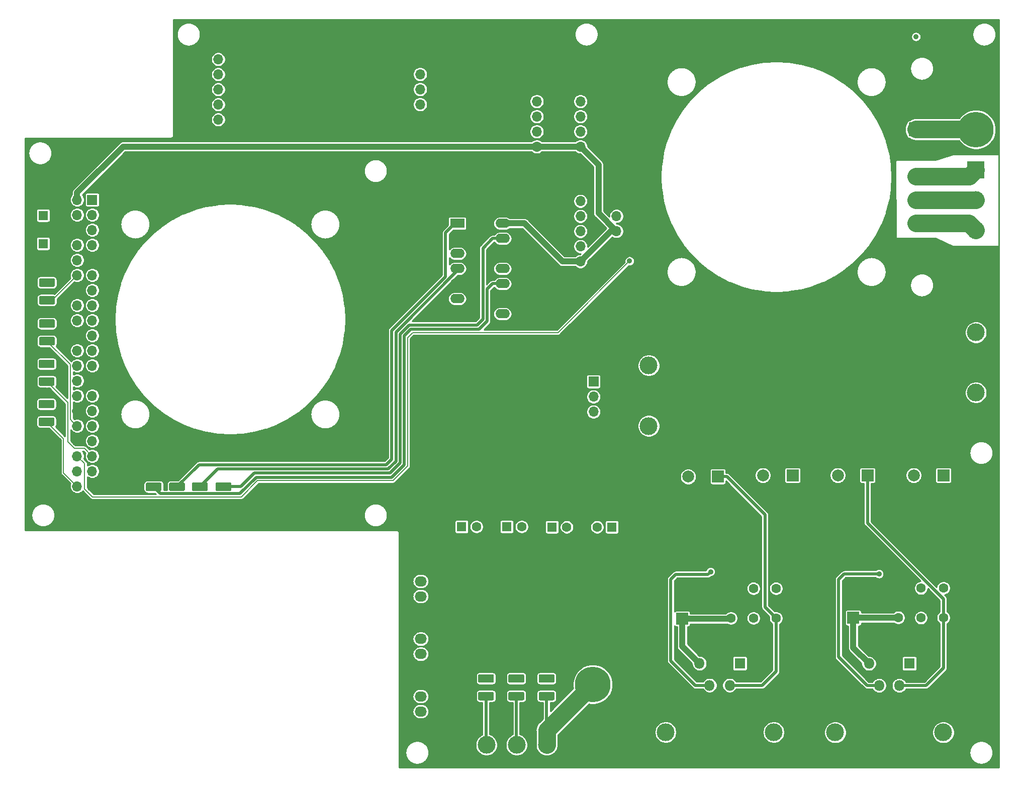
<source format=gbl>
G04 #@! TF.GenerationSoftware,KiCad,Pcbnew,5.1.5+dfsg1-2build2*
G04 #@! TF.CreationDate,2020-11-12T16:29:49+01:00*
G04 #@! TF.ProjectId,motherboard,6d6f7468-6572-4626-9f61-72642e6b6963,v0.3*
G04 #@! TF.SameCoordinates,Original*
G04 #@! TF.FileFunction,Copper,L2,Bot*
G04 #@! TF.FilePolarity,Positive*
%FSLAX46Y46*%
G04 Gerber Fmt 4.6, Leading zero omitted, Abs format (unit mm)*
G04 Created by KiCad (PCBNEW 5.1.5+dfsg1-2build2) date 2020-11-12 16:29:49*
%MOMM*%
%LPD*%
G04 APERTURE LIST*
%ADD10O,2.400000X1.600000*%
%ADD11R,2.400000X1.600000*%
%ADD12C,0.150000*%
%ADD13C,2.400000*%
%ADD14O,1.700000X1.700000*%
%ADD15R,1.700000X1.700000*%
%ADD16C,3.000000*%
%ADD17R,3.000000X3.000000*%
%ADD18O,2.030000X1.730000*%
%ADD19R,2.030000X1.730000*%
%ADD20C,5.999480*%
%ADD21C,1.600000*%
%ADD22R,1.600000X1.600000*%
%ADD23O,1.800000X1.800000*%
%ADD24R,1.800000X1.800000*%
%ADD25C,2.000000*%
%ADD26R,2.000000X2.000000*%
%ADD27C,0.900000*%
%ADD28C,0.500000*%
%ADD29C,1.000000*%
%ADD30C,0.200000*%
%ADD31C,3.000000*%
%ADD32C,0.254000*%
G04 APERTURE END LIST*
D10*
X105895000Y-59850000D03*
X98275000Y-75090000D03*
X105895000Y-62390000D03*
X98275000Y-72550000D03*
X105895000Y-64930000D03*
X98275000Y-70010000D03*
X105895000Y-67470000D03*
X98275000Y-67470000D03*
X105895000Y-70010000D03*
X98275000Y-64930000D03*
X105895000Y-72550000D03*
X98275000Y-62390000D03*
X105895000Y-75090000D03*
D11*
X98275000Y-59850000D03*
G04 #@! TA.AperFunction,ComponentPad*
D12*
G36*
X176474504Y-42801204D02*
G01*
X176498773Y-42804804D01*
X176522571Y-42810765D01*
X176545671Y-42819030D01*
X176567849Y-42829520D01*
X176588893Y-42842133D01*
X176608598Y-42856747D01*
X176626777Y-42873223D01*
X176643253Y-42891402D01*
X176657867Y-42911107D01*
X176670480Y-42932151D01*
X176680970Y-42954329D01*
X176689235Y-42977429D01*
X176695196Y-43001227D01*
X176698796Y-43025496D01*
X176700000Y-43050000D01*
X176700000Y-44950000D01*
X176698796Y-44974504D01*
X176695196Y-44998773D01*
X176689235Y-45022571D01*
X176680970Y-45045671D01*
X176670480Y-45067849D01*
X176657867Y-45088893D01*
X176643253Y-45108598D01*
X176626777Y-45126777D01*
X176608598Y-45143253D01*
X176588893Y-45157867D01*
X176567849Y-45170480D01*
X176545671Y-45180970D01*
X176522571Y-45189235D01*
X176498773Y-45195196D01*
X176474504Y-45198796D01*
X176450000Y-45200000D01*
X174550000Y-45200000D01*
X174525496Y-45198796D01*
X174501227Y-45195196D01*
X174477429Y-45189235D01*
X174454329Y-45180970D01*
X174432151Y-45170480D01*
X174411107Y-45157867D01*
X174391402Y-45143253D01*
X174373223Y-45126777D01*
X174356747Y-45108598D01*
X174342133Y-45088893D01*
X174329520Y-45067849D01*
X174319030Y-45045671D01*
X174310765Y-45022571D01*
X174304804Y-44998773D01*
X174301204Y-44974504D01*
X174300000Y-44950000D01*
X174300000Y-43050000D01*
X174301204Y-43025496D01*
X174304804Y-43001227D01*
X174310765Y-42977429D01*
X174319030Y-42954329D01*
X174329520Y-42932151D01*
X174342133Y-42911107D01*
X174356747Y-42891402D01*
X174373223Y-42873223D01*
X174391402Y-42856747D01*
X174411107Y-42842133D01*
X174432151Y-42829520D01*
X174454329Y-42819030D01*
X174477429Y-42810765D01*
X174501227Y-42804804D01*
X174525496Y-42801204D01*
X174550000Y-42800000D01*
X176450000Y-42800000D01*
X176474504Y-42801204D01*
G37*
G04 #@! TD.AperFunction*
D13*
X175500000Y-47960000D03*
X175500000Y-51920000D03*
X175500000Y-55880000D03*
X175500000Y-59840000D03*
D14*
X111650000Y-39290000D03*
X111650000Y-41830000D03*
X111650000Y-44370000D03*
X111650000Y-46910000D03*
D15*
X111650000Y-49450000D03*
D16*
X180108000Y-145598000D03*
X161908000Y-145598000D03*
X151554000Y-145574000D03*
X133354000Y-145574000D03*
G04 #@! TA.AperFunction,SMDPad,CuDef*
D12*
G36*
X59974504Y-106476204D02*
G01*
X59998773Y-106479804D01*
X60022571Y-106485765D01*
X60045671Y-106494030D01*
X60067849Y-106504520D01*
X60088893Y-106517133D01*
X60108598Y-106531747D01*
X60126777Y-106548223D01*
X60143253Y-106566402D01*
X60157867Y-106586107D01*
X60170480Y-106607151D01*
X60180970Y-106629329D01*
X60189235Y-106652429D01*
X60195196Y-106676227D01*
X60198796Y-106700496D01*
X60200000Y-106725000D01*
X60200000Y-107650000D01*
X60198796Y-107674504D01*
X60195196Y-107698773D01*
X60189235Y-107722571D01*
X60180970Y-107745671D01*
X60170480Y-107767849D01*
X60157867Y-107788893D01*
X60143253Y-107808598D01*
X60126777Y-107826777D01*
X60108598Y-107843253D01*
X60088893Y-107857867D01*
X60067849Y-107870480D01*
X60045671Y-107880970D01*
X60022571Y-107889235D01*
X59998773Y-107895196D01*
X59974504Y-107898796D01*
X59950000Y-107900000D01*
X57800000Y-107900000D01*
X57775496Y-107898796D01*
X57751227Y-107895196D01*
X57727429Y-107889235D01*
X57704329Y-107880970D01*
X57682151Y-107870480D01*
X57661107Y-107857867D01*
X57641402Y-107843253D01*
X57623223Y-107826777D01*
X57606747Y-107808598D01*
X57592133Y-107788893D01*
X57579520Y-107767849D01*
X57569030Y-107745671D01*
X57560765Y-107722571D01*
X57554804Y-107698773D01*
X57551204Y-107674504D01*
X57550000Y-107650000D01*
X57550000Y-106725000D01*
X57551204Y-106700496D01*
X57554804Y-106676227D01*
X57560765Y-106652429D01*
X57569030Y-106629329D01*
X57579520Y-106607151D01*
X57592133Y-106586107D01*
X57606747Y-106566402D01*
X57623223Y-106548223D01*
X57641402Y-106531747D01*
X57661107Y-106517133D01*
X57682151Y-106504520D01*
X57704329Y-106494030D01*
X57727429Y-106485765D01*
X57751227Y-106479804D01*
X57775496Y-106476204D01*
X57800000Y-106475000D01*
X59950000Y-106475000D01*
X59974504Y-106476204D01*
G37*
G04 #@! TD.AperFunction*
G04 #@! TA.AperFunction,SMDPad,CuDef*
G36*
X59974504Y-103501204D02*
G01*
X59998773Y-103504804D01*
X60022571Y-103510765D01*
X60045671Y-103519030D01*
X60067849Y-103529520D01*
X60088893Y-103542133D01*
X60108598Y-103556747D01*
X60126777Y-103573223D01*
X60143253Y-103591402D01*
X60157867Y-103611107D01*
X60170480Y-103632151D01*
X60180970Y-103654329D01*
X60189235Y-103677429D01*
X60195196Y-103701227D01*
X60198796Y-103725496D01*
X60200000Y-103750000D01*
X60200000Y-104675000D01*
X60198796Y-104699504D01*
X60195196Y-104723773D01*
X60189235Y-104747571D01*
X60180970Y-104770671D01*
X60170480Y-104792849D01*
X60157867Y-104813893D01*
X60143253Y-104833598D01*
X60126777Y-104851777D01*
X60108598Y-104868253D01*
X60088893Y-104882867D01*
X60067849Y-104895480D01*
X60045671Y-104905970D01*
X60022571Y-104914235D01*
X59998773Y-104920196D01*
X59974504Y-104923796D01*
X59950000Y-104925000D01*
X57800000Y-104925000D01*
X57775496Y-104923796D01*
X57751227Y-104920196D01*
X57727429Y-104914235D01*
X57704329Y-104905970D01*
X57682151Y-104895480D01*
X57661107Y-104882867D01*
X57641402Y-104868253D01*
X57623223Y-104851777D01*
X57606747Y-104833598D01*
X57592133Y-104813893D01*
X57579520Y-104792849D01*
X57569030Y-104770671D01*
X57560765Y-104747571D01*
X57554804Y-104723773D01*
X57551204Y-104699504D01*
X57550000Y-104675000D01*
X57550000Y-103750000D01*
X57551204Y-103725496D01*
X57554804Y-103701227D01*
X57560765Y-103677429D01*
X57569030Y-103654329D01*
X57579520Y-103632151D01*
X57592133Y-103611107D01*
X57606747Y-103591402D01*
X57623223Y-103573223D01*
X57641402Y-103556747D01*
X57661107Y-103542133D01*
X57682151Y-103529520D01*
X57704329Y-103519030D01*
X57727429Y-103510765D01*
X57751227Y-103504804D01*
X57775496Y-103501204D01*
X57800000Y-103500000D01*
X59950000Y-103500000D01*
X59974504Y-103501204D01*
G37*
G04 #@! TD.AperFunction*
G04 #@! TA.AperFunction,SMDPad,CuDef*
G36*
X48224504Y-106488704D02*
G01*
X48248773Y-106492304D01*
X48272571Y-106498265D01*
X48295671Y-106506530D01*
X48317849Y-106517020D01*
X48338893Y-106529633D01*
X48358598Y-106544247D01*
X48376777Y-106560723D01*
X48393253Y-106578902D01*
X48407867Y-106598607D01*
X48420480Y-106619651D01*
X48430970Y-106641829D01*
X48439235Y-106664929D01*
X48445196Y-106688727D01*
X48448796Y-106712996D01*
X48450000Y-106737500D01*
X48450000Y-107662500D01*
X48448796Y-107687004D01*
X48445196Y-107711273D01*
X48439235Y-107735071D01*
X48430970Y-107758171D01*
X48420480Y-107780349D01*
X48407867Y-107801393D01*
X48393253Y-107821098D01*
X48376777Y-107839277D01*
X48358598Y-107855753D01*
X48338893Y-107870367D01*
X48317849Y-107882980D01*
X48295671Y-107893470D01*
X48272571Y-107901735D01*
X48248773Y-107907696D01*
X48224504Y-107911296D01*
X48200000Y-107912500D01*
X46050000Y-107912500D01*
X46025496Y-107911296D01*
X46001227Y-107907696D01*
X45977429Y-107901735D01*
X45954329Y-107893470D01*
X45932151Y-107882980D01*
X45911107Y-107870367D01*
X45891402Y-107855753D01*
X45873223Y-107839277D01*
X45856747Y-107821098D01*
X45842133Y-107801393D01*
X45829520Y-107780349D01*
X45819030Y-107758171D01*
X45810765Y-107735071D01*
X45804804Y-107711273D01*
X45801204Y-107687004D01*
X45800000Y-107662500D01*
X45800000Y-106737500D01*
X45801204Y-106712996D01*
X45804804Y-106688727D01*
X45810765Y-106664929D01*
X45819030Y-106641829D01*
X45829520Y-106619651D01*
X45842133Y-106598607D01*
X45856747Y-106578902D01*
X45873223Y-106560723D01*
X45891402Y-106544247D01*
X45911107Y-106529633D01*
X45932151Y-106517020D01*
X45954329Y-106506530D01*
X45977429Y-106498265D01*
X46001227Y-106492304D01*
X46025496Y-106488704D01*
X46050000Y-106487500D01*
X48200000Y-106487500D01*
X48224504Y-106488704D01*
G37*
G04 #@! TD.AperFunction*
G04 #@! TA.AperFunction,SMDPad,CuDef*
G36*
X48224504Y-103513704D02*
G01*
X48248773Y-103517304D01*
X48272571Y-103523265D01*
X48295671Y-103531530D01*
X48317849Y-103542020D01*
X48338893Y-103554633D01*
X48358598Y-103569247D01*
X48376777Y-103585723D01*
X48393253Y-103603902D01*
X48407867Y-103623607D01*
X48420480Y-103644651D01*
X48430970Y-103666829D01*
X48439235Y-103689929D01*
X48445196Y-103713727D01*
X48448796Y-103737996D01*
X48450000Y-103762500D01*
X48450000Y-104687500D01*
X48448796Y-104712004D01*
X48445196Y-104736273D01*
X48439235Y-104760071D01*
X48430970Y-104783171D01*
X48420480Y-104805349D01*
X48407867Y-104826393D01*
X48393253Y-104846098D01*
X48376777Y-104864277D01*
X48358598Y-104880753D01*
X48338893Y-104895367D01*
X48317849Y-104907980D01*
X48295671Y-104918470D01*
X48272571Y-104926735D01*
X48248773Y-104932696D01*
X48224504Y-104936296D01*
X48200000Y-104937500D01*
X46050000Y-104937500D01*
X46025496Y-104936296D01*
X46001227Y-104932696D01*
X45977429Y-104926735D01*
X45954329Y-104918470D01*
X45932151Y-104907980D01*
X45911107Y-104895367D01*
X45891402Y-104880753D01*
X45873223Y-104864277D01*
X45856747Y-104846098D01*
X45842133Y-104826393D01*
X45829520Y-104805349D01*
X45819030Y-104783171D01*
X45810765Y-104760071D01*
X45804804Y-104736273D01*
X45801204Y-104712004D01*
X45800000Y-104687500D01*
X45800000Y-103762500D01*
X45801204Y-103737996D01*
X45804804Y-103713727D01*
X45810765Y-103689929D01*
X45819030Y-103666829D01*
X45829520Y-103644651D01*
X45842133Y-103623607D01*
X45856747Y-103603902D01*
X45873223Y-103585723D01*
X45891402Y-103569247D01*
X45911107Y-103554633D01*
X45932151Y-103542020D01*
X45954329Y-103531530D01*
X45977429Y-103523265D01*
X46001227Y-103517304D01*
X46025496Y-103513704D01*
X46050000Y-103512500D01*
X48200000Y-103512500D01*
X48224504Y-103513704D01*
G37*
G04 #@! TD.AperFunction*
G04 #@! TA.AperFunction,SMDPad,CuDef*
G36*
X55999504Y-106476204D02*
G01*
X56023773Y-106479804D01*
X56047571Y-106485765D01*
X56070671Y-106494030D01*
X56092849Y-106504520D01*
X56113893Y-106517133D01*
X56133598Y-106531747D01*
X56151777Y-106548223D01*
X56168253Y-106566402D01*
X56182867Y-106586107D01*
X56195480Y-106607151D01*
X56205970Y-106629329D01*
X56214235Y-106652429D01*
X56220196Y-106676227D01*
X56223796Y-106700496D01*
X56225000Y-106725000D01*
X56225000Y-107650000D01*
X56223796Y-107674504D01*
X56220196Y-107698773D01*
X56214235Y-107722571D01*
X56205970Y-107745671D01*
X56195480Y-107767849D01*
X56182867Y-107788893D01*
X56168253Y-107808598D01*
X56151777Y-107826777D01*
X56133598Y-107843253D01*
X56113893Y-107857867D01*
X56092849Y-107870480D01*
X56070671Y-107880970D01*
X56047571Y-107889235D01*
X56023773Y-107895196D01*
X55999504Y-107898796D01*
X55975000Y-107900000D01*
X53825000Y-107900000D01*
X53800496Y-107898796D01*
X53776227Y-107895196D01*
X53752429Y-107889235D01*
X53729329Y-107880970D01*
X53707151Y-107870480D01*
X53686107Y-107857867D01*
X53666402Y-107843253D01*
X53648223Y-107826777D01*
X53631747Y-107808598D01*
X53617133Y-107788893D01*
X53604520Y-107767849D01*
X53594030Y-107745671D01*
X53585765Y-107722571D01*
X53579804Y-107698773D01*
X53576204Y-107674504D01*
X53575000Y-107650000D01*
X53575000Y-106725000D01*
X53576204Y-106700496D01*
X53579804Y-106676227D01*
X53585765Y-106652429D01*
X53594030Y-106629329D01*
X53604520Y-106607151D01*
X53617133Y-106586107D01*
X53631747Y-106566402D01*
X53648223Y-106548223D01*
X53666402Y-106531747D01*
X53686107Y-106517133D01*
X53707151Y-106504520D01*
X53729329Y-106494030D01*
X53752429Y-106485765D01*
X53776227Y-106479804D01*
X53800496Y-106476204D01*
X53825000Y-106475000D01*
X55975000Y-106475000D01*
X55999504Y-106476204D01*
G37*
G04 #@! TD.AperFunction*
G04 #@! TA.AperFunction,SMDPad,CuDef*
G36*
X55999504Y-103501204D02*
G01*
X56023773Y-103504804D01*
X56047571Y-103510765D01*
X56070671Y-103519030D01*
X56092849Y-103529520D01*
X56113893Y-103542133D01*
X56133598Y-103556747D01*
X56151777Y-103573223D01*
X56168253Y-103591402D01*
X56182867Y-103611107D01*
X56195480Y-103632151D01*
X56205970Y-103654329D01*
X56214235Y-103677429D01*
X56220196Y-103701227D01*
X56223796Y-103725496D01*
X56225000Y-103750000D01*
X56225000Y-104675000D01*
X56223796Y-104699504D01*
X56220196Y-104723773D01*
X56214235Y-104747571D01*
X56205970Y-104770671D01*
X56195480Y-104792849D01*
X56182867Y-104813893D01*
X56168253Y-104833598D01*
X56151777Y-104851777D01*
X56133598Y-104868253D01*
X56113893Y-104882867D01*
X56092849Y-104895480D01*
X56070671Y-104905970D01*
X56047571Y-104914235D01*
X56023773Y-104920196D01*
X55999504Y-104923796D01*
X55975000Y-104925000D01*
X53825000Y-104925000D01*
X53800496Y-104923796D01*
X53776227Y-104920196D01*
X53752429Y-104914235D01*
X53729329Y-104905970D01*
X53707151Y-104895480D01*
X53686107Y-104882867D01*
X53666402Y-104868253D01*
X53648223Y-104851777D01*
X53631747Y-104833598D01*
X53617133Y-104813893D01*
X53604520Y-104792849D01*
X53594030Y-104770671D01*
X53585765Y-104747571D01*
X53579804Y-104723773D01*
X53576204Y-104699504D01*
X53575000Y-104675000D01*
X53575000Y-103750000D01*
X53576204Y-103725496D01*
X53579804Y-103701227D01*
X53585765Y-103677429D01*
X53594030Y-103654329D01*
X53604520Y-103632151D01*
X53617133Y-103611107D01*
X53631747Y-103591402D01*
X53648223Y-103573223D01*
X53666402Y-103556747D01*
X53686107Y-103542133D01*
X53707151Y-103529520D01*
X53729329Y-103519030D01*
X53752429Y-103510765D01*
X53776227Y-103504804D01*
X53800496Y-103501204D01*
X53825000Y-103500000D01*
X55975000Y-103500000D01*
X55999504Y-103501204D01*
G37*
G04 #@! TD.AperFunction*
G04 #@! TA.AperFunction,SMDPad,CuDef*
G36*
X52149504Y-106476204D02*
G01*
X52173773Y-106479804D01*
X52197571Y-106485765D01*
X52220671Y-106494030D01*
X52242849Y-106504520D01*
X52263893Y-106517133D01*
X52283598Y-106531747D01*
X52301777Y-106548223D01*
X52318253Y-106566402D01*
X52332867Y-106586107D01*
X52345480Y-106607151D01*
X52355970Y-106629329D01*
X52364235Y-106652429D01*
X52370196Y-106676227D01*
X52373796Y-106700496D01*
X52375000Y-106725000D01*
X52375000Y-107650000D01*
X52373796Y-107674504D01*
X52370196Y-107698773D01*
X52364235Y-107722571D01*
X52355970Y-107745671D01*
X52345480Y-107767849D01*
X52332867Y-107788893D01*
X52318253Y-107808598D01*
X52301777Y-107826777D01*
X52283598Y-107843253D01*
X52263893Y-107857867D01*
X52242849Y-107870480D01*
X52220671Y-107880970D01*
X52197571Y-107889235D01*
X52173773Y-107895196D01*
X52149504Y-107898796D01*
X52125000Y-107900000D01*
X49975000Y-107900000D01*
X49950496Y-107898796D01*
X49926227Y-107895196D01*
X49902429Y-107889235D01*
X49879329Y-107880970D01*
X49857151Y-107870480D01*
X49836107Y-107857867D01*
X49816402Y-107843253D01*
X49798223Y-107826777D01*
X49781747Y-107808598D01*
X49767133Y-107788893D01*
X49754520Y-107767849D01*
X49744030Y-107745671D01*
X49735765Y-107722571D01*
X49729804Y-107698773D01*
X49726204Y-107674504D01*
X49725000Y-107650000D01*
X49725000Y-106725000D01*
X49726204Y-106700496D01*
X49729804Y-106676227D01*
X49735765Y-106652429D01*
X49744030Y-106629329D01*
X49754520Y-106607151D01*
X49767133Y-106586107D01*
X49781747Y-106566402D01*
X49798223Y-106548223D01*
X49816402Y-106531747D01*
X49836107Y-106517133D01*
X49857151Y-106504520D01*
X49879329Y-106494030D01*
X49902429Y-106485765D01*
X49926227Y-106479804D01*
X49950496Y-106476204D01*
X49975000Y-106475000D01*
X52125000Y-106475000D01*
X52149504Y-106476204D01*
G37*
G04 #@! TD.AperFunction*
G04 #@! TA.AperFunction,SMDPad,CuDef*
G36*
X52149504Y-103501204D02*
G01*
X52173773Y-103504804D01*
X52197571Y-103510765D01*
X52220671Y-103519030D01*
X52242849Y-103529520D01*
X52263893Y-103542133D01*
X52283598Y-103556747D01*
X52301777Y-103573223D01*
X52318253Y-103591402D01*
X52332867Y-103611107D01*
X52345480Y-103632151D01*
X52355970Y-103654329D01*
X52364235Y-103677429D01*
X52370196Y-103701227D01*
X52373796Y-103725496D01*
X52375000Y-103750000D01*
X52375000Y-104675000D01*
X52373796Y-104699504D01*
X52370196Y-104723773D01*
X52364235Y-104747571D01*
X52355970Y-104770671D01*
X52345480Y-104792849D01*
X52332867Y-104813893D01*
X52318253Y-104833598D01*
X52301777Y-104851777D01*
X52283598Y-104868253D01*
X52263893Y-104882867D01*
X52242849Y-104895480D01*
X52220671Y-104905970D01*
X52197571Y-104914235D01*
X52173773Y-104920196D01*
X52149504Y-104923796D01*
X52125000Y-104925000D01*
X49975000Y-104925000D01*
X49950496Y-104923796D01*
X49926227Y-104920196D01*
X49902429Y-104914235D01*
X49879329Y-104905970D01*
X49857151Y-104895480D01*
X49836107Y-104882867D01*
X49816402Y-104868253D01*
X49798223Y-104851777D01*
X49781747Y-104833598D01*
X49767133Y-104813893D01*
X49754520Y-104792849D01*
X49744030Y-104770671D01*
X49735765Y-104747571D01*
X49729804Y-104723773D01*
X49726204Y-104699504D01*
X49725000Y-104675000D01*
X49725000Y-103750000D01*
X49726204Y-103725496D01*
X49729804Y-103701227D01*
X49735765Y-103677429D01*
X49744030Y-103654329D01*
X49754520Y-103632151D01*
X49767133Y-103611107D01*
X49781747Y-103591402D01*
X49798223Y-103573223D01*
X49816402Y-103556747D01*
X49836107Y-103542133D01*
X49857151Y-103529520D01*
X49879329Y-103519030D01*
X49902429Y-103510765D01*
X49926227Y-103504804D01*
X49950496Y-103501204D01*
X49975000Y-103500000D01*
X52125000Y-103500000D01*
X52149504Y-103501204D01*
G37*
G04 #@! TD.AperFunction*
D16*
X185600000Y-88350000D03*
D17*
X185600000Y-83270000D03*
D18*
X92100000Y-122680000D03*
X92100000Y-120140000D03*
D19*
X92100000Y-117600000D03*
D20*
X121100000Y-137500000D03*
X185625000Y-44050000D03*
D14*
X125075000Y-61155000D03*
X125075000Y-58615000D03*
D15*
X125075000Y-56075000D03*
G04 #@! TA.AperFunction,SMDPad,CuDef*
D12*
G36*
X30199504Y-85776204D02*
G01*
X30223773Y-85779804D01*
X30247571Y-85785765D01*
X30270671Y-85794030D01*
X30292849Y-85804520D01*
X30313893Y-85817133D01*
X30333598Y-85831747D01*
X30351777Y-85848223D01*
X30368253Y-85866402D01*
X30382867Y-85886107D01*
X30395480Y-85907151D01*
X30405970Y-85929329D01*
X30414235Y-85952429D01*
X30420196Y-85976227D01*
X30423796Y-86000496D01*
X30425000Y-86025000D01*
X30425000Y-86950000D01*
X30423796Y-86974504D01*
X30420196Y-86998773D01*
X30414235Y-87022571D01*
X30405970Y-87045671D01*
X30395480Y-87067849D01*
X30382867Y-87088893D01*
X30368253Y-87108598D01*
X30351777Y-87126777D01*
X30333598Y-87143253D01*
X30313893Y-87157867D01*
X30292849Y-87170480D01*
X30270671Y-87180970D01*
X30247571Y-87189235D01*
X30223773Y-87195196D01*
X30199504Y-87198796D01*
X30175000Y-87200000D01*
X28025000Y-87200000D01*
X28000496Y-87198796D01*
X27976227Y-87195196D01*
X27952429Y-87189235D01*
X27929329Y-87180970D01*
X27907151Y-87170480D01*
X27886107Y-87157867D01*
X27866402Y-87143253D01*
X27848223Y-87126777D01*
X27831747Y-87108598D01*
X27817133Y-87088893D01*
X27804520Y-87067849D01*
X27794030Y-87045671D01*
X27785765Y-87022571D01*
X27779804Y-86998773D01*
X27776204Y-86974504D01*
X27775000Y-86950000D01*
X27775000Y-86025000D01*
X27776204Y-86000496D01*
X27779804Y-85976227D01*
X27785765Y-85952429D01*
X27794030Y-85929329D01*
X27804520Y-85907151D01*
X27817133Y-85886107D01*
X27831747Y-85866402D01*
X27848223Y-85848223D01*
X27866402Y-85831747D01*
X27886107Y-85817133D01*
X27907151Y-85804520D01*
X27929329Y-85794030D01*
X27952429Y-85785765D01*
X27976227Y-85779804D01*
X28000496Y-85776204D01*
X28025000Y-85775000D01*
X30175000Y-85775000D01*
X30199504Y-85776204D01*
G37*
G04 #@! TD.AperFunction*
G04 #@! TA.AperFunction,SMDPad,CuDef*
G36*
X30199504Y-82801204D02*
G01*
X30223773Y-82804804D01*
X30247571Y-82810765D01*
X30270671Y-82819030D01*
X30292849Y-82829520D01*
X30313893Y-82842133D01*
X30333598Y-82856747D01*
X30351777Y-82873223D01*
X30368253Y-82891402D01*
X30382867Y-82911107D01*
X30395480Y-82932151D01*
X30405970Y-82954329D01*
X30414235Y-82977429D01*
X30420196Y-83001227D01*
X30423796Y-83025496D01*
X30425000Y-83050000D01*
X30425000Y-83975000D01*
X30423796Y-83999504D01*
X30420196Y-84023773D01*
X30414235Y-84047571D01*
X30405970Y-84070671D01*
X30395480Y-84092849D01*
X30382867Y-84113893D01*
X30368253Y-84133598D01*
X30351777Y-84151777D01*
X30333598Y-84168253D01*
X30313893Y-84182867D01*
X30292849Y-84195480D01*
X30270671Y-84205970D01*
X30247571Y-84214235D01*
X30223773Y-84220196D01*
X30199504Y-84223796D01*
X30175000Y-84225000D01*
X28025000Y-84225000D01*
X28000496Y-84223796D01*
X27976227Y-84220196D01*
X27952429Y-84214235D01*
X27929329Y-84205970D01*
X27907151Y-84195480D01*
X27886107Y-84182867D01*
X27866402Y-84168253D01*
X27848223Y-84151777D01*
X27831747Y-84133598D01*
X27817133Y-84113893D01*
X27804520Y-84092849D01*
X27794030Y-84070671D01*
X27785765Y-84047571D01*
X27779804Y-84023773D01*
X27776204Y-83999504D01*
X27775000Y-83975000D01*
X27775000Y-83050000D01*
X27776204Y-83025496D01*
X27779804Y-83001227D01*
X27785765Y-82977429D01*
X27794030Y-82954329D01*
X27804520Y-82932151D01*
X27817133Y-82911107D01*
X27831747Y-82891402D01*
X27848223Y-82873223D01*
X27866402Y-82856747D01*
X27886107Y-82842133D01*
X27907151Y-82829520D01*
X27929329Y-82819030D01*
X27952429Y-82810765D01*
X27976227Y-82804804D01*
X28000496Y-82801204D01*
X28025000Y-82800000D01*
X30175000Y-82800000D01*
X30199504Y-82801204D01*
G37*
G04 #@! TD.AperFunction*
G04 #@! TA.AperFunction,SMDPad,CuDef*
G36*
X30249504Y-78976204D02*
G01*
X30273773Y-78979804D01*
X30297571Y-78985765D01*
X30320671Y-78994030D01*
X30342849Y-79004520D01*
X30363893Y-79017133D01*
X30383598Y-79031747D01*
X30401777Y-79048223D01*
X30418253Y-79066402D01*
X30432867Y-79086107D01*
X30445480Y-79107151D01*
X30455970Y-79129329D01*
X30464235Y-79152429D01*
X30470196Y-79176227D01*
X30473796Y-79200496D01*
X30475000Y-79225000D01*
X30475000Y-80150000D01*
X30473796Y-80174504D01*
X30470196Y-80198773D01*
X30464235Y-80222571D01*
X30455970Y-80245671D01*
X30445480Y-80267849D01*
X30432867Y-80288893D01*
X30418253Y-80308598D01*
X30401777Y-80326777D01*
X30383598Y-80343253D01*
X30363893Y-80357867D01*
X30342849Y-80370480D01*
X30320671Y-80380970D01*
X30297571Y-80389235D01*
X30273773Y-80395196D01*
X30249504Y-80398796D01*
X30225000Y-80400000D01*
X28075000Y-80400000D01*
X28050496Y-80398796D01*
X28026227Y-80395196D01*
X28002429Y-80389235D01*
X27979329Y-80380970D01*
X27957151Y-80370480D01*
X27936107Y-80357867D01*
X27916402Y-80343253D01*
X27898223Y-80326777D01*
X27881747Y-80308598D01*
X27867133Y-80288893D01*
X27854520Y-80267849D01*
X27844030Y-80245671D01*
X27835765Y-80222571D01*
X27829804Y-80198773D01*
X27826204Y-80174504D01*
X27825000Y-80150000D01*
X27825000Y-79225000D01*
X27826204Y-79200496D01*
X27829804Y-79176227D01*
X27835765Y-79152429D01*
X27844030Y-79129329D01*
X27854520Y-79107151D01*
X27867133Y-79086107D01*
X27881747Y-79066402D01*
X27898223Y-79048223D01*
X27916402Y-79031747D01*
X27936107Y-79017133D01*
X27957151Y-79004520D01*
X27979329Y-78994030D01*
X28002429Y-78985765D01*
X28026227Y-78979804D01*
X28050496Y-78976204D01*
X28075000Y-78975000D01*
X30225000Y-78975000D01*
X30249504Y-78976204D01*
G37*
G04 #@! TD.AperFunction*
G04 #@! TA.AperFunction,SMDPad,CuDef*
G36*
X30249504Y-76001204D02*
G01*
X30273773Y-76004804D01*
X30297571Y-76010765D01*
X30320671Y-76019030D01*
X30342849Y-76029520D01*
X30363893Y-76042133D01*
X30383598Y-76056747D01*
X30401777Y-76073223D01*
X30418253Y-76091402D01*
X30432867Y-76111107D01*
X30445480Y-76132151D01*
X30455970Y-76154329D01*
X30464235Y-76177429D01*
X30470196Y-76201227D01*
X30473796Y-76225496D01*
X30475000Y-76250000D01*
X30475000Y-77175000D01*
X30473796Y-77199504D01*
X30470196Y-77223773D01*
X30464235Y-77247571D01*
X30455970Y-77270671D01*
X30445480Y-77292849D01*
X30432867Y-77313893D01*
X30418253Y-77333598D01*
X30401777Y-77351777D01*
X30383598Y-77368253D01*
X30363893Y-77382867D01*
X30342849Y-77395480D01*
X30320671Y-77405970D01*
X30297571Y-77414235D01*
X30273773Y-77420196D01*
X30249504Y-77423796D01*
X30225000Y-77425000D01*
X28075000Y-77425000D01*
X28050496Y-77423796D01*
X28026227Y-77420196D01*
X28002429Y-77414235D01*
X27979329Y-77405970D01*
X27957151Y-77395480D01*
X27936107Y-77382867D01*
X27916402Y-77368253D01*
X27898223Y-77351777D01*
X27881747Y-77333598D01*
X27867133Y-77313893D01*
X27854520Y-77292849D01*
X27844030Y-77270671D01*
X27835765Y-77247571D01*
X27829804Y-77223773D01*
X27826204Y-77199504D01*
X27825000Y-77175000D01*
X27825000Y-76250000D01*
X27826204Y-76225496D01*
X27829804Y-76201227D01*
X27835765Y-76177429D01*
X27844030Y-76154329D01*
X27854520Y-76132151D01*
X27867133Y-76111107D01*
X27881747Y-76091402D01*
X27898223Y-76073223D01*
X27916402Y-76056747D01*
X27936107Y-76042133D01*
X27957151Y-76029520D01*
X27979329Y-76019030D01*
X28002429Y-76010765D01*
X28026227Y-76004804D01*
X28050496Y-76001204D01*
X28075000Y-76000000D01*
X30225000Y-76000000D01*
X30249504Y-76001204D01*
G37*
G04 #@! TD.AperFunction*
G04 #@! TA.AperFunction,SMDPad,CuDef*
G36*
X30174504Y-92551204D02*
G01*
X30198773Y-92554804D01*
X30222571Y-92560765D01*
X30245671Y-92569030D01*
X30267849Y-92579520D01*
X30288893Y-92592133D01*
X30308598Y-92606747D01*
X30326777Y-92623223D01*
X30343253Y-92641402D01*
X30357867Y-92661107D01*
X30370480Y-92682151D01*
X30380970Y-92704329D01*
X30389235Y-92727429D01*
X30395196Y-92751227D01*
X30398796Y-92775496D01*
X30400000Y-92800000D01*
X30400000Y-93725000D01*
X30398796Y-93749504D01*
X30395196Y-93773773D01*
X30389235Y-93797571D01*
X30380970Y-93820671D01*
X30370480Y-93842849D01*
X30357867Y-93863893D01*
X30343253Y-93883598D01*
X30326777Y-93901777D01*
X30308598Y-93918253D01*
X30288893Y-93932867D01*
X30267849Y-93945480D01*
X30245671Y-93955970D01*
X30222571Y-93964235D01*
X30198773Y-93970196D01*
X30174504Y-93973796D01*
X30150000Y-93975000D01*
X28000000Y-93975000D01*
X27975496Y-93973796D01*
X27951227Y-93970196D01*
X27927429Y-93964235D01*
X27904329Y-93955970D01*
X27882151Y-93945480D01*
X27861107Y-93932867D01*
X27841402Y-93918253D01*
X27823223Y-93901777D01*
X27806747Y-93883598D01*
X27792133Y-93863893D01*
X27779520Y-93842849D01*
X27769030Y-93820671D01*
X27760765Y-93797571D01*
X27754804Y-93773773D01*
X27751204Y-93749504D01*
X27750000Y-93725000D01*
X27750000Y-92800000D01*
X27751204Y-92775496D01*
X27754804Y-92751227D01*
X27760765Y-92727429D01*
X27769030Y-92704329D01*
X27779520Y-92682151D01*
X27792133Y-92661107D01*
X27806747Y-92641402D01*
X27823223Y-92623223D01*
X27841402Y-92606747D01*
X27861107Y-92592133D01*
X27882151Y-92579520D01*
X27904329Y-92569030D01*
X27927429Y-92560765D01*
X27951227Y-92554804D01*
X27975496Y-92551204D01*
X28000000Y-92550000D01*
X30150000Y-92550000D01*
X30174504Y-92551204D01*
G37*
G04 #@! TD.AperFunction*
G04 #@! TA.AperFunction,SMDPad,CuDef*
G36*
X30174504Y-89576204D02*
G01*
X30198773Y-89579804D01*
X30222571Y-89585765D01*
X30245671Y-89594030D01*
X30267849Y-89604520D01*
X30288893Y-89617133D01*
X30308598Y-89631747D01*
X30326777Y-89648223D01*
X30343253Y-89666402D01*
X30357867Y-89686107D01*
X30370480Y-89707151D01*
X30380970Y-89729329D01*
X30389235Y-89752429D01*
X30395196Y-89776227D01*
X30398796Y-89800496D01*
X30400000Y-89825000D01*
X30400000Y-90750000D01*
X30398796Y-90774504D01*
X30395196Y-90798773D01*
X30389235Y-90822571D01*
X30380970Y-90845671D01*
X30370480Y-90867849D01*
X30357867Y-90888893D01*
X30343253Y-90908598D01*
X30326777Y-90926777D01*
X30308598Y-90943253D01*
X30288893Y-90957867D01*
X30267849Y-90970480D01*
X30245671Y-90980970D01*
X30222571Y-90989235D01*
X30198773Y-90995196D01*
X30174504Y-90998796D01*
X30150000Y-91000000D01*
X28000000Y-91000000D01*
X27975496Y-90998796D01*
X27951227Y-90995196D01*
X27927429Y-90989235D01*
X27904329Y-90980970D01*
X27882151Y-90970480D01*
X27861107Y-90957867D01*
X27841402Y-90943253D01*
X27823223Y-90926777D01*
X27806747Y-90908598D01*
X27792133Y-90888893D01*
X27779520Y-90867849D01*
X27769030Y-90845671D01*
X27760765Y-90822571D01*
X27754804Y-90798773D01*
X27751204Y-90774504D01*
X27750000Y-90750000D01*
X27750000Y-89825000D01*
X27751204Y-89800496D01*
X27754804Y-89776227D01*
X27760765Y-89752429D01*
X27769030Y-89729329D01*
X27779520Y-89707151D01*
X27792133Y-89686107D01*
X27806747Y-89666402D01*
X27823223Y-89648223D01*
X27841402Y-89631747D01*
X27861107Y-89617133D01*
X27882151Y-89604520D01*
X27904329Y-89594030D01*
X27927429Y-89585765D01*
X27951227Y-89579804D01*
X27975496Y-89576204D01*
X28000000Y-89575000D01*
X30150000Y-89575000D01*
X30174504Y-89576204D01*
G37*
G04 #@! TD.AperFunction*
G04 #@! TA.AperFunction,SMDPad,CuDef*
G36*
X30249504Y-72076204D02*
G01*
X30273773Y-72079804D01*
X30297571Y-72085765D01*
X30320671Y-72094030D01*
X30342849Y-72104520D01*
X30363893Y-72117133D01*
X30383598Y-72131747D01*
X30401777Y-72148223D01*
X30418253Y-72166402D01*
X30432867Y-72186107D01*
X30445480Y-72207151D01*
X30455970Y-72229329D01*
X30464235Y-72252429D01*
X30470196Y-72276227D01*
X30473796Y-72300496D01*
X30475000Y-72325000D01*
X30475000Y-73250000D01*
X30473796Y-73274504D01*
X30470196Y-73298773D01*
X30464235Y-73322571D01*
X30455970Y-73345671D01*
X30445480Y-73367849D01*
X30432867Y-73388893D01*
X30418253Y-73408598D01*
X30401777Y-73426777D01*
X30383598Y-73443253D01*
X30363893Y-73457867D01*
X30342849Y-73470480D01*
X30320671Y-73480970D01*
X30297571Y-73489235D01*
X30273773Y-73495196D01*
X30249504Y-73498796D01*
X30225000Y-73500000D01*
X28075000Y-73500000D01*
X28050496Y-73498796D01*
X28026227Y-73495196D01*
X28002429Y-73489235D01*
X27979329Y-73480970D01*
X27957151Y-73470480D01*
X27936107Y-73457867D01*
X27916402Y-73443253D01*
X27898223Y-73426777D01*
X27881747Y-73408598D01*
X27867133Y-73388893D01*
X27854520Y-73367849D01*
X27844030Y-73345671D01*
X27835765Y-73322571D01*
X27829804Y-73298773D01*
X27826204Y-73274504D01*
X27825000Y-73250000D01*
X27825000Y-72325000D01*
X27826204Y-72300496D01*
X27829804Y-72276227D01*
X27835765Y-72252429D01*
X27844030Y-72229329D01*
X27854520Y-72207151D01*
X27867133Y-72186107D01*
X27881747Y-72166402D01*
X27898223Y-72148223D01*
X27916402Y-72131747D01*
X27936107Y-72117133D01*
X27957151Y-72104520D01*
X27979329Y-72094030D01*
X28002429Y-72085765D01*
X28026227Y-72079804D01*
X28050496Y-72076204D01*
X28075000Y-72075000D01*
X30225000Y-72075000D01*
X30249504Y-72076204D01*
G37*
G04 #@! TD.AperFunction*
G04 #@! TA.AperFunction,SMDPad,CuDef*
G36*
X30249504Y-69101204D02*
G01*
X30273773Y-69104804D01*
X30297571Y-69110765D01*
X30320671Y-69119030D01*
X30342849Y-69129520D01*
X30363893Y-69142133D01*
X30383598Y-69156747D01*
X30401777Y-69173223D01*
X30418253Y-69191402D01*
X30432867Y-69211107D01*
X30445480Y-69232151D01*
X30455970Y-69254329D01*
X30464235Y-69277429D01*
X30470196Y-69301227D01*
X30473796Y-69325496D01*
X30475000Y-69350000D01*
X30475000Y-70275000D01*
X30473796Y-70299504D01*
X30470196Y-70323773D01*
X30464235Y-70347571D01*
X30455970Y-70370671D01*
X30445480Y-70392849D01*
X30432867Y-70413893D01*
X30418253Y-70433598D01*
X30401777Y-70451777D01*
X30383598Y-70468253D01*
X30363893Y-70482867D01*
X30342849Y-70495480D01*
X30320671Y-70505970D01*
X30297571Y-70514235D01*
X30273773Y-70520196D01*
X30249504Y-70523796D01*
X30225000Y-70525000D01*
X28075000Y-70525000D01*
X28050496Y-70523796D01*
X28026227Y-70520196D01*
X28002429Y-70514235D01*
X27979329Y-70505970D01*
X27957151Y-70495480D01*
X27936107Y-70482867D01*
X27916402Y-70468253D01*
X27898223Y-70451777D01*
X27881747Y-70433598D01*
X27867133Y-70413893D01*
X27854520Y-70392849D01*
X27844030Y-70370671D01*
X27835765Y-70347571D01*
X27829804Y-70323773D01*
X27826204Y-70299504D01*
X27825000Y-70275000D01*
X27825000Y-69350000D01*
X27826204Y-69325496D01*
X27829804Y-69301227D01*
X27835765Y-69277429D01*
X27844030Y-69254329D01*
X27854520Y-69232151D01*
X27867133Y-69211107D01*
X27881747Y-69191402D01*
X27898223Y-69173223D01*
X27916402Y-69156747D01*
X27936107Y-69142133D01*
X27957151Y-69129520D01*
X27979329Y-69119030D01*
X28002429Y-69110765D01*
X28026227Y-69104804D01*
X28050496Y-69101204D01*
X28075000Y-69100000D01*
X30225000Y-69100000D01*
X30249504Y-69101204D01*
G37*
G04 #@! TD.AperFunction*
D16*
X185600000Y-78205000D03*
D17*
X185600000Y-73125000D03*
D14*
X58000000Y-42350000D03*
X58000000Y-39810000D03*
X58000000Y-37270000D03*
X58000000Y-34730000D03*
X58000000Y-32190000D03*
D15*
X58000000Y-29650000D03*
D21*
X28500000Y-56000000D03*
D22*
X28500000Y-58500000D03*
D21*
X28500000Y-65750000D03*
D22*
X28500000Y-63250000D03*
G04 #@! TA.AperFunction,SMDPad,CuDef*
D12*
G36*
X114399504Y-138776204D02*
G01*
X114423773Y-138779804D01*
X114447571Y-138785765D01*
X114470671Y-138794030D01*
X114492849Y-138804520D01*
X114513893Y-138817133D01*
X114533598Y-138831747D01*
X114551777Y-138848223D01*
X114568253Y-138866402D01*
X114582867Y-138886107D01*
X114595480Y-138907151D01*
X114605970Y-138929329D01*
X114614235Y-138952429D01*
X114620196Y-138976227D01*
X114623796Y-139000496D01*
X114625000Y-139025000D01*
X114625000Y-139950000D01*
X114623796Y-139974504D01*
X114620196Y-139998773D01*
X114614235Y-140022571D01*
X114605970Y-140045671D01*
X114595480Y-140067849D01*
X114582867Y-140088893D01*
X114568253Y-140108598D01*
X114551777Y-140126777D01*
X114533598Y-140143253D01*
X114513893Y-140157867D01*
X114492849Y-140170480D01*
X114470671Y-140180970D01*
X114447571Y-140189235D01*
X114423773Y-140195196D01*
X114399504Y-140198796D01*
X114375000Y-140200000D01*
X112225000Y-140200000D01*
X112200496Y-140198796D01*
X112176227Y-140195196D01*
X112152429Y-140189235D01*
X112129329Y-140180970D01*
X112107151Y-140170480D01*
X112086107Y-140157867D01*
X112066402Y-140143253D01*
X112048223Y-140126777D01*
X112031747Y-140108598D01*
X112017133Y-140088893D01*
X112004520Y-140067849D01*
X111994030Y-140045671D01*
X111985765Y-140022571D01*
X111979804Y-139998773D01*
X111976204Y-139974504D01*
X111975000Y-139950000D01*
X111975000Y-139025000D01*
X111976204Y-139000496D01*
X111979804Y-138976227D01*
X111985765Y-138952429D01*
X111994030Y-138929329D01*
X112004520Y-138907151D01*
X112017133Y-138886107D01*
X112031747Y-138866402D01*
X112048223Y-138848223D01*
X112066402Y-138831747D01*
X112086107Y-138817133D01*
X112107151Y-138804520D01*
X112129329Y-138794030D01*
X112152429Y-138785765D01*
X112176227Y-138779804D01*
X112200496Y-138776204D01*
X112225000Y-138775000D01*
X114375000Y-138775000D01*
X114399504Y-138776204D01*
G37*
G04 #@! TD.AperFunction*
G04 #@! TA.AperFunction,SMDPad,CuDef*
G36*
X114399504Y-135801204D02*
G01*
X114423773Y-135804804D01*
X114447571Y-135810765D01*
X114470671Y-135819030D01*
X114492849Y-135829520D01*
X114513893Y-135842133D01*
X114533598Y-135856747D01*
X114551777Y-135873223D01*
X114568253Y-135891402D01*
X114582867Y-135911107D01*
X114595480Y-135932151D01*
X114605970Y-135954329D01*
X114614235Y-135977429D01*
X114620196Y-136001227D01*
X114623796Y-136025496D01*
X114625000Y-136050000D01*
X114625000Y-136975000D01*
X114623796Y-136999504D01*
X114620196Y-137023773D01*
X114614235Y-137047571D01*
X114605970Y-137070671D01*
X114595480Y-137092849D01*
X114582867Y-137113893D01*
X114568253Y-137133598D01*
X114551777Y-137151777D01*
X114533598Y-137168253D01*
X114513893Y-137182867D01*
X114492849Y-137195480D01*
X114470671Y-137205970D01*
X114447571Y-137214235D01*
X114423773Y-137220196D01*
X114399504Y-137223796D01*
X114375000Y-137225000D01*
X112225000Y-137225000D01*
X112200496Y-137223796D01*
X112176227Y-137220196D01*
X112152429Y-137214235D01*
X112129329Y-137205970D01*
X112107151Y-137195480D01*
X112086107Y-137182867D01*
X112066402Y-137168253D01*
X112048223Y-137151777D01*
X112031747Y-137133598D01*
X112017133Y-137113893D01*
X112004520Y-137092849D01*
X111994030Y-137070671D01*
X111985765Y-137047571D01*
X111979804Y-137023773D01*
X111976204Y-136999504D01*
X111975000Y-136975000D01*
X111975000Y-136050000D01*
X111976204Y-136025496D01*
X111979804Y-136001227D01*
X111985765Y-135977429D01*
X111994030Y-135954329D01*
X112004520Y-135932151D01*
X112017133Y-135911107D01*
X112031747Y-135891402D01*
X112048223Y-135873223D01*
X112066402Y-135856747D01*
X112086107Y-135842133D01*
X112107151Y-135829520D01*
X112129329Y-135819030D01*
X112152429Y-135810765D01*
X112176227Y-135804804D01*
X112200496Y-135801204D01*
X112225000Y-135800000D01*
X114375000Y-135800000D01*
X114399504Y-135801204D01*
G37*
G04 #@! TD.AperFunction*
G04 #@! TA.AperFunction,SMDPad,CuDef*
G36*
X109299504Y-138776204D02*
G01*
X109323773Y-138779804D01*
X109347571Y-138785765D01*
X109370671Y-138794030D01*
X109392849Y-138804520D01*
X109413893Y-138817133D01*
X109433598Y-138831747D01*
X109451777Y-138848223D01*
X109468253Y-138866402D01*
X109482867Y-138886107D01*
X109495480Y-138907151D01*
X109505970Y-138929329D01*
X109514235Y-138952429D01*
X109520196Y-138976227D01*
X109523796Y-139000496D01*
X109525000Y-139025000D01*
X109525000Y-139950000D01*
X109523796Y-139974504D01*
X109520196Y-139998773D01*
X109514235Y-140022571D01*
X109505970Y-140045671D01*
X109495480Y-140067849D01*
X109482867Y-140088893D01*
X109468253Y-140108598D01*
X109451777Y-140126777D01*
X109433598Y-140143253D01*
X109413893Y-140157867D01*
X109392849Y-140170480D01*
X109370671Y-140180970D01*
X109347571Y-140189235D01*
X109323773Y-140195196D01*
X109299504Y-140198796D01*
X109275000Y-140200000D01*
X107125000Y-140200000D01*
X107100496Y-140198796D01*
X107076227Y-140195196D01*
X107052429Y-140189235D01*
X107029329Y-140180970D01*
X107007151Y-140170480D01*
X106986107Y-140157867D01*
X106966402Y-140143253D01*
X106948223Y-140126777D01*
X106931747Y-140108598D01*
X106917133Y-140088893D01*
X106904520Y-140067849D01*
X106894030Y-140045671D01*
X106885765Y-140022571D01*
X106879804Y-139998773D01*
X106876204Y-139974504D01*
X106875000Y-139950000D01*
X106875000Y-139025000D01*
X106876204Y-139000496D01*
X106879804Y-138976227D01*
X106885765Y-138952429D01*
X106894030Y-138929329D01*
X106904520Y-138907151D01*
X106917133Y-138886107D01*
X106931747Y-138866402D01*
X106948223Y-138848223D01*
X106966402Y-138831747D01*
X106986107Y-138817133D01*
X107007151Y-138804520D01*
X107029329Y-138794030D01*
X107052429Y-138785765D01*
X107076227Y-138779804D01*
X107100496Y-138776204D01*
X107125000Y-138775000D01*
X109275000Y-138775000D01*
X109299504Y-138776204D01*
G37*
G04 #@! TD.AperFunction*
G04 #@! TA.AperFunction,SMDPad,CuDef*
G36*
X109299504Y-135801204D02*
G01*
X109323773Y-135804804D01*
X109347571Y-135810765D01*
X109370671Y-135819030D01*
X109392849Y-135829520D01*
X109413893Y-135842133D01*
X109433598Y-135856747D01*
X109451777Y-135873223D01*
X109468253Y-135891402D01*
X109482867Y-135911107D01*
X109495480Y-135932151D01*
X109505970Y-135954329D01*
X109514235Y-135977429D01*
X109520196Y-136001227D01*
X109523796Y-136025496D01*
X109525000Y-136050000D01*
X109525000Y-136975000D01*
X109523796Y-136999504D01*
X109520196Y-137023773D01*
X109514235Y-137047571D01*
X109505970Y-137070671D01*
X109495480Y-137092849D01*
X109482867Y-137113893D01*
X109468253Y-137133598D01*
X109451777Y-137151777D01*
X109433598Y-137168253D01*
X109413893Y-137182867D01*
X109392849Y-137195480D01*
X109370671Y-137205970D01*
X109347571Y-137214235D01*
X109323773Y-137220196D01*
X109299504Y-137223796D01*
X109275000Y-137225000D01*
X107125000Y-137225000D01*
X107100496Y-137223796D01*
X107076227Y-137220196D01*
X107052429Y-137214235D01*
X107029329Y-137205970D01*
X107007151Y-137195480D01*
X106986107Y-137182867D01*
X106966402Y-137168253D01*
X106948223Y-137151777D01*
X106931747Y-137133598D01*
X106917133Y-137113893D01*
X106904520Y-137092849D01*
X106894030Y-137070671D01*
X106885765Y-137047571D01*
X106879804Y-137023773D01*
X106876204Y-136999504D01*
X106875000Y-136975000D01*
X106875000Y-136050000D01*
X106876204Y-136025496D01*
X106879804Y-136001227D01*
X106885765Y-135977429D01*
X106894030Y-135954329D01*
X106904520Y-135932151D01*
X106917133Y-135911107D01*
X106931747Y-135891402D01*
X106948223Y-135873223D01*
X106966402Y-135856747D01*
X106986107Y-135842133D01*
X107007151Y-135829520D01*
X107029329Y-135819030D01*
X107052429Y-135810765D01*
X107076227Y-135804804D01*
X107100496Y-135801204D01*
X107125000Y-135800000D01*
X109275000Y-135800000D01*
X109299504Y-135801204D01*
G37*
G04 #@! TD.AperFunction*
G04 #@! TA.AperFunction,SMDPad,CuDef*
G36*
X104199504Y-138776204D02*
G01*
X104223773Y-138779804D01*
X104247571Y-138785765D01*
X104270671Y-138794030D01*
X104292849Y-138804520D01*
X104313893Y-138817133D01*
X104333598Y-138831747D01*
X104351777Y-138848223D01*
X104368253Y-138866402D01*
X104382867Y-138886107D01*
X104395480Y-138907151D01*
X104405970Y-138929329D01*
X104414235Y-138952429D01*
X104420196Y-138976227D01*
X104423796Y-139000496D01*
X104425000Y-139025000D01*
X104425000Y-139950000D01*
X104423796Y-139974504D01*
X104420196Y-139998773D01*
X104414235Y-140022571D01*
X104405970Y-140045671D01*
X104395480Y-140067849D01*
X104382867Y-140088893D01*
X104368253Y-140108598D01*
X104351777Y-140126777D01*
X104333598Y-140143253D01*
X104313893Y-140157867D01*
X104292849Y-140170480D01*
X104270671Y-140180970D01*
X104247571Y-140189235D01*
X104223773Y-140195196D01*
X104199504Y-140198796D01*
X104175000Y-140200000D01*
X102025000Y-140200000D01*
X102000496Y-140198796D01*
X101976227Y-140195196D01*
X101952429Y-140189235D01*
X101929329Y-140180970D01*
X101907151Y-140170480D01*
X101886107Y-140157867D01*
X101866402Y-140143253D01*
X101848223Y-140126777D01*
X101831747Y-140108598D01*
X101817133Y-140088893D01*
X101804520Y-140067849D01*
X101794030Y-140045671D01*
X101785765Y-140022571D01*
X101779804Y-139998773D01*
X101776204Y-139974504D01*
X101775000Y-139950000D01*
X101775000Y-139025000D01*
X101776204Y-139000496D01*
X101779804Y-138976227D01*
X101785765Y-138952429D01*
X101794030Y-138929329D01*
X101804520Y-138907151D01*
X101817133Y-138886107D01*
X101831747Y-138866402D01*
X101848223Y-138848223D01*
X101866402Y-138831747D01*
X101886107Y-138817133D01*
X101907151Y-138804520D01*
X101929329Y-138794030D01*
X101952429Y-138785765D01*
X101976227Y-138779804D01*
X102000496Y-138776204D01*
X102025000Y-138775000D01*
X104175000Y-138775000D01*
X104199504Y-138776204D01*
G37*
G04 #@! TD.AperFunction*
G04 #@! TA.AperFunction,SMDPad,CuDef*
G36*
X104199504Y-135801204D02*
G01*
X104223773Y-135804804D01*
X104247571Y-135810765D01*
X104270671Y-135819030D01*
X104292849Y-135829520D01*
X104313893Y-135842133D01*
X104333598Y-135856747D01*
X104351777Y-135873223D01*
X104368253Y-135891402D01*
X104382867Y-135911107D01*
X104395480Y-135932151D01*
X104405970Y-135954329D01*
X104414235Y-135977429D01*
X104420196Y-136001227D01*
X104423796Y-136025496D01*
X104425000Y-136050000D01*
X104425000Y-136975000D01*
X104423796Y-136999504D01*
X104420196Y-137023773D01*
X104414235Y-137047571D01*
X104405970Y-137070671D01*
X104395480Y-137092849D01*
X104382867Y-137113893D01*
X104368253Y-137133598D01*
X104351777Y-137151777D01*
X104333598Y-137168253D01*
X104313893Y-137182867D01*
X104292849Y-137195480D01*
X104270671Y-137205970D01*
X104247571Y-137214235D01*
X104223773Y-137220196D01*
X104199504Y-137223796D01*
X104175000Y-137225000D01*
X102025000Y-137225000D01*
X102000496Y-137223796D01*
X101976227Y-137220196D01*
X101952429Y-137214235D01*
X101929329Y-137205970D01*
X101907151Y-137195480D01*
X101886107Y-137182867D01*
X101866402Y-137168253D01*
X101848223Y-137151777D01*
X101831747Y-137133598D01*
X101817133Y-137113893D01*
X101804520Y-137092849D01*
X101794030Y-137070671D01*
X101785765Y-137047571D01*
X101779804Y-137023773D01*
X101776204Y-136999504D01*
X101775000Y-136975000D01*
X101775000Y-136050000D01*
X101776204Y-136025496D01*
X101779804Y-136001227D01*
X101785765Y-135977429D01*
X101794030Y-135954329D01*
X101804520Y-135932151D01*
X101817133Y-135911107D01*
X101831747Y-135891402D01*
X101848223Y-135873223D01*
X101866402Y-135856747D01*
X101886107Y-135842133D01*
X101907151Y-135829520D01*
X101929329Y-135819030D01*
X101952429Y-135810765D01*
X101976227Y-135804804D01*
X102000496Y-135801204D01*
X102025000Y-135800000D01*
X104175000Y-135800000D01*
X104199504Y-135801204D01*
G37*
G04 #@! TD.AperFunction*
D18*
X92100000Y-142080000D03*
X92100000Y-139540000D03*
D19*
X92100000Y-137000000D03*
D18*
X92100000Y-132380000D03*
X92100000Y-129840000D03*
D19*
X92100000Y-127300000D03*
D21*
X121800000Y-111000000D03*
D22*
X124300000Y-111000000D03*
D16*
X185575000Y-61010000D03*
X185575000Y-55930000D03*
D17*
X185575000Y-50850000D03*
D14*
X119000000Y-66250000D03*
X119000000Y-63710000D03*
X119000000Y-61170000D03*
X119000000Y-58630000D03*
X119000000Y-56090000D03*
D15*
X119000000Y-53550000D03*
D14*
X119000000Y-46910000D03*
X119000000Y-44370000D03*
X119000000Y-41830000D03*
X119000000Y-39290000D03*
D15*
X119000000Y-36750000D03*
D14*
X92000000Y-39795000D03*
X92000000Y-37255000D03*
X92000000Y-34715000D03*
D15*
X92000000Y-32175000D03*
D14*
X121200000Y-91580000D03*
X121200000Y-89040000D03*
D15*
X121200000Y-86500000D03*
D16*
X130500000Y-93980000D03*
D17*
X130500000Y-88900000D03*
D16*
X130500000Y-83780000D03*
D17*
X130500000Y-78700000D03*
D16*
X103180000Y-147700000D03*
X108260000Y-147700000D03*
D17*
X123500000Y-147700000D03*
D16*
X113340000Y-147700000D03*
X118420000Y-147700000D03*
D23*
X139046000Y-133976000D03*
X140746000Y-137676000D03*
X142446000Y-133976000D03*
X144146000Y-137676000D03*
D24*
X145846000Y-133976000D03*
D23*
X167600000Y-134000000D03*
X169300000Y-137700000D03*
X171000000Y-134000000D03*
X172700000Y-137700000D03*
D24*
X174400000Y-134000000D03*
D21*
X148150000Y-121350000D03*
X148150000Y-126350000D03*
X176350000Y-121300000D03*
X176350000Y-126300000D03*
D25*
X149750000Y-102300000D03*
D26*
X154750000Y-102300000D03*
D25*
X175150000Y-102300000D03*
D26*
X180150000Y-102300000D03*
D25*
X136150000Y-121450000D03*
D26*
X136150000Y-126450000D03*
D21*
X144350000Y-126350000D03*
X144350000Y-121350000D03*
D25*
X164950000Y-121300000D03*
D26*
X164950000Y-126300000D03*
D21*
X172550000Y-126250000D03*
X172550000Y-121250000D03*
D25*
X137150000Y-102500000D03*
D26*
X142150000Y-102500000D03*
D21*
X151950000Y-126350000D03*
X151950000Y-121350000D03*
D25*
X162350000Y-102300000D03*
D26*
X167350000Y-102300000D03*
D21*
X180150000Y-126275000D03*
X180150000Y-121275000D03*
X109100000Y-110947200D03*
D22*
X106600000Y-110947200D03*
D21*
X116700000Y-111000000D03*
D22*
X114200000Y-111000000D03*
D21*
X101500000Y-110947200D03*
D22*
X99000000Y-110947200D03*
D14*
X34235000Y-104135000D03*
X36775000Y-104135000D03*
X34235000Y-101595000D03*
X36775000Y-101595000D03*
X34235000Y-99055000D03*
X36775000Y-99055000D03*
X34235000Y-96515000D03*
X36775000Y-96515000D03*
X34235000Y-93975000D03*
X36775000Y-93975000D03*
X34235000Y-91435000D03*
X36775000Y-91435000D03*
X34235000Y-88895000D03*
X36775000Y-88895000D03*
X34235000Y-86355000D03*
X36775000Y-86355000D03*
X34235000Y-83815000D03*
X36775000Y-83815000D03*
X34235000Y-81275000D03*
X36775000Y-81275000D03*
X34235000Y-78735000D03*
X36775000Y-78735000D03*
X34235000Y-76195000D03*
X36775000Y-76195000D03*
X34235000Y-73655000D03*
X36775000Y-73655000D03*
X34235000Y-71115000D03*
X36775000Y-71115000D03*
X34235000Y-68575000D03*
X36775000Y-68575000D03*
X34235000Y-66035000D03*
X36775000Y-66035000D03*
X34235000Y-63495000D03*
X36775000Y-63495000D03*
X34235000Y-60955000D03*
X36775000Y-60955000D03*
X34235000Y-58415000D03*
X36775000Y-58415000D03*
X34235000Y-55875000D03*
D15*
X36775000Y-55875000D03*
D27*
X153875000Y-72900000D03*
X180425000Y-66300000D03*
X171575000Y-43850000D03*
X109500000Y-64675000D03*
X115425000Y-70525000D03*
X108850000Y-71025000D03*
X110725000Y-73600000D03*
X129625000Y-71750000D03*
X117700000Y-78150000D03*
X91700000Y-80875000D03*
X91875000Y-89625000D03*
X91900000Y-98500000D03*
X26525000Y-81500000D03*
X148725000Y-89325000D03*
X83625000Y-82925000D03*
X83325000Y-77375000D03*
X125475000Y-49150000D03*
X75800000Y-97800000D03*
X83425000Y-95825000D03*
X83125000Y-89225000D03*
X109850000Y-58175000D03*
X105200000Y-43500000D03*
X120775000Y-77700000D03*
X84825000Y-56175000D03*
X66700000Y-104300000D03*
X99525000Y-51900000D03*
X98200000Y-106900000D03*
X98200000Y-100900000D03*
X105100000Y-100800000D03*
X111000000Y-106200000D03*
X113200000Y-99900000D03*
X119400000Y-105900000D03*
X120000000Y-96100000D03*
X128500000Y-102100000D03*
X156700000Y-89775000D03*
X57000000Y-96700000D03*
X43325000Y-103800000D03*
X62575000Y-96875000D03*
X70525000Y-106525000D03*
X42975000Y-97175000D03*
X51900000Y-97525000D03*
X75700000Y-105650000D03*
X115725000Y-63125000D03*
X130025000Y-52425000D03*
X115850000Y-57875000D03*
X46150000Y-99100000D03*
X63675000Y-107050000D03*
X90775000Y-59225000D03*
X90875000Y-50525000D03*
X40150000Y-77000000D03*
X122950000Y-72200000D03*
X186700000Y-140400000D03*
X105600000Y-117800000D03*
X100400000Y-132200000D03*
X172225000Y-64850000D03*
X124725000Y-41600000D03*
X26450000Y-75075000D03*
X69325000Y-97325000D03*
X90775000Y-67275000D03*
X84350000Y-62625000D03*
X129825000Y-58175000D03*
X79700000Y-110500000D03*
X34725000Y-109100000D03*
X39800000Y-109200000D03*
X28375000Y-102550000D03*
X27875000Y-98475000D03*
X26100000Y-67900000D03*
X26100000Y-60900000D03*
X27300000Y-52100000D03*
X33000000Y-50400000D03*
X36400000Y-47400000D03*
X57000000Y-52500000D03*
X41700000Y-52500000D03*
X50000000Y-49200000D03*
X52300000Y-43500000D03*
X52400000Y-33700000D03*
X63700000Y-27600000D03*
X86500000Y-27600000D03*
X77350000Y-27600000D03*
X62700000Y-42100000D03*
X73600000Y-42000000D03*
X86000000Y-42800000D03*
X84400000Y-38700000D03*
X86500000Y-36300000D03*
X69200000Y-33500000D03*
X64500000Y-35900000D03*
X82600000Y-31200000D03*
X106250000Y-28300000D03*
X113150000Y-28000000D03*
X98000000Y-28150000D03*
X118975000Y-32900000D03*
X130025000Y-43625000D03*
X102475000Y-60725000D03*
X101000000Y-69500000D03*
X101075000Y-74825000D03*
X26400000Y-88525000D03*
X48275000Y-94625000D03*
X42300000Y-87200000D03*
X40200000Y-65700000D03*
X46100000Y-55600000D03*
X49800000Y-58400000D03*
X63400000Y-51475000D03*
X76950000Y-52275000D03*
X69025000Y-51925000D03*
X130775000Y-62100000D03*
X106025000Y-34650000D03*
X130175000Y-35100000D03*
X98800000Y-36050000D03*
X98275000Y-43925000D03*
X124800000Y-35925000D03*
X159125000Y-33300000D03*
X164575000Y-32600000D03*
X169250000Y-28525000D03*
X182025000Y-28650000D03*
X141325000Y-34050000D03*
X155925000Y-27850000D03*
X144175000Y-29200000D03*
X130800000Y-28450000D03*
X161900000Y-94900000D03*
X163950000Y-28225000D03*
X172275000Y-33350000D03*
X181725000Y-34025000D03*
X186900000Y-40300000D03*
X187125000Y-31225000D03*
X179550000Y-47850000D03*
X170275000Y-40050000D03*
X176075000Y-39325000D03*
X181625000Y-39325000D03*
X187075000Y-35725000D03*
X187950000Y-76100000D03*
X172250000Y-47950000D03*
X187375000Y-67000000D03*
X149875000Y-79225000D03*
X186500000Y-119400000D03*
X186900000Y-124900000D03*
X175650000Y-92075000D03*
X188100000Y-110600000D03*
X186400000Y-114700000D03*
X136300000Y-71900000D03*
X144650000Y-72250000D03*
X162750000Y-71875000D03*
X171600000Y-71675000D03*
X140450000Y-79200000D03*
X157375000Y-78950000D03*
X166250000Y-78750000D03*
X171975000Y-89625000D03*
X140425000Y-89775000D03*
X155800000Y-95400000D03*
X164425000Y-90200000D03*
X163200000Y-79150000D03*
X187800000Y-86100000D03*
X187800000Y-94450000D03*
X186600000Y-129800000D03*
X110100000Y-130100000D03*
X109500000Y-123200000D03*
X100700000Y-124600000D03*
X124800000Y-116600000D03*
X123000000Y-122700000D03*
X123000000Y-128900000D03*
X128700000Y-124300000D03*
X97900000Y-119000000D03*
X102200000Y-106700000D03*
X90900000Y-145400000D03*
X95800000Y-146800000D03*
X128000000Y-144200000D03*
X128400000Y-150100000D03*
X117600000Y-121000000D03*
X150300000Y-141300000D03*
X134600000Y-138000000D03*
X116400000Y-132800000D03*
X125500000Y-135000000D03*
X92100000Y-112400000D03*
X91600000Y-105800000D03*
X156500000Y-150300000D03*
X156600000Y-146300000D03*
X156600000Y-143000000D03*
X156700000Y-137900000D03*
X156600000Y-133200000D03*
X149400000Y-133900000D03*
X144200000Y-128600000D03*
X149200000Y-128600000D03*
X159100000Y-128500000D03*
X155700000Y-128700000D03*
X156900000Y-126000000D03*
X154900000Y-121300000D03*
X154800000Y-117900000D03*
X155100000Y-110800000D03*
X173200000Y-107250000D03*
X159900000Y-112200000D03*
X160200000Y-117400000D03*
X144500000Y-118300000D03*
X131400000Y-118100000D03*
X133600000Y-110400000D03*
X171500000Y-100100000D03*
X168200000Y-94600000D03*
X182800000Y-113900000D03*
X187500000Y-136300000D03*
X187500000Y-103200000D03*
X186500000Y-145800000D03*
X182900000Y-130400000D03*
X177100000Y-130200000D03*
X173100000Y-130000000D03*
X167300000Y-130600000D03*
X159200000Y-120700000D03*
X169200000Y-117000000D03*
X164900000Y-108400000D03*
X170100000Y-108000000D03*
X159100000Y-105850000D03*
X43875000Y-107075000D03*
X95800000Y-150100000D03*
X84150000Y-69675000D03*
X129300000Y-130100000D03*
X106100000Y-52500000D03*
X58875000Y-104212500D03*
X54900000Y-104225000D03*
X51037500Y-104212500D03*
X127275000Y-66175000D03*
X47125000Y-104225000D03*
X169300000Y-118900000D03*
X140935020Y-118533500D03*
X103100000Y-136500000D03*
X108200000Y-136500000D03*
X113300000Y-136500000D03*
X29050000Y-83500000D03*
X29075000Y-90275000D03*
X29100000Y-76700000D03*
X29150000Y-69850000D03*
X175525000Y-28400000D03*
D28*
X108200000Y-147640000D02*
X108260000Y-147700000D01*
X108200000Y-139487500D02*
X108200000Y-147640000D01*
X103100000Y-147620000D02*
X103180000Y-147700000D01*
X103100000Y-139487500D02*
X103100000Y-147620000D01*
D29*
X102290000Y-46910000D02*
X119000000Y-46910000D01*
X34235000Y-54672919D02*
X41997919Y-46910000D01*
X41997919Y-46910000D02*
X102290000Y-46910000D01*
X34235000Y-55875000D02*
X34235000Y-54672919D01*
X119000000Y-46910000D02*
X122050000Y-49960000D01*
X122050000Y-58130000D02*
X125075000Y-61155000D01*
X122050000Y-49960000D02*
X122050000Y-58130000D01*
X124095000Y-61155000D02*
X119000000Y-66250000D01*
X125075000Y-61155000D02*
X124095000Y-61155000D01*
X109575000Y-59850000D02*
X105895000Y-59850000D01*
X115975000Y-66250000D02*
X109575000Y-59850000D01*
X119000000Y-66250000D02*
X115975000Y-66250000D01*
D30*
X58875000Y-104212500D02*
X58875000Y-104212500D01*
D28*
X64110047Y-101924990D02*
X61822538Y-104212500D01*
X86910048Y-101924990D02*
X64110047Y-101924990D01*
X88625000Y-100210038D02*
X86910048Y-101924990D01*
X61822538Y-104212500D02*
X58875000Y-104212500D01*
X88625000Y-78482181D02*
X88625000Y-100210038D01*
X90132191Y-76974990D02*
X88625000Y-78482181D01*
X102574990Y-76000010D02*
X101600010Y-76974990D01*
X102574990Y-64010010D02*
X102574990Y-76000010D01*
X101600010Y-76974990D02*
X90132191Y-76974990D01*
X104195000Y-62390000D02*
X102574990Y-64010010D01*
X105895000Y-62390000D02*
X104195000Y-62390000D01*
D30*
X30022500Y-72787500D02*
X29150000Y-72787500D01*
X34235000Y-68575000D02*
X30022500Y-72787500D01*
D28*
X55349999Y-103775001D02*
X54900000Y-104225000D01*
X86600020Y-101224980D02*
X57900020Y-101224980D01*
X57900020Y-101224980D02*
X55349999Y-103775001D01*
X87924990Y-99900010D02*
X86600020Y-101224980D01*
X87924990Y-78192228D02*
X87924990Y-99900010D01*
X98647218Y-67470000D02*
X87924990Y-78192228D01*
D30*
X33385001Y-93125001D02*
X34235000Y-93975000D01*
X33084999Y-92824999D02*
X33385001Y-93125001D01*
X33084999Y-83622499D02*
X33084999Y-92824999D01*
X29150000Y-79687500D02*
X33084999Y-83622499D01*
X29100000Y-86487500D02*
X29100000Y-87157002D01*
D28*
X97875000Y-59850000D02*
X96300000Y-61425000D01*
X98275000Y-59850000D02*
X97875000Y-59850000D01*
X96300000Y-61425000D02*
X96300000Y-68827256D01*
X96300000Y-68827256D02*
X87224980Y-77902275D01*
X87224980Y-99575020D02*
X86275030Y-100524970D01*
X87224980Y-77902275D02*
X87224980Y-99575020D01*
X54737530Y-100524970D02*
X51050000Y-104212500D01*
X86275030Y-100524970D02*
X54737530Y-100524970D01*
D30*
X32684989Y-96666991D02*
X33767998Y-97750000D01*
X32684989Y-90072489D02*
X32684989Y-96666991D01*
X29100000Y-86487500D02*
X32684989Y-90072489D01*
X35470000Y-97750000D02*
X36775000Y-99055000D01*
X33767998Y-97750000D02*
X35470000Y-97750000D01*
X35500000Y-100320000D02*
X34235000Y-99055000D01*
X35500000Y-104562002D02*
X35500000Y-100320000D01*
X35500000Y-104562002D02*
X36863018Y-105925020D01*
X61877811Y-105925020D02*
X64627821Y-103175010D01*
X36863018Y-105925020D02*
X61877811Y-105925020D01*
X87427821Y-103175010D02*
X89875020Y-100727811D01*
X64627821Y-103175010D02*
X87427821Y-103175010D01*
X89875020Y-79074980D02*
X90724990Y-78225010D01*
X89875020Y-100727811D02*
X89875020Y-79074980D01*
X115224990Y-78225010D02*
X90724990Y-78225010D01*
X127275000Y-66175000D02*
X115224990Y-78225010D01*
X47125000Y-104225000D02*
X47125000Y-104225000D01*
D28*
X89325010Y-100499990D02*
X87200000Y-102625000D01*
X89325010Y-78774990D02*
X89325010Y-100499990D01*
X90425000Y-77675000D02*
X89325010Y-78774990D01*
X87200000Y-102625000D02*
X64400000Y-102625000D01*
X103275000Y-76325000D02*
X101925000Y-77675000D01*
X103275000Y-70930000D02*
X103275000Y-76325000D01*
X101925000Y-77675000D02*
X90425000Y-77675000D01*
X104195000Y-70010000D02*
X103275000Y-70930000D01*
X105895000Y-70010000D02*
X104195000Y-70010000D01*
D30*
X33385001Y-103285001D02*
X34235000Y-104135000D01*
X31950000Y-101850000D02*
X33385001Y-103285001D01*
X31950000Y-96137500D02*
X31950000Y-101850000D01*
X29075000Y-93262500D02*
X31950000Y-96137500D01*
D28*
X47837500Y-104937500D02*
X47125000Y-104225000D01*
X48275010Y-105375010D02*
X47837500Y-104937500D01*
X61649990Y-105375010D02*
X48275010Y-105375010D01*
X64400000Y-102625000D02*
X61649990Y-105375010D01*
X172700000Y-137700000D02*
X177200000Y-137700000D01*
X180150000Y-134750000D02*
X180150000Y-126275000D01*
X177200000Y-137700000D02*
X180150000Y-134750000D01*
X180150000Y-125143630D02*
X180150000Y-126275000D01*
X180150000Y-123125002D02*
X180150000Y-125143630D01*
X167350000Y-110325002D02*
X180150000Y-123125002D01*
X167350000Y-102300000D02*
X167350000Y-110325002D01*
X144146000Y-137676000D02*
X149624000Y-137676000D01*
X151950000Y-135350000D02*
X151950000Y-126350000D01*
X149624000Y-137676000D02*
X151950000Y-135350000D01*
X143650000Y-102500000D02*
X150100000Y-108950000D01*
X142150000Y-102500000D02*
X143650000Y-102500000D01*
X150100000Y-124500000D02*
X151950000Y-126350000D01*
X150100000Y-108950000D02*
X150100000Y-124500000D01*
D31*
X113340000Y-145260000D02*
X121100000Y-137500000D01*
X113340000Y-147700000D02*
X113340000Y-145260000D01*
D29*
X144250000Y-126450000D02*
X144350000Y-126350000D01*
X136150000Y-126450000D02*
X144250000Y-126450000D01*
X172500000Y-126300000D02*
X172550000Y-126250000D01*
X164950000Y-126300000D02*
X172500000Y-126300000D01*
X164950000Y-131350000D02*
X164950000Y-126300000D01*
X167600000Y-134000000D02*
X164950000Y-131350000D01*
X136150000Y-131080000D02*
X139046000Y-133976000D01*
X136150000Y-126450000D02*
X136150000Y-131080000D01*
D28*
X113300000Y-147660000D02*
X113340000Y-147700000D01*
X113300000Y-139487500D02*
X113300000Y-147660000D01*
X169300000Y-137700000D02*
X167300000Y-137700000D01*
X167300000Y-137700000D02*
X162500000Y-132900000D01*
X162500000Y-132900000D02*
X162500000Y-119800000D01*
X162500000Y-119800000D02*
X163400000Y-118900000D01*
X163400000Y-118900000D02*
X169300000Y-118900000D01*
X169300000Y-118900000D02*
X169300000Y-118900000D01*
X140485021Y-118983499D02*
X135016501Y-118983499D01*
X140935020Y-118533500D02*
X140485021Y-118983499D01*
X139473208Y-137676000D02*
X140746000Y-137676000D01*
X138343998Y-137676000D02*
X139473208Y-137676000D01*
X134199999Y-133532001D02*
X138343998Y-137676000D01*
X134199999Y-119800001D02*
X134199999Y-133532001D01*
X135016501Y-118983499D02*
X134199999Y-119800001D01*
D31*
X184405000Y-59840000D02*
X185575000Y-61010000D01*
X175500000Y-59840000D02*
X184405000Y-59840000D01*
X185525000Y-55880000D02*
X185575000Y-55930000D01*
X175500000Y-55880000D02*
X185525000Y-55880000D01*
X184505000Y-51920000D02*
X185575000Y-50850000D01*
X175500000Y-51920000D02*
X184505000Y-51920000D01*
X185575000Y-44000000D02*
X185625000Y-44050000D01*
X175500000Y-44000000D02*
X185575000Y-44000000D01*
D32*
G36*
X189519000Y-151519000D02*
G01*
X88481000Y-151519000D01*
X88481000Y-148998474D01*
X89518423Y-148998474D01*
X89518493Y-149000000D01*
X89518423Y-149001526D01*
X89519580Y-149023658D01*
X89521683Y-149069406D01*
X89522051Y-149070894D01*
X89525470Y-149136278D01*
X89525242Y-149137931D01*
X89527942Y-149183539D01*
X89529091Y-149205513D01*
X89529340Y-149207154D01*
X89529438Y-149208814D01*
X89532888Y-149230565D01*
X89539732Y-149275719D01*
X89540298Y-149277286D01*
X89550553Y-149341943D01*
X89550504Y-149343444D01*
X89557971Y-149388713D01*
X89561440Y-149410582D01*
X89561817Y-149412025D01*
X89562061Y-149413505D01*
X89567820Y-149435011D01*
X89579384Y-149479285D01*
X89580038Y-149480633D01*
X89596948Y-149543773D01*
X89597067Y-149545426D01*
X89609194Y-149589500D01*
X89614884Y-149610749D01*
X89615464Y-149612290D01*
X89615904Y-149613890D01*
X89623826Y-149634518D01*
X89639887Y-149677209D01*
X89640762Y-149678617D01*
X89664256Y-149739791D01*
X89664533Y-149741340D01*
X89681224Y-149783972D01*
X89689146Y-149804600D01*
X89689848Y-149805999D01*
X89690420Y-149807461D01*
X89700472Y-149827185D01*
X89720978Y-149868074D01*
X89721944Y-149869316D01*
X89751631Y-149927566D01*
X89752056Y-149929036D01*
X89773131Y-149969752D01*
X89783176Y-149989461D01*
X89783996Y-149990742D01*
X89784697Y-149992096D01*
X89796790Y-150010724D01*
X89821465Y-150049261D01*
X89822523Y-150050361D01*
X89858156Y-150105248D01*
X89858770Y-150106759D01*
X89883934Y-150144955D01*
X89895927Y-150163429D01*
X89896939Y-150164696D01*
X89897835Y-150166056D01*
X89911744Y-150183231D01*
X89940244Y-150218911D01*
X89941490Y-150219962D01*
X89982685Y-150270829D01*
X89983428Y-150272219D01*
X90012426Y-150307553D01*
X90026373Y-150324775D01*
X90027480Y-150325896D01*
X90028475Y-150327109D01*
X90044085Y-150342719D01*
X90076255Y-150375311D01*
X90077562Y-150376197D01*
X90123803Y-150422438D01*
X90124689Y-150423746D01*
X90157237Y-150455873D01*
X90172886Y-150471522D01*
X90174104Y-150472522D01*
X90175225Y-150473628D01*
X90192421Y-150487554D01*
X90227776Y-150516569D01*
X90229168Y-150517313D01*
X90280041Y-150558512D01*
X90281090Y-150559756D01*
X90316783Y-150588267D01*
X90333946Y-150602166D01*
X90335302Y-150603059D01*
X90336571Y-150604073D01*
X90355078Y-150616088D01*
X90393243Y-150641231D01*
X90394753Y-150641845D01*
X90449639Y-150677477D01*
X90450739Y-150678535D01*
X90489276Y-150703210D01*
X90507904Y-150715303D01*
X90509258Y-150716004D01*
X90510539Y-150716824D01*
X90530278Y-150726884D01*
X90570965Y-150747944D01*
X90572432Y-150748368D01*
X90630687Y-150778057D01*
X90631929Y-150779024D01*
X90672781Y-150799511D01*
X90692538Y-150809580D01*
X90694004Y-150810154D01*
X90695402Y-150810855D01*
X90715968Y-150818753D01*
X90758658Y-150835467D01*
X90760212Y-150835745D01*
X90821380Y-150859236D01*
X90822786Y-150860110D01*
X90865549Y-150876199D01*
X90886113Y-150884096D01*
X90887703Y-150884533D01*
X90889246Y-150885114D01*
X90910535Y-150890816D01*
X90954576Y-150902933D01*
X90956226Y-150903052D01*
X91019362Y-150919961D01*
X91020714Y-150920617D01*
X91064940Y-150932167D01*
X91086487Y-150937938D01*
X91087976Y-150938184D01*
X91089417Y-150938560D01*
X91111259Y-150942024D01*
X91156548Y-150949495D01*
X91158050Y-150949446D01*
X91222715Y-150959702D01*
X91224281Y-150960268D01*
X91269403Y-150967107D01*
X91291186Y-150970562D01*
X91292846Y-150970660D01*
X91294487Y-150970909D01*
X91316465Y-150972058D01*
X91362070Y-150974758D01*
X91363722Y-150974530D01*
X91429106Y-150977949D01*
X91430594Y-150978317D01*
X91476335Y-150980419D01*
X91498473Y-150981577D01*
X91500000Y-150981507D01*
X91501526Y-150981577D01*
X91523662Y-150980419D01*
X91569406Y-150978317D01*
X91570894Y-150977949D01*
X91636278Y-150974530D01*
X91637931Y-150974758D01*
X91683533Y-150972058D01*
X91705513Y-150970909D01*
X91707155Y-150970660D01*
X91708813Y-150970562D01*
X91730574Y-150967111D01*
X91775719Y-150960268D01*
X91777286Y-150959702D01*
X91841944Y-150949447D01*
X91843448Y-150949496D01*
X91888718Y-150942028D01*
X91910582Y-150938560D01*
X91912028Y-150938182D01*
X91913509Y-150937938D01*
X91934987Y-150932186D01*
X91979286Y-150920616D01*
X91980637Y-150919960D01*
X92043771Y-150903052D01*
X92045423Y-150902933D01*
X92089532Y-150890797D01*
X92110752Y-150885114D01*
X92112290Y-150884535D01*
X92113887Y-150884096D01*
X92134547Y-150876162D01*
X92177212Y-150860110D01*
X92178615Y-150859238D01*
X92239790Y-150835744D01*
X92241340Y-150835467D01*
X92283961Y-150818780D01*
X92304598Y-150810855D01*
X92305999Y-150810152D01*
X92307461Y-150809580D01*
X92327163Y-150799539D01*
X92368071Y-150779024D01*
X92369315Y-150778056D01*
X92427566Y-150748369D01*
X92429036Y-150747944D01*
X92469752Y-150726869D01*
X92489461Y-150716824D01*
X92490742Y-150716004D01*
X92492096Y-150715303D01*
X92510724Y-150703210D01*
X92549261Y-150678535D01*
X92550361Y-150677477D01*
X92605247Y-150641845D01*
X92606757Y-150641231D01*
X92644922Y-150616088D01*
X92663429Y-150604073D01*
X92664698Y-150603059D01*
X92666054Y-150602166D01*
X92683191Y-150588288D01*
X92718911Y-150559756D01*
X92719962Y-150558509D01*
X92770828Y-150517316D01*
X92772224Y-150516570D01*
X92807622Y-150487519D01*
X92824775Y-150473628D01*
X92825894Y-150472523D01*
X92827113Y-150471523D01*
X92842763Y-150455873D01*
X92875311Y-150423746D01*
X92876197Y-150422438D01*
X92922438Y-150376197D01*
X92923745Y-150375311D01*
X92955915Y-150342719D01*
X92971525Y-150327109D01*
X92972520Y-150325896D01*
X92973627Y-150324775D01*
X92987568Y-150307561D01*
X93016572Y-150272219D01*
X93017315Y-150270828D01*
X93058510Y-150219960D01*
X93059756Y-150218910D01*
X93088287Y-150183192D01*
X93102165Y-150166055D01*
X93103057Y-150164700D01*
X93104073Y-150163429D01*
X93116095Y-150144911D01*
X93141230Y-150106759D01*
X93141844Y-150105248D01*
X93177477Y-150050361D01*
X93178535Y-150049261D01*
X93203210Y-150010724D01*
X93215303Y-149992096D01*
X93216004Y-149990742D01*
X93216824Y-149989461D01*
X93226884Y-149969722D01*
X93247944Y-149929035D01*
X93248368Y-149927568D01*
X93278057Y-149869313D01*
X93279024Y-149868071D01*
X93299511Y-149827219D01*
X93309580Y-149807462D01*
X93310154Y-149805996D01*
X93310855Y-149804598D01*
X93318753Y-149784032D01*
X93335467Y-149741342D01*
X93335745Y-149739788D01*
X93359237Y-149678616D01*
X93360112Y-149677209D01*
X93376173Y-149634518D01*
X93384096Y-149613887D01*
X93384536Y-149612289D01*
X93385115Y-149610749D01*
X93390797Y-149589534D01*
X93402933Y-149545424D01*
X93403053Y-149543769D01*
X93419961Y-149480634D01*
X93420614Y-149479288D01*
X93432187Y-149434982D01*
X93437938Y-149413506D01*
X93438181Y-149412031D01*
X93438559Y-149410585D01*
X93442039Y-149388644D01*
X93449495Y-149343445D01*
X93449446Y-149341948D01*
X93459702Y-149277285D01*
X93460268Y-149275719D01*
X93467096Y-149230667D01*
X93470562Y-149208818D01*
X93470661Y-149207152D01*
X93470909Y-149205513D01*
X93472057Y-149183569D01*
X93474758Y-149137934D01*
X93474530Y-149136281D01*
X93477949Y-149070894D01*
X93478317Y-149069406D01*
X93480419Y-149023670D01*
X93481577Y-149001527D01*
X93481507Y-149000000D01*
X93481577Y-148998473D01*
X93480419Y-148976330D01*
X93478317Y-148930594D01*
X93477949Y-148929106D01*
X93474530Y-148863719D01*
X93474758Y-148862066D01*
X93472057Y-148816436D01*
X93470909Y-148794487D01*
X93470661Y-148792848D01*
X93470562Y-148791183D01*
X93467100Y-148769353D01*
X93460268Y-148724281D01*
X93459702Y-148722715D01*
X93449446Y-148658052D01*
X93449495Y-148656553D01*
X93442047Y-148611403D01*
X93438559Y-148589415D01*
X93438180Y-148587962D01*
X93437937Y-148586492D01*
X93432202Y-148565076D01*
X93420614Y-148520712D01*
X93419960Y-148519365D01*
X93403053Y-148456230D01*
X93402933Y-148454576D01*
X93390804Y-148410492D01*
X93385115Y-148389250D01*
X93384535Y-148387708D01*
X93384096Y-148386113D01*
X93376174Y-148365485D01*
X93360111Y-148322790D01*
X93359238Y-148321386D01*
X93335745Y-148260212D01*
X93335467Y-148258658D01*
X93318753Y-148215968D01*
X93310855Y-148195402D01*
X93310154Y-148194004D01*
X93309580Y-148192538D01*
X93299511Y-148172781D01*
X93279024Y-148131929D01*
X93278057Y-148130687D01*
X93248368Y-148072432D01*
X93247944Y-148070965D01*
X93226884Y-148030278D01*
X93216824Y-148010539D01*
X93216004Y-148009258D01*
X93215303Y-148007904D01*
X93203210Y-147989276D01*
X93178535Y-147950739D01*
X93177477Y-147949639D01*
X93141845Y-147894753D01*
X93141231Y-147893243D01*
X93116088Y-147855078D01*
X93104073Y-147836571D01*
X93103059Y-147835302D01*
X93102166Y-147833946D01*
X93088267Y-147816783D01*
X93059756Y-147781090D01*
X93058512Y-147780041D01*
X93017316Y-147729172D01*
X93016571Y-147727778D01*
X92987527Y-147692388D01*
X92973628Y-147675225D01*
X92972524Y-147674107D01*
X92971524Y-147672888D01*
X92955857Y-147657221D01*
X92923746Y-147624689D01*
X92922440Y-147623804D01*
X92876196Y-147577560D01*
X92875311Y-147576254D01*
X92842779Y-147544143D01*
X92827112Y-147528476D01*
X92825893Y-147527476D01*
X92824775Y-147526372D01*
X92810409Y-147514738D01*
X101299000Y-147514738D01*
X101299000Y-147885262D01*
X101371286Y-148248667D01*
X101513080Y-148590987D01*
X101718932Y-148899067D01*
X101980933Y-149161068D01*
X102289013Y-149366920D01*
X102631333Y-149508714D01*
X102994738Y-149581000D01*
X103365262Y-149581000D01*
X103728667Y-149508714D01*
X104070987Y-149366920D01*
X104379067Y-149161068D01*
X104641068Y-148899067D01*
X104846920Y-148590987D01*
X104988714Y-148248667D01*
X105061000Y-147885262D01*
X105061000Y-147514738D01*
X106379000Y-147514738D01*
X106379000Y-147885262D01*
X106451286Y-148248667D01*
X106593080Y-148590987D01*
X106798932Y-148899067D01*
X107060933Y-149161068D01*
X107369013Y-149366920D01*
X107711333Y-149508714D01*
X108074738Y-149581000D01*
X108445262Y-149581000D01*
X108808667Y-149508714D01*
X109150987Y-149366920D01*
X109459067Y-149161068D01*
X109721068Y-148899067D01*
X109926920Y-148590987D01*
X110068714Y-148248667D01*
X110141000Y-147885262D01*
X110141000Y-147514738D01*
X110068714Y-147151333D01*
X109926920Y-146809013D01*
X109721068Y-146500933D01*
X109459067Y-146238932D01*
X109150987Y-146033080D01*
X108831000Y-145900537D01*
X108831000Y-145260000D01*
X111449900Y-145260000D01*
X111459001Y-145352405D01*
X111459000Y-147514737D01*
X111459000Y-147885262D01*
X111477116Y-147976338D01*
X111486217Y-148068739D01*
X111513170Y-148157591D01*
X111531286Y-148248667D01*
X111566820Y-148334454D01*
X111593774Y-148423309D01*
X111637547Y-148505203D01*
X111673080Y-148590987D01*
X111724664Y-148668188D01*
X111768438Y-148750084D01*
X111827347Y-148821865D01*
X111878932Y-148899067D01*
X111944590Y-148964725D01*
X112003497Y-149036503D01*
X112075275Y-149095410D01*
X112140933Y-149161068D01*
X112218135Y-149212653D01*
X112289916Y-149271562D01*
X112371813Y-149315337D01*
X112449013Y-149366920D01*
X112534794Y-149402452D01*
X112616690Y-149446226D01*
X112705548Y-149473181D01*
X112791333Y-149508714D01*
X112882406Y-149526830D01*
X112971260Y-149553783D01*
X113063663Y-149562884D01*
X113154738Y-149581000D01*
X113247597Y-149581000D01*
X113340000Y-149590101D01*
X113432403Y-149581000D01*
X113525262Y-149581000D01*
X113616338Y-149562884D01*
X113708739Y-149553783D01*
X113797591Y-149526830D01*
X113888667Y-149508714D01*
X113974454Y-149473180D01*
X114063309Y-149446226D01*
X114145203Y-149402453D01*
X114230987Y-149366920D01*
X114308188Y-149315336D01*
X114390084Y-149271562D01*
X114461865Y-149212653D01*
X114539067Y-149161068D01*
X114604725Y-149095410D01*
X114676503Y-149036503D01*
X114707712Y-148998474D01*
X184518423Y-148998474D01*
X184518493Y-149000000D01*
X184518423Y-149001526D01*
X184519580Y-149023658D01*
X184521683Y-149069406D01*
X184522051Y-149070894D01*
X184525470Y-149136278D01*
X184525242Y-149137931D01*
X184527942Y-149183539D01*
X184529091Y-149205513D01*
X184529340Y-149207154D01*
X184529438Y-149208814D01*
X184532888Y-149230565D01*
X184539732Y-149275719D01*
X184540298Y-149277286D01*
X184550553Y-149341944D01*
X184550504Y-149343447D01*
X184557968Y-149388689D01*
X184561440Y-149410582D01*
X184561818Y-149412030D01*
X184562062Y-149413508D01*
X184567808Y-149434965D01*
X184579384Y-149479285D01*
X184580039Y-149480636D01*
X184596948Y-149543770D01*
X184597067Y-149545423D01*
X184609204Y-149589536D01*
X184614886Y-149610752D01*
X184615465Y-149612290D01*
X184615904Y-149613887D01*
X184623821Y-149634501D01*
X184639889Y-149677212D01*
X184640764Y-149678620D01*
X184664256Y-149739790D01*
X184664533Y-149741340D01*
X184681220Y-149783961D01*
X184689145Y-149804598D01*
X184689848Y-149805999D01*
X184690420Y-149807461D01*
X184700461Y-149827163D01*
X184720976Y-149868071D01*
X184721944Y-149869315D01*
X184751631Y-149927566D01*
X184752056Y-149929036D01*
X184773131Y-149969752D01*
X184783176Y-149989461D01*
X184783996Y-149990742D01*
X184784697Y-149992096D01*
X184796790Y-150010724D01*
X184821465Y-150049261D01*
X184822523Y-150050361D01*
X184858156Y-150105248D01*
X184858770Y-150106759D01*
X184883934Y-150144955D01*
X184895927Y-150163429D01*
X184896939Y-150164696D01*
X184897835Y-150166056D01*
X184911744Y-150183231D01*
X184940244Y-150218911D01*
X184941490Y-150219962D01*
X184982685Y-150270829D01*
X184983428Y-150272219D01*
X185012426Y-150307553D01*
X185026373Y-150324775D01*
X185027480Y-150325896D01*
X185028475Y-150327109D01*
X185044085Y-150342719D01*
X185076255Y-150375311D01*
X185077562Y-150376197D01*
X185123803Y-150422438D01*
X185124689Y-150423746D01*
X185157237Y-150455873D01*
X185172886Y-150471522D01*
X185174104Y-150472522D01*
X185175225Y-150473628D01*
X185192421Y-150487554D01*
X185227776Y-150516569D01*
X185229168Y-150517313D01*
X185280041Y-150558512D01*
X185281090Y-150559756D01*
X185316783Y-150588267D01*
X185333946Y-150602166D01*
X185335302Y-150603059D01*
X185336571Y-150604073D01*
X185355078Y-150616088D01*
X185393243Y-150641231D01*
X185394753Y-150641845D01*
X185449639Y-150677477D01*
X185450739Y-150678535D01*
X185489276Y-150703210D01*
X185507904Y-150715303D01*
X185509258Y-150716004D01*
X185510539Y-150716824D01*
X185530278Y-150726884D01*
X185570965Y-150747944D01*
X185572432Y-150748368D01*
X185630687Y-150778057D01*
X185631929Y-150779024D01*
X185672781Y-150799511D01*
X185692538Y-150809580D01*
X185694004Y-150810154D01*
X185695402Y-150810855D01*
X185715968Y-150818753D01*
X185758658Y-150835467D01*
X185760212Y-150835745D01*
X185821382Y-150859237D01*
X185822787Y-150860110D01*
X185865501Y-150876180D01*
X185886113Y-150884096D01*
X185887707Y-150884534D01*
X185889247Y-150885114D01*
X185910495Y-150890804D01*
X185954576Y-150902933D01*
X185956228Y-150903052D01*
X186019367Y-150919962D01*
X186020715Y-150920616D01*
X186064923Y-150932162D01*
X186086489Y-150937938D01*
X186087975Y-150938183D01*
X186089418Y-150938560D01*
X186111233Y-150942020D01*
X186156550Y-150949496D01*
X186158056Y-150949446D01*
X186222714Y-150959702D01*
X186224281Y-150960268D01*
X186269406Y-150967107D01*
X186291186Y-150970562D01*
X186292846Y-150970660D01*
X186294487Y-150970909D01*
X186316465Y-150972058D01*
X186362070Y-150974758D01*
X186363722Y-150974530D01*
X186429106Y-150977949D01*
X186430594Y-150978317D01*
X186476335Y-150980419D01*
X186498473Y-150981577D01*
X186500000Y-150981507D01*
X186501526Y-150981577D01*
X186523662Y-150980419D01*
X186569406Y-150978317D01*
X186570894Y-150977949D01*
X186636278Y-150974530D01*
X186637931Y-150974758D01*
X186683539Y-150972058D01*
X186705513Y-150970909D01*
X186707154Y-150970660D01*
X186708814Y-150970562D01*
X186730594Y-150967107D01*
X186775719Y-150960268D01*
X186777286Y-150959702D01*
X186841944Y-150949447D01*
X186843447Y-150949496D01*
X186888689Y-150942032D01*
X186910582Y-150938560D01*
X186912030Y-150938182D01*
X186913508Y-150937938D01*
X186934965Y-150932192D01*
X186979285Y-150920616D01*
X186980636Y-150919961D01*
X187043770Y-150903052D01*
X187045423Y-150902933D01*
X187089536Y-150890796D01*
X187110752Y-150885114D01*
X187112290Y-150884535D01*
X187113887Y-150884096D01*
X187134501Y-150876179D01*
X187177212Y-150860111D01*
X187178620Y-150859236D01*
X187239790Y-150835744D01*
X187241340Y-150835467D01*
X187283961Y-150818780D01*
X187304598Y-150810855D01*
X187305999Y-150810152D01*
X187307461Y-150809580D01*
X187327163Y-150799539D01*
X187368071Y-150779024D01*
X187369315Y-150778056D01*
X187427566Y-150748369D01*
X187429036Y-150747944D01*
X187469752Y-150726869D01*
X187489461Y-150716824D01*
X187490742Y-150716004D01*
X187492096Y-150715303D01*
X187510724Y-150703210D01*
X187549261Y-150678535D01*
X187550361Y-150677477D01*
X187605248Y-150641844D01*
X187606759Y-150641230D01*
X187644955Y-150616066D01*
X187663429Y-150604073D01*
X187664696Y-150603061D01*
X187666056Y-150602165D01*
X187683231Y-150588256D01*
X187718911Y-150559756D01*
X187719962Y-150558510D01*
X187770829Y-150517315D01*
X187772221Y-150516571D01*
X187807612Y-150487526D01*
X187824775Y-150473627D01*
X187825892Y-150472524D01*
X187827111Y-150471524D01*
X187842779Y-150455856D01*
X187875311Y-150423745D01*
X187876196Y-150422439D01*
X187922439Y-150376196D01*
X187923745Y-150375311D01*
X187955856Y-150342779D01*
X187971524Y-150327111D01*
X187972524Y-150325892D01*
X187973627Y-150324775D01*
X187987520Y-150307620D01*
X188016571Y-150272221D01*
X188017316Y-150270828D01*
X188058510Y-150219960D01*
X188059756Y-150218910D01*
X188088287Y-150183192D01*
X188102165Y-150166055D01*
X188103057Y-150164700D01*
X188104073Y-150163429D01*
X188116095Y-150144911D01*
X188141230Y-150106759D01*
X188141844Y-150105248D01*
X188177477Y-150050361D01*
X188178535Y-150049261D01*
X188203210Y-150010724D01*
X188215303Y-149992096D01*
X188216004Y-149990742D01*
X188216824Y-149989461D01*
X188226884Y-149969722D01*
X188247944Y-149929035D01*
X188248368Y-149927568D01*
X188278057Y-149869313D01*
X188279024Y-149868071D01*
X188299511Y-149827219D01*
X188309580Y-149807462D01*
X188310154Y-149805996D01*
X188310855Y-149804598D01*
X188318753Y-149784032D01*
X188335467Y-149741342D01*
X188335745Y-149739788D01*
X188359236Y-149678619D01*
X188360111Y-149677212D01*
X188376179Y-149634501D01*
X188384096Y-149613887D01*
X188384535Y-149612290D01*
X188385114Y-149610752D01*
X188390793Y-149589546D01*
X188402933Y-149545424D01*
X188403053Y-149543770D01*
X188419961Y-149480635D01*
X188420616Y-149479285D01*
X188432182Y-149435001D01*
X188437938Y-149413509D01*
X188438182Y-149412028D01*
X188438560Y-149410582D01*
X188442029Y-149388712D01*
X188449496Y-149343448D01*
X188449447Y-149341944D01*
X188459702Y-149277285D01*
X188460268Y-149275719D01*
X188467112Y-149230565D01*
X188470562Y-149208815D01*
X188470660Y-149207153D01*
X188470909Y-149205513D01*
X188472058Y-149183543D01*
X188474758Y-149137931D01*
X188474530Y-149136279D01*
X188477949Y-149070894D01*
X188478317Y-149069406D01*
X188480419Y-149023670D01*
X188481577Y-149001527D01*
X188481507Y-149000000D01*
X188481577Y-148998473D01*
X188480419Y-148976330D01*
X188478317Y-148930594D01*
X188477949Y-148929106D01*
X188474530Y-148863722D01*
X188474758Y-148862070D01*
X188472058Y-148816465D01*
X188470909Y-148794487D01*
X188470660Y-148792846D01*
X188470562Y-148791186D01*
X188467107Y-148769406D01*
X188460268Y-148724281D01*
X188459702Y-148722714D01*
X188449446Y-148658056D01*
X188449496Y-148656550D01*
X188442020Y-148611233D01*
X188438560Y-148589418D01*
X188438183Y-148587975D01*
X188437938Y-148586489D01*
X188432162Y-148564923D01*
X188420616Y-148520715D01*
X188419962Y-148519367D01*
X188403052Y-148456228D01*
X188402933Y-148454576D01*
X188390804Y-148410495D01*
X188385114Y-148389247D01*
X188384534Y-148387707D01*
X188384096Y-148386113D01*
X188376180Y-148365501D01*
X188360110Y-148322787D01*
X188359237Y-148321382D01*
X188335745Y-148260212D01*
X188335467Y-148258658D01*
X188318753Y-148215968D01*
X188310855Y-148195402D01*
X188310154Y-148194004D01*
X188309580Y-148192538D01*
X188299511Y-148172781D01*
X188279024Y-148131929D01*
X188278057Y-148130687D01*
X188248368Y-148072432D01*
X188247944Y-148070965D01*
X188226884Y-148030278D01*
X188216824Y-148010539D01*
X188216004Y-148009258D01*
X188215303Y-148007904D01*
X188203210Y-147989276D01*
X188178535Y-147950739D01*
X188177477Y-147949639D01*
X188141845Y-147894753D01*
X188141231Y-147893243D01*
X188116088Y-147855078D01*
X188104073Y-147836571D01*
X188103059Y-147835302D01*
X188102166Y-147833946D01*
X188088267Y-147816783D01*
X188059756Y-147781090D01*
X188058512Y-147780041D01*
X188017313Y-147729168D01*
X188016569Y-147727776D01*
X187987554Y-147692421D01*
X187973628Y-147675225D01*
X187972522Y-147674104D01*
X187971522Y-147672886D01*
X187955873Y-147657237D01*
X187923746Y-147624689D01*
X187922438Y-147623803D01*
X187876197Y-147577562D01*
X187875311Y-147576255D01*
X187842719Y-147544085D01*
X187827109Y-147528475D01*
X187825896Y-147527480D01*
X187824775Y-147526373D01*
X187807553Y-147512426D01*
X187772219Y-147483428D01*
X187770829Y-147482685D01*
X187719962Y-147441490D01*
X187718911Y-147440244D01*
X187683231Y-147411744D01*
X187666056Y-147397835D01*
X187664696Y-147396939D01*
X187663429Y-147395927D01*
X187644955Y-147383934D01*
X187606759Y-147358770D01*
X187605248Y-147358156D01*
X187550361Y-147322523D01*
X187549261Y-147321465D01*
X187510724Y-147296790D01*
X187492096Y-147284697D01*
X187490742Y-147283996D01*
X187489461Y-147283176D01*
X187469752Y-147273131D01*
X187429036Y-147252056D01*
X187427566Y-147251631D01*
X187369315Y-147221944D01*
X187368071Y-147220976D01*
X187327163Y-147200461D01*
X187307461Y-147190420D01*
X187305999Y-147189848D01*
X187304598Y-147189145D01*
X187283961Y-147181220D01*
X187241340Y-147164533D01*
X187239790Y-147164256D01*
X187178620Y-147140764D01*
X187177212Y-147139889D01*
X187134501Y-147123821D01*
X187113887Y-147115904D01*
X187112290Y-147115465D01*
X187110752Y-147114886D01*
X187089536Y-147109204D01*
X187045423Y-147097067D01*
X187043770Y-147096948D01*
X186980636Y-147080039D01*
X186979285Y-147079384D01*
X186934965Y-147067808D01*
X186913508Y-147062062D01*
X186912030Y-147061818D01*
X186910582Y-147061440D01*
X186888689Y-147057968D01*
X186843447Y-147050504D01*
X186841944Y-147050553D01*
X186777286Y-147040298D01*
X186775719Y-147039732D01*
X186730594Y-147032893D01*
X186708814Y-147029438D01*
X186707154Y-147029340D01*
X186705513Y-147029091D01*
X186683539Y-147027942D01*
X186637931Y-147025242D01*
X186636278Y-147025470D01*
X186570894Y-147022051D01*
X186569406Y-147021683D01*
X186523662Y-147019581D01*
X186501526Y-147018423D01*
X186500000Y-147018493D01*
X186498473Y-147018423D01*
X186476335Y-147019581D01*
X186430594Y-147021683D01*
X186429106Y-147022051D01*
X186363722Y-147025470D01*
X186362070Y-147025242D01*
X186316465Y-147027942D01*
X186294487Y-147029091D01*
X186292846Y-147029340D01*
X186291186Y-147029438D01*
X186269406Y-147032893D01*
X186224281Y-147039732D01*
X186222714Y-147040298D01*
X186158056Y-147050554D01*
X186156550Y-147050504D01*
X186111233Y-147057980D01*
X186089418Y-147061440D01*
X186087975Y-147061817D01*
X186086489Y-147062062D01*
X186064923Y-147067838D01*
X186020715Y-147079384D01*
X186019367Y-147080038D01*
X185956228Y-147096948D01*
X185954576Y-147097067D01*
X185910495Y-147109196D01*
X185889247Y-147114886D01*
X185887707Y-147115466D01*
X185886113Y-147115904D01*
X185865501Y-147123820D01*
X185822787Y-147139890D01*
X185821382Y-147140763D01*
X185760212Y-147164255D01*
X185758658Y-147164533D01*
X185715968Y-147181247D01*
X185695402Y-147189145D01*
X185694004Y-147189846D01*
X185692538Y-147190420D01*
X185672781Y-147200489D01*
X185631929Y-147220976D01*
X185630687Y-147221943D01*
X185572432Y-147251632D01*
X185570965Y-147252056D01*
X185530278Y-147273116D01*
X185510539Y-147283176D01*
X185509258Y-147283996D01*
X185507904Y-147284697D01*
X185489276Y-147296790D01*
X185450739Y-147321465D01*
X185449639Y-147322523D01*
X185394753Y-147358155D01*
X185393243Y-147358769D01*
X185355078Y-147383912D01*
X185336571Y-147395927D01*
X185335302Y-147396941D01*
X185333946Y-147397834D01*
X185316783Y-147411733D01*
X185281090Y-147440244D01*
X185280041Y-147441488D01*
X185229172Y-147482684D01*
X185227778Y-147483429D01*
X185192388Y-147512473D01*
X185175225Y-147526372D01*
X185174107Y-147527476D01*
X185172888Y-147528476D01*
X185157221Y-147544143D01*
X185124689Y-147576254D01*
X185123804Y-147577560D01*
X185077560Y-147623804D01*
X185076254Y-147624689D01*
X185044143Y-147657221D01*
X185028476Y-147672888D01*
X185027476Y-147674107D01*
X185026372Y-147675225D01*
X185012473Y-147692388D01*
X184983429Y-147727778D01*
X184982684Y-147729172D01*
X184941491Y-147780038D01*
X184940244Y-147781089D01*
X184911712Y-147816809D01*
X184897834Y-147833946D01*
X184896941Y-147835302D01*
X184895927Y-147836571D01*
X184883912Y-147855078D01*
X184858769Y-147893243D01*
X184858155Y-147894753D01*
X184822523Y-147949639D01*
X184821465Y-147950739D01*
X184796790Y-147989276D01*
X184784697Y-148007904D01*
X184783996Y-148009258D01*
X184783176Y-148010539D01*
X184773131Y-148030248D01*
X184752056Y-148070964D01*
X184751631Y-148072434D01*
X184721944Y-148130685D01*
X184720976Y-148131929D01*
X184700461Y-148172837D01*
X184690420Y-148192539D01*
X184689848Y-148194001D01*
X184689145Y-148195402D01*
X184681220Y-148216039D01*
X184664533Y-148258660D01*
X184664256Y-148260210D01*
X184640762Y-148321385D01*
X184639890Y-148322788D01*
X184623838Y-148365453D01*
X184615904Y-148386113D01*
X184615465Y-148387710D01*
X184614886Y-148389248D01*
X184609203Y-148410468D01*
X184597067Y-148454577D01*
X184596948Y-148456229D01*
X184580040Y-148519363D01*
X184579384Y-148520714D01*
X184567814Y-148565013D01*
X184562062Y-148586491D01*
X184561818Y-148587972D01*
X184561440Y-148589418D01*
X184557972Y-148611282D01*
X184550504Y-148656552D01*
X184550553Y-148658056D01*
X184540298Y-148722714D01*
X184539732Y-148724281D01*
X184532889Y-148769426D01*
X184529438Y-148791187D01*
X184529340Y-148792845D01*
X184529091Y-148794487D01*
X184527942Y-148816467D01*
X184525242Y-148862069D01*
X184525470Y-148863722D01*
X184522051Y-148929106D01*
X184521683Y-148930594D01*
X184519580Y-148976342D01*
X184518423Y-148998474D01*
X114707712Y-148998474D01*
X114735410Y-148964725D01*
X114801068Y-148899067D01*
X114852653Y-148821865D01*
X114911562Y-148750084D01*
X114955337Y-148668187D01*
X115006920Y-148590987D01*
X115042452Y-148505206D01*
X115086226Y-148423310D01*
X115113181Y-148334452D01*
X115148714Y-148248667D01*
X115166830Y-148157594D01*
X115193783Y-148068740D01*
X115202884Y-147976337D01*
X115221000Y-147885262D01*
X115221000Y-146039135D01*
X115871397Y-145388738D01*
X131473000Y-145388738D01*
X131473000Y-145759262D01*
X131545286Y-146122667D01*
X131687080Y-146464987D01*
X131892932Y-146773067D01*
X132154933Y-147035068D01*
X132463013Y-147240920D01*
X132805333Y-147382714D01*
X133168738Y-147455000D01*
X133539262Y-147455000D01*
X133902667Y-147382714D01*
X134244987Y-147240920D01*
X134553067Y-147035068D01*
X134815068Y-146773067D01*
X135020920Y-146464987D01*
X135162714Y-146122667D01*
X135235000Y-145759262D01*
X135235000Y-145388738D01*
X149673000Y-145388738D01*
X149673000Y-145759262D01*
X149745286Y-146122667D01*
X149887080Y-146464987D01*
X150092932Y-146773067D01*
X150354933Y-147035068D01*
X150663013Y-147240920D01*
X151005333Y-147382714D01*
X151368738Y-147455000D01*
X151739262Y-147455000D01*
X152102667Y-147382714D01*
X152444987Y-147240920D01*
X152753067Y-147035068D01*
X153015068Y-146773067D01*
X153220920Y-146464987D01*
X153362714Y-146122667D01*
X153435000Y-145759262D01*
X153435000Y-145412738D01*
X160027000Y-145412738D01*
X160027000Y-145783262D01*
X160099286Y-146146667D01*
X160241080Y-146488987D01*
X160446932Y-146797067D01*
X160708933Y-147059068D01*
X161017013Y-147264920D01*
X161359333Y-147406714D01*
X161722738Y-147479000D01*
X162093262Y-147479000D01*
X162456667Y-147406714D01*
X162798987Y-147264920D01*
X163107067Y-147059068D01*
X163369068Y-146797067D01*
X163574920Y-146488987D01*
X163716714Y-146146667D01*
X163789000Y-145783262D01*
X163789000Y-145412738D01*
X178227000Y-145412738D01*
X178227000Y-145783262D01*
X178299286Y-146146667D01*
X178441080Y-146488987D01*
X178646932Y-146797067D01*
X178908933Y-147059068D01*
X179217013Y-147264920D01*
X179559333Y-147406714D01*
X179922738Y-147479000D01*
X180293262Y-147479000D01*
X180656667Y-147406714D01*
X180998987Y-147264920D01*
X181307067Y-147059068D01*
X181569068Y-146797067D01*
X181774920Y-146488987D01*
X181916714Y-146146667D01*
X181989000Y-145783262D01*
X181989000Y-145412738D01*
X181916714Y-145049333D01*
X181774920Y-144707013D01*
X181569068Y-144398933D01*
X181307067Y-144136932D01*
X180998987Y-143931080D01*
X180656667Y-143789286D01*
X180293262Y-143717000D01*
X179922738Y-143717000D01*
X179559333Y-143789286D01*
X179217013Y-143931080D01*
X178908933Y-144136932D01*
X178646932Y-144398933D01*
X178441080Y-144707013D01*
X178299286Y-145049333D01*
X178227000Y-145412738D01*
X163789000Y-145412738D01*
X163716714Y-145049333D01*
X163574920Y-144707013D01*
X163369068Y-144398933D01*
X163107067Y-144136932D01*
X162798987Y-143931080D01*
X162456667Y-143789286D01*
X162093262Y-143717000D01*
X161722738Y-143717000D01*
X161359333Y-143789286D01*
X161017013Y-143931080D01*
X160708933Y-144136932D01*
X160446932Y-144398933D01*
X160241080Y-144707013D01*
X160099286Y-145049333D01*
X160027000Y-145412738D01*
X153435000Y-145412738D01*
X153435000Y-145388738D01*
X153362714Y-145025333D01*
X153220920Y-144683013D01*
X153015068Y-144374933D01*
X152753067Y-144112932D01*
X152444987Y-143907080D01*
X152102667Y-143765286D01*
X151739262Y-143693000D01*
X151368738Y-143693000D01*
X151005333Y-143765286D01*
X150663013Y-143907080D01*
X150354933Y-144112932D01*
X150092932Y-144374933D01*
X149887080Y-144683013D01*
X149745286Y-145025333D01*
X149673000Y-145388738D01*
X135235000Y-145388738D01*
X135162714Y-145025333D01*
X135020920Y-144683013D01*
X134815068Y-144374933D01*
X134553067Y-144112932D01*
X134244987Y-143907080D01*
X133902667Y-143765286D01*
X133539262Y-143693000D01*
X133168738Y-143693000D01*
X132805333Y-143765286D01*
X132463013Y-143907080D01*
X132154933Y-144112932D01*
X131892932Y-144374933D01*
X131687080Y-144683013D01*
X131545286Y-145025333D01*
X131473000Y-145388738D01*
X115871397Y-145388738D01*
X120443708Y-140816428D01*
X120767026Y-140880740D01*
X121432974Y-140880740D01*
X122086125Y-140750820D01*
X122701381Y-140495973D01*
X123255096Y-140125992D01*
X123725992Y-139655096D01*
X124095973Y-139101381D01*
X124350820Y-138486125D01*
X124480740Y-137832974D01*
X124480740Y-137167026D01*
X124350820Y-136513875D01*
X124095973Y-135898619D01*
X123725992Y-135344904D01*
X123255096Y-134874008D01*
X122701381Y-134504027D01*
X122086125Y-134249180D01*
X121432974Y-134119260D01*
X120767026Y-134119260D01*
X120113875Y-134249180D01*
X119498619Y-134504027D01*
X118944904Y-134874008D01*
X118474008Y-135344904D01*
X118104027Y-135898619D01*
X117849180Y-136513875D01*
X117719260Y-137167026D01*
X117719260Y-137832974D01*
X117783572Y-138156292D01*
X113931000Y-142008865D01*
X113931000Y-140582843D01*
X114375000Y-140582843D01*
X114498462Y-140570683D01*
X114617179Y-140534671D01*
X114726589Y-140476190D01*
X114822488Y-140397488D01*
X114901190Y-140301589D01*
X114959671Y-140192179D01*
X114995683Y-140073462D01*
X115007843Y-139950000D01*
X115007843Y-139025000D01*
X114995683Y-138901538D01*
X114959671Y-138782821D01*
X114901190Y-138673411D01*
X114822488Y-138577512D01*
X114726589Y-138498810D01*
X114617179Y-138440329D01*
X114498462Y-138404317D01*
X114375000Y-138392157D01*
X112225000Y-138392157D01*
X112101538Y-138404317D01*
X111982821Y-138440329D01*
X111873411Y-138498810D01*
X111777512Y-138577512D01*
X111698810Y-138673411D01*
X111640329Y-138782821D01*
X111604317Y-138901538D01*
X111592157Y-139025000D01*
X111592157Y-139950000D01*
X111604317Y-140073462D01*
X111640329Y-140192179D01*
X111698810Y-140301589D01*
X111777512Y-140397488D01*
X111873411Y-140476190D01*
X111982821Y-140534671D01*
X112101538Y-140570683D01*
X112225000Y-140582843D01*
X112669000Y-140582843D01*
X112669000Y-143270864D01*
X112075270Y-143864595D01*
X112003498Y-143923497D01*
X111768439Y-144209916D01*
X111680236Y-144374933D01*
X111593775Y-144536690D01*
X111486217Y-144891260D01*
X111449900Y-145260000D01*
X108831000Y-145260000D01*
X108831000Y-140582843D01*
X109275000Y-140582843D01*
X109398462Y-140570683D01*
X109517179Y-140534671D01*
X109626589Y-140476190D01*
X109722488Y-140397488D01*
X109801190Y-140301589D01*
X109859671Y-140192179D01*
X109895683Y-140073462D01*
X109907843Y-139950000D01*
X109907843Y-139025000D01*
X109895683Y-138901538D01*
X109859671Y-138782821D01*
X109801190Y-138673411D01*
X109722488Y-138577512D01*
X109626589Y-138498810D01*
X109517179Y-138440329D01*
X109398462Y-138404317D01*
X109275000Y-138392157D01*
X107125000Y-138392157D01*
X107001538Y-138404317D01*
X106882821Y-138440329D01*
X106773411Y-138498810D01*
X106677512Y-138577512D01*
X106598810Y-138673411D01*
X106540329Y-138782821D01*
X106504317Y-138901538D01*
X106492157Y-139025000D01*
X106492157Y-139950000D01*
X106504317Y-140073462D01*
X106540329Y-140192179D01*
X106598810Y-140301589D01*
X106677512Y-140397488D01*
X106773411Y-140476190D01*
X106882821Y-140534671D01*
X107001538Y-140570683D01*
X107125000Y-140582843D01*
X107569000Y-140582843D01*
X107569001Y-145950242D01*
X107369013Y-146033080D01*
X107060933Y-146238932D01*
X106798932Y-146500933D01*
X106593080Y-146809013D01*
X106451286Y-147151333D01*
X106379000Y-147514738D01*
X105061000Y-147514738D01*
X104988714Y-147151333D01*
X104846920Y-146809013D01*
X104641068Y-146500933D01*
X104379067Y-146238932D01*
X104070987Y-146033080D01*
X103731000Y-145892252D01*
X103731000Y-140582843D01*
X104175000Y-140582843D01*
X104298462Y-140570683D01*
X104417179Y-140534671D01*
X104526589Y-140476190D01*
X104622488Y-140397488D01*
X104701190Y-140301589D01*
X104759671Y-140192179D01*
X104795683Y-140073462D01*
X104807843Y-139950000D01*
X104807843Y-139025000D01*
X104795683Y-138901538D01*
X104759671Y-138782821D01*
X104701190Y-138673411D01*
X104622488Y-138577512D01*
X104526589Y-138498810D01*
X104417179Y-138440329D01*
X104298462Y-138404317D01*
X104175000Y-138392157D01*
X102025000Y-138392157D01*
X101901538Y-138404317D01*
X101782821Y-138440329D01*
X101673411Y-138498810D01*
X101577512Y-138577512D01*
X101498810Y-138673411D01*
X101440329Y-138782821D01*
X101404317Y-138901538D01*
X101392157Y-139025000D01*
X101392157Y-139950000D01*
X101404317Y-140073462D01*
X101440329Y-140192179D01*
X101498810Y-140301589D01*
X101577512Y-140397488D01*
X101673411Y-140476190D01*
X101782821Y-140534671D01*
X101901538Y-140570683D01*
X102025000Y-140582843D01*
X102469000Y-140582843D01*
X102469001Y-145958526D01*
X102289013Y-146033080D01*
X101980933Y-146238932D01*
X101718932Y-146500933D01*
X101513080Y-146809013D01*
X101371286Y-147151333D01*
X101299000Y-147514738D01*
X92810409Y-147514738D01*
X92807612Y-147512473D01*
X92772222Y-147483429D01*
X92770828Y-147482684D01*
X92719962Y-147441491D01*
X92718911Y-147440244D01*
X92683191Y-147411712D01*
X92666054Y-147397834D01*
X92664698Y-147396941D01*
X92663429Y-147395927D01*
X92644922Y-147383912D01*
X92606757Y-147358769D01*
X92605247Y-147358155D01*
X92550361Y-147322523D01*
X92549261Y-147321465D01*
X92510724Y-147296790D01*
X92492096Y-147284697D01*
X92490742Y-147283996D01*
X92489461Y-147283176D01*
X92469752Y-147273131D01*
X92429036Y-147252056D01*
X92427566Y-147251631D01*
X92369315Y-147221944D01*
X92368071Y-147220976D01*
X92327163Y-147200461D01*
X92307461Y-147190420D01*
X92305999Y-147189848D01*
X92304598Y-147189145D01*
X92283961Y-147181220D01*
X92241340Y-147164533D01*
X92239790Y-147164256D01*
X92178615Y-147140762D01*
X92177212Y-147139890D01*
X92134547Y-147123838D01*
X92113887Y-147115904D01*
X92112290Y-147115465D01*
X92110752Y-147114886D01*
X92089532Y-147109203D01*
X92045423Y-147097067D01*
X92043771Y-147096948D01*
X91980637Y-147080040D01*
X91979286Y-147079384D01*
X91934987Y-147067814D01*
X91913509Y-147062062D01*
X91912028Y-147061818D01*
X91910582Y-147061440D01*
X91888718Y-147057972D01*
X91843448Y-147050504D01*
X91841944Y-147050553D01*
X91777286Y-147040298D01*
X91775719Y-147039732D01*
X91730574Y-147032889D01*
X91708813Y-147029438D01*
X91707155Y-147029340D01*
X91705513Y-147029091D01*
X91683533Y-147027942D01*
X91637931Y-147025242D01*
X91636278Y-147025470D01*
X91570894Y-147022051D01*
X91569406Y-147021683D01*
X91523662Y-147019581D01*
X91501526Y-147018423D01*
X91500000Y-147018493D01*
X91498473Y-147018423D01*
X91476335Y-147019581D01*
X91430594Y-147021683D01*
X91429106Y-147022051D01*
X91363722Y-147025470D01*
X91362070Y-147025242D01*
X91316465Y-147027942D01*
X91294487Y-147029091D01*
X91292846Y-147029340D01*
X91291186Y-147029438D01*
X91269403Y-147032893D01*
X91224281Y-147039732D01*
X91222715Y-147040298D01*
X91158050Y-147050554D01*
X91156548Y-147050505D01*
X91111259Y-147057976D01*
X91089417Y-147061440D01*
X91087976Y-147061816D01*
X91086487Y-147062062D01*
X91064940Y-147067833D01*
X91020714Y-147079383D01*
X91019362Y-147080039D01*
X90956226Y-147096948D01*
X90954576Y-147097067D01*
X90910535Y-147109184D01*
X90889246Y-147114886D01*
X90887703Y-147115467D01*
X90886113Y-147115904D01*
X90865549Y-147123801D01*
X90822786Y-147139890D01*
X90821380Y-147140764D01*
X90760212Y-147164255D01*
X90758658Y-147164533D01*
X90715968Y-147181247D01*
X90695402Y-147189145D01*
X90694004Y-147189846D01*
X90692538Y-147190420D01*
X90672781Y-147200489D01*
X90631929Y-147220976D01*
X90630687Y-147221943D01*
X90572432Y-147251632D01*
X90570965Y-147252056D01*
X90530278Y-147273116D01*
X90510539Y-147283176D01*
X90509258Y-147283996D01*
X90507904Y-147284697D01*
X90489276Y-147296790D01*
X90450739Y-147321465D01*
X90449639Y-147322523D01*
X90394753Y-147358155D01*
X90393243Y-147358769D01*
X90355078Y-147383912D01*
X90336571Y-147395927D01*
X90335302Y-147396941D01*
X90333946Y-147397834D01*
X90316783Y-147411733D01*
X90281090Y-147440244D01*
X90280041Y-147441488D01*
X90229172Y-147482684D01*
X90227778Y-147483429D01*
X90192388Y-147512473D01*
X90175225Y-147526372D01*
X90174107Y-147527476D01*
X90172888Y-147528476D01*
X90157221Y-147544143D01*
X90124689Y-147576254D01*
X90123804Y-147577560D01*
X90077560Y-147623804D01*
X90076254Y-147624689D01*
X90044143Y-147657221D01*
X90028476Y-147672888D01*
X90027476Y-147674107D01*
X90026372Y-147675225D01*
X90012473Y-147692388D01*
X89983429Y-147727778D01*
X89982684Y-147729172D01*
X89941491Y-147780038D01*
X89940244Y-147781089D01*
X89911712Y-147816809D01*
X89897834Y-147833946D01*
X89896941Y-147835302D01*
X89895927Y-147836571D01*
X89883912Y-147855078D01*
X89858769Y-147893243D01*
X89858155Y-147894753D01*
X89822523Y-147949639D01*
X89821465Y-147950739D01*
X89796790Y-147989276D01*
X89784697Y-148007904D01*
X89783996Y-148009258D01*
X89783176Y-148010539D01*
X89773131Y-148030248D01*
X89752056Y-148070964D01*
X89751631Y-148072434D01*
X89721944Y-148130684D01*
X89720978Y-148131926D01*
X89700472Y-148172815D01*
X89690420Y-148192539D01*
X89689848Y-148194001D01*
X89689146Y-148195400D01*
X89681224Y-148216028D01*
X89664533Y-148258660D01*
X89664256Y-148260209D01*
X89640763Y-148321380D01*
X89639887Y-148322790D01*
X89623808Y-148365530D01*
X89615904Y-148386110D01*
X89615465Y-148387706D01*
X89614884Y-148389250D01*
X89609183Y-148410536D01*
X89597067Y-148454574D01*
X89596948Y-148456225D01*
X89580038Y-148519366D01*
X89579384Y-148520714D01*
X89567827Y-148564963D01*
X89562061Y-148586494D01*
X89561816Y-148587977D01*
X89561440Y-148589418D01*
X89557976Y-148611258D01*
X89550504Y-148656555D01*
X89550553Y-148658057D01*
X89540298Y-148722714D01*
X89539732Y-148724281D01*
X89532889Y-148769426D01*
X89529438Y-148791187D01*
X89529340Y-148792845D01*
X89529091Y-148794487D01*
X89527942Y-148816467D01*
X89525242Y-148862069D01*
X89525470Y-148863722D01*
X89522051Y-148929106D01*
X89521683Y-148930594D01*
X89519580Y-148976342D01*
X89518423Y-148998474D01*
X88481000Y-148998474D01*
X88481000Y-142080000D01*
X90697972Y-142080000D01*
X90722029Y-142324259D01*
X90793277Y-142559130D01*
X90908977Y-142775589D01*
X91064683Y-142965317D01*
X91254411Y-143121023D01*
X91470870Y-143236723D01*
X91705741Y-143307971D01*
X91888796Y-143326000D01*
X92311204Y-143326000D01*
X92494259Y-143307971D01*
X92729130Y-143236723D01*
X92945589Y-143121023D01*
X93135317Y-142965317D01*
X93291023Y-142775589D01*
X93406723Y-142559130D01*
X93477971Y-142324259D01*
X93502028Y-142080000D01*
X93477971Y-141835741D01*
X93406723Y-141600870D01*
X93291023Y-141384411D01*
X93135317Y-141194683D01*
X92945589Y-141038977D01*
X92729130Y-140923277D01*
X92494259Y-140852029D01*
X92311204Y-140834000D01*
X91888796Y-140834000D01*
X91705741Y-140852029D01*
X91470870Y-140923277D01*
X91254411Y-141038977D01*
X91064683Y-141194683D01*
X90908977Y-141384411D01*
X90793277Y-141600870D01*
X90722029Y-141835741D01*
X90697972Y-142080000D01*
X88481000Y-142080000D01*
X88481000Y-139540000D01*
X90697972Y-139540000D01*
X90722029Y-139784259D01*
X90793277Y-140019130D01*
X90908977Y-140235589D01*
X91064683Y-140425317D01*
X91254411Y-140581023D01*
X91470870Y-140696723D01*
X91705741Y-140767971D01*
X91888796Y-140786000D01*
X92311204Y-140786000D01*
X92494259Y-140767971D01*
X92729130Y-140696723D01*
X92945589Y-140581023D01*
X93135317Y-140425317D01*
X93291023Y-140235589D01*
X93406723Y-140019130D01*
X93477971Y-139784259D01*
X93502028Y-139540000D01*
X93477971Y-139295741D01*
X93406723Y-139060870D01*
X93291023Y-138844411D01*
X93135317Y-138654683D01*
X92945589Y-138498977D01*
X92729130Y-138383277D01*
X92494259Y-138312029D01*
X92311204Y-138294000D01*
X91888796Y-138294000D01*
X91705741Y-138312029D01*
X91470870Y-138383277D01*
X91254411Y-138498977D01*
X91064683Y-138654683D01*
X90908977Y-138844411D01*
X90793277Y-139060870D01*
X90722029Y-139295741D01*
X90697972Y-139540000D01*
X88481000Y-139540000D01*
X88481000Y-136050000D01*
X101392157Y-136050000D01*
X101392157Y-136975000D01*
X101404317Y-137098462D01*
X101440329Y-137217179D01*
X101498810Y-137326589D01*
X101577512Y-137422488D01*
X101673411Y-137501190D01*
X101782821Y-137559671D01*
X101901538Y-137595683D01*
X102025000Y-137607843D01*
X104175000Y-137607843D01*
X104298462Y-137595683D01*
X104417179Y-137559671D01*
X104526589Y-137501190D01*
X104622488Y-137422488D01*
X104701190Y-137326589D01*
X104759671Y-137217179D01*
X104795683Y-137098462D01*
X104807843Y-136975000D01*
X104807843Y-136050000D01*
X106492157Y-136050000D01*
X106492157Y-136975000D01*
X106504317Y-137098462D01*
X106540329Y-137217179D01*
X106598810Y-137326589D01*
X106677512Y-137422488D01*
X106773411Y-137501190D01*
X106882821Y-137559671D01*
X107001538Y-137595683D01*
X107125000Y-137607843D01*
X109275000Y-137607843D01*
X109398462Y-137595683D01*
X109517179Y-137559671D01*
X109626589Y-137501190D01*
X109722488Y-137422488D01*
X109801190Y-137326589D01*
X109859671Y-137217179D01*
X109895683Y-137098462D01*
X109907843Y-136975000D01*
X109907843Y-136050000D01*
X111592157Y-136050000D01*
X111592157Y-136975000D01*
X111604317Y-137098462D01*
X111640329Y-137217179D01*
X111698810Y-137326589D01*
X111777512Y-137422488D01*
X111873411Y-137501190D01*
X111982821Y-137559671D01*
X112101538Y-137595683D01*
X112225000Y-137607843D01*
X114375000Y-137607843D01*
X114498462Y-137595683D01*
X114617179Y-137559671D01*
X114726589Y-137501190D01*
X114822488Y-137422488D01*
X114901190Y-137326589D01*
X114959671Y-137217179D01*
X114995683Y-137098462D01*
X115007843Y-136975000D01*
X115007843Y-136050000D01*
X114995683Y-135926538D01*
X114959671Y-135807821D01*
X114901190Y-135698411D01*
X114822488Y-135602512D01*
X114726589Y-135523810D01*
X114617179Y-135465329D01*
X114498462Y-135429317D01*
X114375000Y-135417157D01*
X112225000Y-135417157D01*
X112101538Y-135429317D01*
X111982821Y-135465329D01*
X111873411Y-135523810D01*
X111777512Y-135602512D01*
X111698810Y-135698411D01*
X111640329Y-135807821D01*
X111604317Y-135926538D01*
X111592157Y-136050000D01*
X109907843Y-136050000D01*
X109895683Y-135926538D01*
X109859671Y-135807821D01*
X109801190Y-135698411D01*
X109722488Y-135602512D01*
X109626589Y-135523810D01*
X109517179Y-135465329D01*
X109398462Y-135429317D01*
X109275000Y-135417157D01*
X107125000Y-135417157D01*
X107001538Y-135429317D01*
X106882821Y-135465329D01*
X106773411Y-135523810D01*
X106677512Y-135602512D01*
X106598810Y-135698411D01*
X106540329Y-135807821D01*
X106504317Y-135926538D01*
X106492157Y-136050000D01*
X104807843Y-136050000D01*
X104795683Y-135926538D01*
X104759671Y-135807821D01*
X104701190Y-135698411D01*
X104622488Y-135602512D01*
X104526589Y-135523810D01*
X104417179Y-135465329D01*
X104298462Y-135429317D01*
X104175000Y-135417157D01*
X102025000Y-135417157D01*
X101901538Y-135429317D01*
X101782821Y-135465329D01*
X101673411Y-135523810D01*
X101577512Y-135602512D01*
X101498810Y-135698411D01*
X101440329Y-135807821D01*
X101404317Y-135926538D01*
X101392157Y-136050000D01*
X88481000Y-136050000D01*
X88481000Y-132380000D01*
X90697972Y-132380000D01*
X90722029Y-132624259D01*
X90793277Y-132859130D01*
X90908977Y-133075589D01*
X91064683Y-133265317D01*
X91254411Y-133421023D01*
X91470870Y-133536723D01*
X91705741Y-133607971D01*
X91888796Y-133626000D01*
X92311204Y-133626000D01*
X92494259Y-133607971D01*
X92729130Y-133536723D01*
X92945589Y-133421023D01*
X93135317Y-133265317D01*
X93291023Y-133075589D01*
X93406723Y-132859130D01*
X93477971Y-132624259D01*
X93502028Y-132380000D01*
X93477971Y-132135741D01*
X93406723Y-131900870D01*
X93291023Y-131684411D01*
X93135317Y-131494683D01*
X92945589Y-131338977D01*
X92729130Y-131223277D01*
X92494259Y-131152029D01*
X92311204Y-131134000D01*
X91888796Y-131134000D01*
X91705741Y-131152029D01*
X91470870Y-131223277D01*
X91254411Y-131338977D01*
X91064683Y-131494683D01*
X90908977Y-131684411D01*
X90793277Y-131900870D01*
X90722029Y-132135741D01*
X90697972Y-132380000D01*
X88481000Y-132380000D01*
X88481000Y-129840000D01*
X90697972Y-129840000D01*
X90722029Y-130084259D01*
X90793277Y-130319130D01*
X90908977Y-130535589D01*
X91064683Y-130725317D01*
X91254411Y-130881023D01*
X91470870Y-130996723D01*
X91705741Y-131067971D01*
X91888796Y-131086000D01*
X92311204Y-131086000D01*
X92494259Y-131067971D01*
X92729130Y-130996723D01*
X92945589Y-130881023D01*
X93135317Y-130725317D01*
X93291023Y-130535589D01*
X93406723Y-130319130D01*
X93477971Y-130084259D01*
X93502028Y-129840000D01*
X93477971Y-129595741D01*
X93406723Y-129360870D01*
X93291023Y-129144411D01*
X93135317Y-128954683D01*
X92945589Y-128798977D01*
X92729130Y-128683277D01*
X92494259Y-128612029D01*
X92311204Y-128594000D01*
X91888796Y-128594000D01*
X91705741Y-128612029D01*
X91470870Y-128683277D01*
X91254411Y-128798977D01*
X91064683Y-128954683D01*
X90908977Y-129144411D01*
X90793277Y-129360870D01*
X90722029Y-129595741D01*
X90697972Y-129840000D01*
X88481000Y-129840000D01*
X88481000Y-122680000D01*
X90697972Y-122680000D01*
X90722029Y-122924259D01*
X90793277Y-123159130D01*
X90908977Y-123375589D01*
X91064683Y-123565317D01*
X91254411Y-123721023D01*
X91470870Y-123836723D01*
X91705741Y-123907971D01*
X91888796Y-123926000D01*
X92311204Y-123926000D01*
X92494259Y-123907971D01*
X92729130Y-123836723D01*
X92945589Y-123721023D01*
X93135317Y-123565317D01*
X93291023Y-123375589D01*
X93406723Y-123159130D01*
X93477971Y-122924259D01*
X93502028Y-122680000D01*
X93477971Y-122435741D01*
X93406723Y-122200870D01*
X93291023Y-121984411D01*
X93135317Y-121794683D01*
X92945589Y-121638977D01*
X92729130Y-121523277D01*
X92494259Y-121452029D01*
X92311204Y-121434000D01*
X91888796Y-121434000D01*
X91705741Y-121452029D01*
X91470870Y-121523277D01*
X91254411Y-121638977D01*
X91064683Y-121794683D01*
X90908977Y-121984411D01*
X90793277Y-122200870D01*
X90722029Y-122435741D01*
X90697972Y-122680000D01*
X88481000Y-122680000D01*
X88481000Y-120140000D01*
X90697972Y-120140000D01*
X90722029Y-120384259D01*
X90793277Y-120619130D01*
X90908977Y-120835589D01*
X91064683Y-121025317D01*
X91254411Y-121181023D01*
X91470870Y-121296723D01*
X91705741Y-121367971D01*
X91888796Y-121386000D01*
X92311204Y-121386000D01*
X92494259Y-121367971D01*
X92729130Y-121296723D01*
X92945589Y-121181023D01*
X93135317Y-121025317D01*
X93291023Y-120835589D01*
X93406723Y-120619130D01*
X93477971Y-120384259D01*
X93502028Y-120140000D01*
X93477971Y-119895741D01*
X93448929Y-119800001D01*
X133565947Y-119800001D01*
X133568999Y-119830991D01*
X133569000Y-133501001D01*
X133565947Y-133532001D01*
X133578129Y-133655698D01*
X133614210Y-133774642D01*
X133672803Y-133884261D01*
X133731896Y-133956266D01*
X133731899Y-133956269D01*
X133751657Y-133980344D01*
X133775732Y-134000102D01*
X137875897Y-138100268D01*
X137895655Y-138124343D01*
X137919730Y-138144101D01*
X137919732Y-138144103D01*
X137991737Y-138203196D01*
X138101356Y-138261789D01*
X138220300Y-138297870D01*
X138343998Y-138310053D01*
X138374996Y-138307000D01*
X139626976Y-138307000D01*
X139750982Y-138492590D01*
X139929410Y-138671018D01*
X140139219Y-138811207D01*
X140372346Y-138907772D01*
X140619833Y-138957000D01*
X140872167Y-138957000D01*
X141119654Y-138907772D01*
X141352781Y-138811207D01*
X141562590Y-138671018D01*
X141741018Y-138492590D01*
X141881207Y-138282781D01*
X141977772Y-138049654D01*
X142027000Y-137802167D01*
X142027000Y-137549833D01*
X141977772Y-137302346D01*
X141881207Y-137069219D01*
X141741018Y-136859410D01*
X141562590Y-136680982D01*
X141352781Y-136540793D01*
X141119654Y-136444228D01*
X140872167Y-136395000D01*
X140619833Y-136395000D01*
X140372346Y-136444228D01*
X140139219Y-136540793D01*
X139929410Y-136680982D01*
X139750982Y-136859410D01*
X139626976Y-137045000D01*
X138605367Y-137045000D01*
X134830999Y-133270633D01*
X134830999Y-127661426D01*
X134831678Y-127662696D01*
X134879289Y-127720711D01*
X134937304Y-127768322D01*
X135003492Y-127803701D01*
X135075311Y-127825487D01*
X135150000Y-127832843D01*
X135269000Y-127832843D01*
X135269001Y-131036720D01*
X135264738Y-131080000D01*
X135281749Y-131252705D01*
X135332125Y-131418774D01*
X135413932Y-131571825D01*
X135482085Y-131654869D01*
X135524026Y-131705975D01*
X135557640Y-131733561D01*
X137765000Y-133940922D01*
X137765000Y-134102167D01*
X137814228Y-134349654D01*
X137910793Y-134582781D01*
X138050982Y-134792590D01*
X138229410Y-134971018D01*
X138439219Y-135111207D01*
X138672346Y-135207772D01*
X138919833Y-135257000D01*
X139172167Y-135257000D01*
X139419654Y-135207772D01*
X139652781Y-135111207D01*
X139862590Y-134971018D01*
X140041018Y-134792590D01*
X140181207Y-134582781D01*
X140277772Y-134349654D01*
X140327000Y-134102167D01*
X140327000Y-133849833D01*
X140277772Y-133602346D01*
X140181207Y-133369219D01*
X140041018Y-133159410D01*
X139957608Y-133076000D01*
X144563157Y-133076000D01*
X144563157Y-134876000D01*
X144570513Y-134950689D01*
X144592299Y-135022508D01*
X144627678Y-135088696D01*
X144675289Y-135146711D01*
X144733304Y-135194322D01*
X144799492Y-135229701D01*
X144871311Y-135251487D01*
X144946000Y-135258843D01*
X146746000Y-135258843D01*
X146820689Y-135251487D01*
X146892508Y-135229701D01*
X146958696Y-135194322D01*
X147016711Y-135146711D01*
X147064322Y-135088696D01*
X147099701Y-135022508D01*
X147121487Y-134950689D01*
X147128843Y-134876000D01*
X147128843Y-133076000D01*
X147121487Y-133001311D01*
X147099701Y-132929492D01*
X147064322Y-132863304D01*
X147016711Y-132805289D01*
X146958696Y-132757678D01*
X146892508Y-132722299D01*
X146820689Y-132700513D01*
X146746000Y-132693157D01*
X144946000Y-132693157D01*
X144871311Y-132700513D01*
X144799492Y-132722299D01*
X144733304Y-132757678D01*
X144675289Y-132805289D01*
X144627678Y-132863304D01*
X144592299Y-132929492D01*
X144570513Y-133001311D01*
X144563157Y-133076000D01*
X139957608Y-133076000D01*
X139862590Y-132980982D01*
X139652781Y-132840793D01*
X139419654Y-132744228D01*
X139172167Y-132695000D01*
X139010922Y-132695000D01*
X137031000Y-130715079D01*
X137031000Y-127832843D01*
X137150000Y-127832843D01*
X137224689Y-127825487D01*
X137296508Y-127803701D01*
X137362696Y-127768322D01*
X137420711Y-127720711D01*
X137468322Y-127662696D01*
X137503701Y-127596508D01*
X137525487Y-127524689D01*
X137532843Y-127450000D01*
X137532843Y-127331000D01*
X143692428Y-127331000D01*
X143790587Y-127396588D01*
X144005515Y-127485614D01*
X144233682Y-127531000D01*
X144466318Y-127531000D01*
X144694485Y-127485614D01*
X144909413Y-127396588D01*
X145102843Y-127267342D01*
X145267342Y-127102843D01*
X145396588Y-126909413D01*
X145485614Y-126694485D01*
X145531000Y-126466318D01*
X145531000Y-126233682D01*
X146969000Y-126233682D01*
X146969000Y-126466318D01*
X147014386Y-126694485D01*
X147103412Y-126909413D01*
X147232658Y-127102843D01*
X147397157Y-127267342D01*
X147590587Y-127396588D01*
X147805515Y-127485614D01*
X148033682Y-127531000D01*
X148266318Y-127531000D01*
X148494485Y-127485614D01*
X148709413Y-127396588D01*
X148902843Y-127267342D01*
X149067342Y-127102843D01*
X149196588Y-126909413D01*
X149285614Y-126694485D01*
X149331000Y-126466318D01*
X149331000Y-126233682D01*
X149285614Y-126005515D01*
X149196588Y-125790587D01*
X149067342Y-125597157D01*
X148902843Y-125432658D01*
X148709413Y-125303412D01*
X148494485Y-125214386D01*
X148266318Y-125169000D01*
X148033682Y-125169000D01*
X147805515Y-125214386D01*
X147590587Y-125303412D01*
X147397157Y-125432658D01*
X147232658Y-125597157D01*
X147103412Y-125790587D01*
X147014386Y-126005515D01*
X146969000Y-126233682D01*
X145531000Y-126233682D01*
X145485614Y-126005515D01*
X145396588Y-125790587D01*
X145267342Y-125597157D01*
X145102843Y-125432658D01*
X144909413Y-125303412D01*
X144694485Y-125214386D01*
X144466318Y-125169000D01*
X144233682Y-125169000D01*
X144005515Y-125214386D01*
X143790587Y-125303412D01*
X143597157Y-125432658D01*
X143460815Y-125569000D01*
X137532843Y-125569000D01*
X137532843Y-125450000D01*
X137525487Y-125375311D01*
X137503701Y-125303492D01*
X137468322Y-125237304D01*
X137420711Y-125179289D01*
X137362696Y-125131678D01*
X137296508Y-125096299D01*
X137224689Y-125074513D01*
X137150000Y-125067157D01*
X135150000Y-125067157D01*
X135075311Y-125074513D01*
X135003492Y-125096299D01*
X134937304Y-125131678D01*
X134879289Y-125179289D01*
X134831678Y-125237304D01*
X134830999Y-125238574D01*
X134830999Y-121233682D01*
X146969000Y-121233682D01*
X146969000Y-121466318D01*
X147014386Y-121694485D01*
X147103412Y-121909413D01*
X147232658Y-122102843D01*
X147397157Y-122267342D01*
X147590587Y-122396588D01*
X147805515Y-122485614D01*
X148033682Y-122531000D01*
X148266318Y-122531000D01*
X148494485Y-122485614D01*
X148709413Y-122396588D01*
X148902843Y-122267342D01*
X149067342Y-122102843D01*
X149196588Y-121909413D01*
X149285614Y-121694485D01*
X149331000Y-121466318D01*
X149331000Y-121233682D01*
X149285614Y-121005515D01*
X149196588Y-120790587D01*
X149067342Y-120597157D01*
X148902843Y-120432658D01*
X148709413Y-120303412D01*
X148494485Y-120214386D01*
X148266318Y-120169000D01*
X148033682Y-120169000D01*
X147805515Y-120214386D01*
X147590587Y-120303412D01*
X147397157Y-120432658D01*
X147232658Y-120597157D01*
X147103412Y-120790587D01*
X147014386Y-121005515D01*
X146969000Y-121233682D01*
X134830999Y-121233682D01*
X134830999Y-120061369D01*
X135277870Y-119614499D01*
X140454031Y-119614499D01*
X140485021Y-119617551D01*
X140516011Y-119614499D01*
X140516019Y-119614499D01*
X140608719Y-119605369D01*
X140727663Y-119569288D01*
X140837282Y-119510695D01*
X140933364Y-119431842D01*
X140953126Y-119407762D01*
X140996388Y-119364500D01*
X141016866Y-119364500D01*
X141177414Y-119332565D01*
X141328646Y-119269923D01*
X141464752Y-119178980D01*
X141580500Y-119063232D01*
X141671443Y-118927126D01*
X141734085Y-118775894D01*
X141766020Y-118615346D01*
X141766020Y-118451654D01*
X141734085Y-118291106D01*
X141671443Y-118139874D01*
X141580500Y-118003768D01*
X141464752Y-117888020D01*
X141328646Y-117797077D01*
X141177414Y-117734435D01*
X141016866Y-117702500D01*
X140853174Y-117702500D01*
X140692626Y-117734435D01*
X140541394Y-117797077D01*
X140405288Y-117888020D01*
X140289540Y-118003768D01*
X140198597Y-118139874D01*
X140135955Y-118291106D01*
X140123743Y-118352499D01*
X135047488Y-118352499D01*
X135016500Y-118349447D01*
X134985512Y-118352499D01*
X134985503Y-118352499D01*
X134892803Y-118361629D01*
X134773859Y-118397710D01*
X134664240Y-118456303D01*
X134603229Y-118506374D01*
X134568158Y-118535156D01*
X134548400Y-118559231D01*
X133775736Y-119331896D01*
X133751656Y-119351658D01*
X133672803Y-119447741D01*
X133614210Y-119557360D01*
X133578129Y-119676304D01*
X133568999Y-119769004D01*
X133568999Y-119769011D01*
X133565947Y-119800001D01*
X93448929Y-119800001D01*
X93406723Y-119660870D01*
X93291023Y-119444411D01*
X93135317Y-119254683D01*
X92945589Y-119098977D01*
X92729130Y-118983277D01*
X92494259Y-118912029D01*
X92311204Y-118894000D01*
X91888796Y-118894000D01*
X91705741Y-118912029D01*
X91470870Y-118983277D01*
X91254411Y-119098977D01*
X91064683Y-119254683D01*
X90908977Y-119444411D01*
X90793277Y-119660870D01*
X90722029Y-119895741D01*
X90697972Y-120140000D01*
X88481000Y-120140000D01*
X88481000Y-112023626D01*
X88483327Y-112000000D01*
X88474040Y-111905708D01*
X88446536Y-111815039D01*
X88401872Y-111731478D01*
X88341764Y-111658236D01*
X88268522Y-111598128D01*
X88184961Y-111553464D01*
X88094292Y-111525960D01*
X88023626Y-111519000D01*
X88000000Y-111516673D01*
X87976374Y-111519000D01*
X25481000Y-111519000D01*
X25481000Y-108998474D01*
X26518423Y-108998474D01*
X26518493Y-109000000D01*
X26518423Y-109001526D01*
X26519580Y-109023658D01*
X26521683Y-109069406D01*
X26522051Y-109070894D01*
X26525470Y-109136276D01*
X26525242Y-109137928D01*
X26527945Y-109183601D01*
X26529091Y-109205513D01*
X26529339Y-109207146D01*
X26529437Y-109208810D01*
X26532903Y-109230667D01*
X26539732Y-109275719D01*
X26540297Y-109277282D01*
X26550553Y-109341951D01*
X26550504Y-109343451D01*
X26557944Y-109388551D01*
X26561438Y-109410580D01*
X26561819Y-109412038D01*
X26562062Y-109413512D01*
X26567787Y-109434887D01*
X26579382Y-109479283D01*
X26580039Y-109480637D01*
X26596948Y-109543772D01*
X26597067Y-109545423D01*
X26609197Y-109589512D01*
X26614887Y-109610756D01*
X26615466Y-109612295D01*
X26615904Y-109613887D01*
X26623814Y-109634482D01*
X26639891Y-109677216D01*
X26640765Y-109678621D01*
X26664255Y-109739787D01*
X26664532Y-109741338D01*
X26681231Y-109783990D01*
X26689145Y-109804598D01*
X26689847Y-109805997D01*
X26690419Y-109807459D01*
X26700467Y-109827174D01*
X26720976Y-109868071D01*
X26721943Y-109869314D01*
X26751631Y-109927566D01*
X26752056Y-109929038D01*
X26773121Y-109969733D01*
X26783174Y-109989459D01*
X26783996Y-109990743D01*
X26784698Y-109992099D01*
X26796775Y-110010702D01*
X26821462Y-110049259D01*
X26822523Y-110050362D01*
X26858156Y-110105249D01*
X26858769Y-110106757D01*
X26883887Y-110144884D01*
X26895928Y-110163431D01*
X26896944Y-110164702D01*
X26897834Y-110166054D01*
X26911690Y-110183163D01*
X26940245Y-110218912D01*
X26941491Y-110219962D01*
X26982684Y-110270828D01*
X26983429Y-110272222D01*
X27012473Y-110307612D01*
X27026372Y-110324775D01*
X27027476Y-110325893D01*
X27028476Y-110327112D01*
X27044143Y-110342779D01*
X27076254Y-110375311D01*
X27077560Y-110376196D01*
X27123804Y-110422440D01*
X27124689Y-110423746D01*
X27157221Y-110455857D01*
X27172888Y-110471524D01*
X27174107Y-110472524D01*
X27175225Y-110473628D01*
X27192388Y-110487527D01*
X27227778Y-110516571D01*
X27229172Y-110517316D01*
X27280041Y-110558512D01*
X27281090Y-110559756D01*
X27316783Y-110588267D01*
X27333946Y-110602166D01*
X27335302Y-110603059D01*
X27336571Y-110604073D01*
X27355078Y-110616088D01*
X27393243Y-110641231D01*
X27394753Y-110641845D01*
X27449639Y-110677477D01*
X27450738Y-110678534D01*
X27489236Y-110703183D01*
X27507904Y-110715303D01*
X27509261Y-110716006D01*
X27510538Y-110716823D01*
X27530223Y-110726856D01*
X27570965Y-110747944D01*
X27572434Y-110748368D01*
X27630683Y-110778055D01*
X27631928Y-110779024D01*
X27672886Y-110799564D01*
X27692536Y-110809579D01*
X27693993Y-110810150D01*
X27695402Y-110810856D01*
X27716110Y-110818809D01*
X27758656Y-110835466D01*
X27760206Y-110835743D01*
X27821386Y-110859238D01*
X27822790Y-110860111D01*
X27865515Y-110876185D01*
X27886114Y-110884096D01*
X27887705Y-110884534D01*
X27889250Y-110885115D01*
X27910530Y-110890814D01*
X27954577Y-110902933D01*
X27956230Y-110903052D01*
X28019362Y-110919959D01*
X28020711Y-110920614D01*
X28065116Y-110932212D01*
X28086492Y-110937937D01*
X28087960Y-110938179D01*
X28089414Y-110938559D01*
X28111430Y-110942051D01*
X28156553Y-110949495D01*
X28158051Y-110949446D01*
X28222714Y-110959702D01*
X28224280Y-110960268D01*
X28269332Y-110967096D01*
X28291181Y-110970562D01*
X28292847Y-110970661D01*
X28294486Y-110970909D01*
X28316429Y-110972057D01*
X28362065Y-110974758D01*
X28363718Y-110974530D01*
X28429106Y-110977949D01*
X28430594Y-110978317D01*
X28476334Y-110980419D01*
X28498473Y-110981577D01*
X28500000Y-110981507D01*
X28501526Y-110981577D01*
X28523662Y-110980419D01*
X28569406Y-110978317D01*
X28570894Y-110977949D01*
X28636281Y-110974530D01*
X28637934Y-110974758D01*
X28683564Y-110972057D01*
X28705513Y-110970909D01*
X28707152Y-110970661D01*
X28708817Y-110970562D01*
X28730631Y-110967102D01*
X28775719Y-110960268D01*
X28777287Y-110959701D01*
X28841944Y-110949446D01*
X28843444Y-110949495D01*
X28888761Y-110942020D01*
X28910585Y-110938558D01*
X28912023Y-110938183D01*
X28913505Y-110937938D01*
X28935043Y-110932170D01*
X28979288Y-110920614D01*
X28980635Y-110919960D01*
X29043770Y-110903052D01*
X29045421Y-110902933D01*
X29089449Y-110890819D01*
X29110749Y-110885115D01*
X29112294Y-110884534D01*
X29113885Y-110884096D01*
X29134439Y-110876203D01*
X29177209Y-110860112D01*
X29178617Y-110859237D01*
X29239791Y-110835744D01*
X29241340Y-110835467D01*
X29283899Y-110818805D01*
X29304597Y-110810856D01*
X29306004Y-110810151D01*
X29307461Y-110809580D01*
X29327124Y-110799559D01*
X29368071Y-110779024D01*
X29369315Y-110778056D01*
X29427569Y-110748367D01*
X29429037Y-110747943D01*
X29469733Y-110726878D01*
X29489461Y-110716824D01*
X29490741Y-110716004D01*
X29492098Y-110715302D01*
X29510750Y-110703193D01*
X29549261Y-110678535D01*
X29550361Y-110677477D01*
X29605248Y-110641844D01*
X29606756Y-110641231D01*
X29644883Y-110616113D01*
X29663430Y-110604072D01*
X29664701Y-110603056D01*
X29666053Y-110602166D01*
X29683162Y-110588310D01*
X29718911Y-110559755D01*
X29719962Y-110558509D01*
X29770828Y-110517316D01*
X29772219Y-110516572D01*
X29807552Y-110487575D01*
X29824774Y-110473628D01*
X29825896Y-110472520D01*
X29827109Y-110471525D01*
X29842718Y-110455916D01*
X29875310Y-110423746D01*
X29876196Y-110422439D01*
X29922440Y-110376196D01*
X29923748Y-110375309D01*
X29955875Y-110342761D01*
X29971522Y-110327114D01*
X29972522Y-110325896D01*
X29973630Y-110324773D01*
X29987567Y-110307564D01*
X30016569Y-110272224D01*
X30017314Y-110270831D01*
X30058508Y-110219962D01*
X30059754Y-110218912D01*
X30088291Y-110183185D01*
X30102166Y-110166052D01*
X30103058Y-110164698D01*
X30104070Y-110163431D01*
X30116072Y-110144943D01*
X30141231Y-110106755D01*
X30141845Y-110105246D01*
X30177475Y-110050363D01*
X30178535Y-110049261D01*
X30203226Y-110010698D01*
X30215301Y-109992099D01*
X30216002Y-109990745D01*
X30216824Y-109989461D01*
X30226890Y-109969710D01*
X30247943Y-109929038D01*
X30248368Y-109927568D01*
X30278058Y-109869311D01*
X30279025Y-109868069D01*
X30299551Y-109827140D01*
X30309580Y-109807462D01*
X30310151Y-109806004D01*
X30310857Y-109804596D01*
X30318804Y-109783902D01*
X30335467Y-109741342D01*
X30335744Y-109739790D01*
X30359236Y-109678619D01*
X30360108Y-109677216D01*
X30376180Y-109634496D01*
X30384096Y-109613884D01*
X30384534Y-109612293D01*
X30385112Y-109610756D01*
X30390806Y-109589497D01*
X30402932Y-109545421D01*
X30403051Y-109543773D01*
X30419960Y-109480636D01*
X30420617Y-109479283D01*
X30432196Y-109434948D01*
X30437937Y-109413513D01*
X30438181Y-109412034D01*
X30438561Y-109410579D01*
X30442039Y-109388652D01*
X30449496Y-109343452D01*
X30449446Y-109341945D01*
X30459702Y-109277282D01*
X30460266Y-109275722D01*
X30467095Y-109230671D01*
X30470562Y-109208811D01*
X30470660Y-109207150D01*
X30470908Y-109205516D01*
X30472056Y-109183564D01*
X30474757Y-109137927D01*
X30474529Y-109136278D01*
X30477949Y-109070891D01*
X30478317Y-109069403D01*
X30480418Y-109023699D01*
X30481577Y-109001530D01*
X30481507Y-109000000D01*
X30481576Y-108998474D01*
X82518423Y-108998474D01*
X82518493Y-109000000D01*
X82518423Y-109001526D01*
X82519580Y-109023658D01*
X82521683Y-109069406D01*
X82522051Y-109070894D01*
X82525470Y-109136278D01*
X82525242Y-109137931D01*
X82527942Y-109183533D01*
X82529091Y-109205513D01*
X82529340Y-109207155D01*
X82529438Y-109208813D01*
X82532888Y-109230563D01*
X82539732Y-109275719D01*
X82540298Y-109277286D01*
X82550553Y-109341943D01*
X82550504Y-109343445D01*
X82557976Y-109388742D01*
X82561440Y-109410582D01*
X82561816Y-109412023D01*
X82562061Y-109413506D01*
X82567827Y-109435037D01*
X82579384Y-109479286D01*
X82580038Y-109480634D01*
X82596948Y-109543775D01*
X82597067Y-109545426D01*
X82609183Y-109589464D01*
X82614884Y-109610750D01*
X82615465Y-109612294D01*
X82615904Y-109613890D01*
X82623808Y-109634470D01*
X82639887Y-109677210D01*
X82640763Y-109678620D01*
X82664256Y-109739791D01*
X82664533Y-109741340D01*
X82681224Y-109783972D01*
X82689146Y-109804600D01*
X82689848Y-109805999D01*
X82690420Y-109807461D01*
X82700472Y-109827185D01*
X82720978Y-109868074D01*
X82721944Y-109869316D01*
X82751631Y-109927565D01*
X82752055Y-109929033D01*
X82773117Y-109969725D01*
X82783176Y-109989461D01*
X82783996Y-109990742D01*
X82784696Y-109992094D01*
X82796785Y-110010715D01*
X82821465Y-110049261D01*
X82822522Y-110050360D01*
X82858157Y-110105252D01*
X82858770Y-110106759D01*
X82883875Y-110144867D01*
X82895924Y-110163427D01*
X82896940Y-110164699D01*
X82897834Y-110166056D01*
X82911733Y-110183219D01*
X82940241Y-110218908D01*
X82941486Y-110219958D01*
X82982685Y-110270830D01*
X82983428Y-110272220D01*
X83012424Y-110307552D01*
X83026373Y-110324776D01*
X83027480Y-110325897D01*
X83028475Y-110327110D01*
X83044085Y-110342720D01*
X83076255Y-110375312D01*
X83077562Y-110376198D01*
X83123800Y-110422437D01*
X83124689Y-110423748D01*
X83157265Y-110455902D01*
X83172886Y-110471523D01*
X83174104Y-110472523D01*
X83175226Y-110473630D01*
X83192402Y-110487540D01*
X83227775Y-110516570D01*
X83229171Y-110517316D01*
X83280042Y-110558514D01*
X83281090Y-110559756D01*
X83316756Y-110588245D01*
X83333947Y-110602167D01*
X83335304Y-110603061D01*
X83336571Y-110604073D01*
X83355080Y-110616089D01*
X83393244Y-110641231D01*
X83394751Y-110641844D01*
X83449639Y-110677477D01*
X83450739Y-110678535D01*
X83489276Y-110703210D01*
X83507904Y-110715303D01*
X83509258Y-110716004D01*
X83510539Y-110716824D01*
X83530278Y-110726884D01*
X83570965Y-110747944D01*
X83572432Y-110748368D01*
X83630687Y-110778058D01*
X83631928Y-110779023D01*
X83672799Y-110799520D01*
X83692538Y-110809580D01*
X83694000Y-110810152D01*
X83695401Y-110810855D01*
X83716010Y-110818770D01*
X83758658Y-110835467D01*
X83760211Y-110835744D01*
X83821383Y-110859237D01*
X83822789Y-110860111D01*
X83865554Y-110876200D01*
X83886111Y-110884095D01*
X83887700Y-110884532D01*
X83889249Y-110885115D01*
X83910528Y-110890814D01*
X83954573Y-110902933D01*
X83956230Y-110903053D01*
X84019364Y-110919960D01*
X84020711Y-110920614D01*
X84065075Y-110932202D01*
X84086491Y-110937937D01*
X84087961Y-110938180D01*
X84089414Y-110938559D01*
X84111399Y-110942046D01*
X84156552Y-110949495D01*
X84158051Y-110949446D01*
X84222715Y-110959702D01*
X84224281Y-110960268D01*
X84269351Y-110967099D01*
X84291183Y-110970562D01*
X84292848Y-110970661D01*
X84294487Y-110970909D01*
X84316439Y-110972057D01*
X84362067Y-110974758D01*
X84363720Y-110974530D01*
X84429106Y-110977949D01*
X84430594Y-110978317D01*
X84476335Y-110980419D01*
X84498473Y-110981577D01*
X84500000Y-110981507D01*
X84501526Y-110981577D01*
X84523662Y-110980419D01*
X84569406Y-110978317D01*
X84570894Y-110977949D01*
X84636281Y-110974530D01*
X84637934Y-110974758D01*
X84683559Y-110972057D01*
X84705513Y-110970909D01*
X84707153Y-110970660D01*
X84708816Y-110970562D01*
X84730627Y-110967103D01*
X84775719Y-110960268D01*
X84777286Y-110959702D01*
X84841947Y-110949446D01*
X84843445Y-110949495D01*
X84888649Y-110942038D01*
X84910585Y-110938559D01*
X84912031Y-110938181D01*
X84913506Y-110937938D01*
X84934986Y-110932185D01*
X84979288Y-110920614D01*
X84980634Y-110919961D01*
X85043771Y-110903052D01*
X85045423Y-110902933D01*
X85089488Y-110890809D01*
X85110750Y-110885115D01*
X85112292Y-110884535D01*
X85113887Y-110884096D01*
X85134470Y-110876191D01*
X85177210Y-110860112D01*
X85178619Y-110859236D01*
X85239790Y-110835744D01*
X85241340Y-110835467D01*
X85283961Y-110818780D01*
X85304598Y-110810855D01*
X85305999Y-110810152D01*
X85307461Y-110809580D01*
X85327163Y-110799539D01*
X85368071Y-110779024D01*
X85369315Y-110778056D01*
X85427566Y-110748369D01*
X85429036Y-110747944D01*
X85469752Y-110726869D01*
X85489461Y-110716824D01*
X85490742Y-110716004D01*
X85492096Y-110715303D01*
X85510724Y-110703210D01*
X85549261Y-110678535D01*
X85550361Y-110677477D01*
X85605247Y-110641845D01*
X85606757Y-110641231D01*
X85644922Y-110616088D01*
X85663429Y-110604073D01*
X85664698Y-110603059D01*
X85666054Y-110602166D01*
X85683191Y-110588288D01*
X85718911Y-110559756D01*
X85719962Y-110558509D01*
X85770828Y-110517316D01*
X85772222Y-110516571D01*
X85807612Y-110487527D01*
X85824775Y-110473628D01*
X85825893Y-110472524D01*
X85827112Y-110471524D01*
X85842779Y-110455857D01*
X85875311Y-110423746D01*
X85876196Y-110422440D01*
X85922440Y-110376196D01*
X85923746Y-110375311D01*
X85955857Y-110342779D01*
X85971524Y-110327112D01*
X85972524Y-110325893D01*
X85973628Y-110324775D01*
X85987527Y-110307612D01*
X86016571Y-110272222D01*
X86017316Y-110270828D01*
X86058512Y-110219959D01*
X86059756Y-110218910D01*
X86088267Y-110183217D01*
X86102166Y-110166054D01*
X86103059Y-110164698D01*
X86104073Y-110163429D01*
X86114609Y-110147200D01*
X97817157Y-110147200D01*
X97817157Y-111747200D01*
X97824513Y-111821889D01*
X97846299Y-111893708D01*
X97881678Y-111959896D01*
X97929289Y-112017911D01*
X97987304Y-112065522D01*
X98053492Y-112100901D01*
X98125311Y-112122687D01*
X98200000Y-112130043D01*
X99800000Y-112130043D01*
X99874689Y-112122687D01*
X99946508Y-112100901D01*
X100012696Y-112065522D01*
X100070711Y-112017911D01*
X100118322Y-111959896D01*
X100153701Y-111893708D01*
X100175487Y-111821889D01*
X100182843Y-111747200D01*
X100182843Y-110830882D01*
X100319000Y-110830882D01*
X100319000Y-111063518D01*
X100364386Y-111291685D01*
X100453412Y-111506613D01*
X100582658Y-111700043D01*
X100747157Y-111864542D01*
X100940587Y-111993788D01*
X101155515Y-112082814D01*
X101383682Y-112128200D01*
X101616318Y-112128200D01*
X101844485Y-112082814D01*
X102059413Y-111993788D01*
X102252843Y-111864542D01*
X102417342Y-111700043D01*
X102546588Y-111506613D01*
X102635614Y-111291685D01*
X102681000Y-111063518D01*
X102681000Y-110830882D01*
X102635614Y-110602715D01*
X102546588Y-110387787D01*
X102417342Y-110194357D01*
X102370185Y-110147200D01*
X105417157Y-110147200D01*
X105417157Y-111747200D01*
X105424513Y-111821889D01*
X105446299Y-111893708D01*
X105481678Y-111959896D01*
X105529289Y-112017911D01*
X105587304Y-112065522D01*
X105653492Y-112100901D01*
X105725311Y-112122687D01*
X105800000Y-112130043D01*
X107400000Y-112130043D01*
X107474689Y-112122687D01*
X107546508Y-112100901D01*
X107612696Y-112065522D01*
X107670711Y-112017911D01*
X107718322Y-111959896D01*
X107753701Y-111893708D01*
X107775487Y-111821889D01*
X107782843Y-111747200D01*
X107782843Y-110830882D01*
X107919000Y-110830882D01*
X107919000Y-111063518D01*
X107964386Y-111291685D01*
X108053412Y-111506613D01*
X108182658Y-111700043D01*
X108347157Y-111864542D01*
X108540587Y-111993788D01*
X108755515Y-112082814D01*
X108983682Y-112128200D01*
X109216318Y-112128200D01*
X109444485Y-112082814D01*
X109659413Y-111993788D01*
X109852843Y-111864542D01*
X110017342Y-111700043D01*
X110146588Y-111506613D01*
X110235614Y-111291685D01*
X110281000Y-111063518D01*
X110281000Y-110830882D01*
X110235614Y-110602715D01*
X110146588Y-110387787D01*
X110021113Y-110200000D01*
X113017157Y-110200000D01*
X113017157Y-111800000D01*
X113024513Y-111874689D01*
X113046299Y-111946508D01*
X113081678Y-112012696D01*
X113129289Y-112070711D01*
X113187304Y-112118322D01*
X113253492Y-112153701D01*
X113325311Y-112175487D01*
X113400000Y-112182843D01*
X115000000Y-112182843D01*
X115074689Y-112175487D01*
X115146508Y-112153701D01*
X115212696Y-112118322D01*
X115270711Y-112070711D01*
X115318322Y-112012696D01*
X115353701Y-111946508D01*
X115375487Y-111874689D01*
X115382843Y-111800000D01*
X115382843Y-110883682D01*
X115519000Y-110883682D01*
X115519000Y-111116318D01*
X115564386Y-111344485D01*
X115653412Y-111559413D01*
X115782658Y-111752843D01*
X115947157Y-111917342D01*
X116140587Y-112046588D01*
X116355515Y-112135614D01*
X116583682Y-112181000D01*
X116816318Y-112181000D01*
X117044485Y-112135614D01*
X117259413Y-112046588D01*
X117452843Y-111917342D01*
X117617342Y-111752843D01*
X117746588Y-111559413D01*
X117835614Y-111344485D01*
X117881000Y-111116318D01*
X117881000Y-110883682D01*
X120619000Y-110883682D01*
X120619000Y-111116318D01*
X120664386Y-111344485D01*
X120753412Y-111559413D01*
X120882658Y-111752843D01*
X121047157Y-111917342D01*
X121240587Y-112046588D01*
X121455515Y-112135614D01*
X121683682Y-112181000D01*
X121916318Y-112181000D01*
X122144485Y-112135614D01*
X122359413Y-112046588D01*
X122552843Y-111917342D01*
X122717342Y-111752843D01*
X122846588Y-111559413D01*
X122935614Y-111344485D01*
X122981000Y-111116318D01*
X122981000Y-110883682D01*
X122935614Y-110655515D01*
X122846588Y-110440587D01*
X122717342Y-110247157D01*
X122670185Y-110200000D01*
X123117157Y-110200000D01*
X123117157Y-111800000D01*
X123124513Y-111874689D01*
X123146299Y-111946508D01*
X123181678Y-112012696D01*
X123229289Y-112070711D01*
X123287304Y-112118322D01*
X123353492Y-112153701D01*
X123425311Y-112175487D01*
X123500000Y-112182843D01*
X125100000Y-112182843D01*
X125174689Y-112175487D01*
X125246508Y-112153701D01*
X125312696Y-112118322D01*
X125370711Y-112070711D01*
X125418322Y-112012696D01*
X125453701Y-111946508D01*
X125475487Y-111874689D01*
X125482843Y-111800000D01*
X125482843Y-110200000D01*
X125475487Y-110125311D01*
X125453701Y-110053492D01*
X125418322Y-109987304D01*
X125370711Y-109929289D01*
X125312696Y-109881678D01*
X125246508Y-109846299D01*
X125174689Y-109824513D01*
X125100000Y-109817157D01*
X123500000Y-109817157D01*
X123425311Y-109824513D01*
X123353492Y-109846299D01*
X123287304Y-109881678D01*
X123229289Y-109929289D01*
X123181678Y-109987304D01*
X123146299Y-110053492D01*
X123124513Y-110125311D01*
X123117157Y-110200000D01*
X122670185Y-110200000D01*
X122552843Y-110082658D01*
X122359413Y-109953412D01*
X122144485Y-109864386D01*
X121916318Y-109819000D01*
X121683682Y-109819000D01*
X121455515Y-109864386D01*
X121240587Y-109953412D01*
X121047157Y-110082658D01*
X120882658Y-110247157D01*
X120753412Y-110440587D01*
X120664386Y-110655515D01*
X120619000Y-110883682D01*
X117881000Y-110883682D01*
X117835614Y-110655515D01*
X117746588Y-110440587D01*
X117617342Y-110247157D01*
X117452843Y-110082658D01*
X117259413Y-109953412D01*
X117044485Y-109864386D01*
X116816318Y-109819000D01*
X116583682Y-109819000D01*
X116355515Y-109864386D01*
X116140587Y-109953412D01*
X115947157Y-110082658D01*
X115782658Y-110247157D01*
X115653412Y-110440587D01*
X115564386Y-110655515D01*
X115519000Y-110883682D01*
X115382843Y-110883682D01*
X115382843Y-110200000D01*
X115375487Y-110125311D01*
X115353701Y-110053492D01*
X115318322Y-109987304D01*
X115270711Y-109929289D01*
X115212696Y-109881678D01*
X115146508Y-109846299D01*
X115074689Y-109824513D01*
X115000000Y-109817157D01*
X113400000Y-109817157D01*
X113325311Y-109824513D01*
X113253492Y-109846299D01*
X113187304Y-109881678D01*
X113129289Y-109929289D01*
X113081678Y-109987304D01*
X113046299Y-110053492D01*
X113024513Y-110125311D01*
X113017157Y-110200000D01*
X110021113Y-110200000D01*
X110017342Y-110194357D01*
X109852843Y-110029858D01*
X109659413Y-109900612D01*
X109444485Y-109811586D01*
X109216318Y-109766200D01*
X108983682Y-109766200D01*
X108755515Y-109811586D01*
X108540587Y-109900612D01*
X108347157Y-110029858D01*
X108182658Y-110194357D01*
X108053412Y-110387787D01*
X107964386Y-110602715D01*
X107919000Y-110830882D01*
X107782843Y-110830882D01*
X107782843Y-110147200D01*
X107775487Y-110072511D01*
X107753701Y-110000692D01*
X107718322Y-109934504D01*
X107670711Y-109876489D01*
X107612696Y-109828878D01*
X107546508Y-109793499D01*
X107474689Y-109771713D01*
X107400000Y-109764357D01*
X105800000Y-109764357D01*
X105725311Y-109771713D01*
X105653492Y-109793499D01*
X105587304Y-109828878D01*
X105529289Y-109876489D01*
X105481678Y-109934504D01*
X105446299Y-110000692D01*
X105424513Y-110072511D01*
X105417157Y-110147200D01*
X102370185Y-110147200D01*
X102252843Y-110029858D01*
X102059413Y-109900612D01*
X101844485Y-109811586D01*
X101616318Y-109766200D01*
X101383682Y-109766200D01*
X101155515Y-109811586D01*
X100940587Y-109900612D01*
X100747157Y-110029858D01*
X100582658Y-110194357D01*
X100453412Y-110387787D01*
X100364386Y-110602715D01*
X100319000Y-110830882D01*
X100182843Y-110830882D01*
X100182843Y-110147200D01*
X100175487Y-110072511D01*
X100153701Y-110000692D01*
X100118322Y-109934504D01*
X100070711Y-109876489D01*
X100012696Y-109828878D01*
X99946508Y-109793499D01*
X99874689Y-109771713D01*
X99800000Y-109764357D01*
X98200000Y-109764357D01*
X98125311Y-109771713D01*
X98053492Y-109793499D01*
X97987304Y-109828878D01*
X97929289Y-109876489D01*
X97881678Y-109934504D01*
X97846299Y-110000692D01*
X97824513Y-110072511D01*
X97817157Y-110147200D01*
X86114609Y-110147200D01*
X86116088Y-110144922D01*
X86141231Y-110106757D01*
X86141845Y-110105247D01*
X86177477Y-110050361D01*
X86178535Y-110049261D01*
X86203210Y-110010724D01*
X86215303Y-109992096D01*
X86216004Y-109990742D01*
X86216824Y-109989461D01*
X86226884Y-109969722D01*
X86247944Y-109929035D01*
X86248368Y-109927568D01*
X86278057Y-109869313D01*
X86279024Y-109868071D01*
X86299511Y-109827219D01*
X86309580Y-109807462D01*
X86310154Y-109805996D01*
X86310855Y-109804598D01*
X86318753Y-109784032D01*
X86335467Y-109741342D01*
X86335745Y-109739788D01*
X86359238Y-109678614D01*
X86360111Y-109677210D01*
X86376174Y-109634515D01*
X86384096Y-109613887D01*
X86384535Y-109612292D01*
X86385115Y-109610750D01*
X86390804Y-109589508D01*
X86402933Y-109545424D01*
X86403053Y-109543770D01*
X86419960Y-109480635D01*
X86420614Y-109479288D01*
X86432202Y-109434924D01*
X86437937Y-109413508D01*
X86438180Y-109412038D01*
X86438559Y-109410585D01*
X86442047Y-109388597D01*
X86449495Y-109343447D01*
X86449446Y-109341948D01*
X86459702Y-109277285D01*
X86460268Y-109275719D01*
X86467112Y-109230565D01*
X86470562Y-109208817D01*
X86470661Y-109207152D01*
X86470909Y-109205513D01*
X86472057Y-109183564D01*
X86474758Y-109137934D01*
X86474530Y-109136281D01*
X86477949Y-109070894D01*
X86478317Y-109069406D01*
X86480419Y-109023670D01*
X86481577Y-109001527D01*
X86481507Y-109000000D01*
X86481577Y-108998473D01*
X86480419Y-108976330D01*
X86478317Y-108930594D01*
X86477949Y-108929106D01*
X86474530Y-108863720D01*
X86474758Y-108862067D01*
X86472057Y-108816439D01*
X86470909Y-108794487D01*
X86470661Y-108792848D01*
X86470562Y-108791183D01*
X86467099Y-108769351D01*
X86460268Y-108724281D01*
X86459702Y-108722715D01*
X86449446Y-108658051D01*
X86449495Y-108656552D01*
X86442046Y-108611399D01*
X86438559Y-108589414D01*
X86438180Y-108587961D01*
X86437937Y-108586491D01*
X86432202Y-108565075D01*
X86420614Y-108520711D01*
X86419960Y-108519364D01*
X86403053Y-108456230D01*
X86402933Y-108454573D01*
X86390814Y-108410528D01*
X86385115Y-108389249D01*
X86384532Y-108387700D01*
X86384095Y-108386111D01*
X86376200Y-108365554D01*
X86360111Y-108322789D01*
X86359237Y-108321383D01*
X86335744Y-108260211D01*
X86335467Y-108258658D01*
X86318770Y-108216010D01*
X86310855Y-108195401D01*
X86310152Y-108194000D01*
X86309580Y-108192538D01*
X86299520Y-108172799D01*
X86279023Y-108131928D01*
X86278058Y-108130687D01*
X86248368Y-108072432D01*
X86247944Y-108070965D01*
X86226884Y-108030278D01*
X86216824Y-108010539D01*
X86216004Y-108009258D01*
X86215303Y-108007904D01*
X86203210Y-107989276D01*
X86178535Y-107950739D01*
X86177477Y-107949639D01*
X86141844Y-107894751D01*
X86141231Y-107893244D01*
X86116089Y-107855080D01*
X86104073Y-107836571D01*
X86103061Y-107835304D01*
X86102167Y-107833947D01*
X86088245Y-107816756D01*
X86059756Y-107781090D01*
X86058514Y-107780042D01*
X86017316Y-107729171D01*
X86016570Y-107727775D01*
X85987540Y-107692402D01*
X85973630Y-107675226D01*
X85972523Y-107674104D01*
X85971523Y-107672886D01*
X85955902Y-107657265D01*
X85923748Y-107624689D01*
X85922437Y-107623800D01*
X85876198Y-107577562D01*
X85875312Y-107576255D01*
X85842720Y-107544085D01*
X85827110Y-107528475D01*
X85825897Y-107527480D01*
X85824776Y-107526373D01*
X85807552Y-107512424D01*
X85772220Y-107483428D01*
X85770830Y-107482685D01*
X85719958Y-107441486D01*
X85718908Y-107440241D01*
X85683219Y-107411733D01*
X85666056Y-107397834D01*
X85664699Y-107396940D01*
X85663427Y-107395924D01*
X85644867Y-107383875D01*
X85606759Y-107358770D01*
X85605252Y-107358157D01*
X85550360Y-107322522D01*
X85549261Y-107321465D01*
X85510715Y-107296785D01*
X85492094Y-107284696D01*
X85490742Y-107283996D01*
X85489461Y-107283176D01*
X85469725Y-107273117D01*
X85429033Y-107252055D01*
X85427565Y-107251631D01*
X85369316Y-107221944D01*
X85368074Y-107220978D01*
X85327185Y-107200472D01*
X85307461Y-107190420D01*
X85305999Y-107189848D01*
X85304600Y-107189146D01*
X85283972Y-107181224D01*
X85241340Y-107164533D01*
X85239791Y-107164256D01*
X85178620Y-107140763D01*
X85177210Y-107139887D01*
X85134470Y-107123808D01*
X85113890Y-107115904D01*
X85112294Y-107115465D01*
X85110750Y-107114884D01*
X85089464Y-107109183D01*
X85045426Y-107097067D01*
X85043775Y-107096948D01*
X84980634Y-107080038D01*
X84979286Y-107079384D01*
X84935037Y-107067827D01*
X84913506Y-107062061D01*
X84912023Y-107061816D01*
X84910582Y-107061440D01*
X84888742Y-107057976D01*
X84843445Y-107050504D01*
X84841943Y-107050553D01*
X84777286Y-107040298D01*
X84775719Y-107039732D01*
X84730574Y-107032889D01*
X84708813Y-107029438D01*
X84707155Y-107029340D01*
X84705513Y-107029091D01*
X84683533Y-107027942D01*
X84637931Y-107025242D01*
X84636278Y-107025470D01*
X84570894Y-107022051D01*
X84569406Y-107021683D01*
X84523662Y-107019581D01*
X84501526Y-107018423D01*
X84500000Y-107018493D01*
X84498473Y-107018423D01*
X84476335Y-107019581D01*
X84430594Y-107021683D01*
X84429106Y-107022051D01*
X84363722Y-107025470D01*
X84362070Y-107025242D01*
X84316465Y-107027942D01*
X84294487Y-107029091D01*
X84292846Y-107029340D01*
X84291186Y-107029438D01*
X84269403Y-107032893D01*
X84224281Y-107039732D01*
X84222715Y-107040298D01*
X84158056Y-107050553D01*
X84156552Y-107050504D01*
X84111307Y-107057968D01*
X84089417Y-107061440D01*
X84087969Y-107061818D01*
X84086491Y-107062062D01*
X84065064Y-107067800D01*
X84020714Y-107079383D01*
X84019361Y-107080040D01*
X83956226Y-107096947D01*
X83954570Y-107097067D01*
X83910552Y-107109179D01*
X83889249Y-107114884D01*
X83887698Y-107115467D01*
X83886108Y-107115905D01*
X83865548Y-107123801D01*
X83822789Y-107139888D01*
X83821382Y-107140763D01*
X83760208Y-107164256D01*
X83758658Y-107164533D01*
X83716045Y-107181217D01*
X83695398Y-107189146D01*
X83693996Y-107189849D01*
X83692538Y-107190420D01*
X83672817Y-107200471D01*
X83631925Y-107220979D01*
X83630686Y-107221943D01*
X83572434Y-107251631D01*
X83570967Y-107252055D01*
X83530282Y-107273114D01*
X83510539Y-107283176D01*
X83509258Y-107283996D01*
X83507906Y-107284696D01*
X83489285Y-107296785D01*
X83450739Y-107321465D01*
X83449640Y-107322522D01*
X83394750Y-107358156D01*
X83393242Y-107358769D01*
X83355141Y-107383870D01*
X83336573Y-107395924D01*
X83335299Y-107396942D01*
X83333946Y-107397833D01*
X83316821Y-107411701D01*
X83281092Y-107440241D01*
X83280042Y-107441487D01*
X83229170Y-107482684D01*
X83227777Y-107483429D01*
X83192389Y-107512471D01*
X83175224Y-107526372D01*
X83174106Y-107527476D01*
X83172887Y-107528476D01*
X83157220Y-107544143D01*
X83124688Y-107576254D01*
X83123803Y-107577560D01*
X83077560Y-107623803D01*
X83076254Y-107624688D01*
X83044143Y-107657220D01*
X83028476Y-107672887D01*
X83027476Y-107674106D01*
X83026372Y-107675224D01*
X83012471Y-107692389D01*
X82983429Y-107727777D01*
X82982684Y-107729170D01*
X82941487Y-107780042D01*
X82940241Y-107781092D01*
X82911701Y-107816821D01*
X82897833Y-107833946D01*
X82896942Y-107835299D01*
X82895924Y-107836573D01*
X82883870Y-107855141D01*
X82858769Y-107893242D01*
X82858156Y-107894750D01*
X82822522Y-107949640D01*
X82821465Y-107950739D01*
X82796785Y-107989285D01*
X82784696Y-108007906D01*
X82783996Y-108009258D01*
X82783176Y-108010539D01*
X82773117Y-108030275D01*
X82752055Y-108070967D01*
X82751631Y-108072435D01*
X82721944Y-108130684D01*
X82720978Y-108131926D01*
X82700452Y-108172855D01*
X82690420Y-108192539D01*
X82689849Y-108193996D01*
X82689146Y-108195399D01*
X82681207Y-108216070D01*
X82664533Y-108258660D01*
X82664256Y-108260208D01*
X82640765Y-108321377D01*
X82639887Y-108322789D01*
X82623781Y-108365599D01*
X82615905Y-108386108D01*
X82615468Y-108387698D01*
X82614884Y-108389249D01*
X82609170Y-108410585D01*
X82597067Y-108454572D01*
X82596948Y-108456225D01*
X82580039Y-108519362D01*
X82579383Y-108520714D01*
X82567817Y-108565002D01*
X82562061Y-108586493D01*
X82561816Y-108587976D01*
X82561440Y-108589417D01*
X82557976Y-108611255D01*
X82550504Y-108656554D01*
X82550553Y-108658056D01*
X82540298Y-108722714D01*
X82539732Y-108724281D01*
X82532890Y-108769423D01*
X82529438Y-108791187D01*
X82529340Y-108792845D01*
X82529091Y-108794487D01*
X82527941Y-108816470D01*
X82525242Y-108862070D01*
X82525470Y-108863722D01*
X82522051Y-108929106D01*
X82521683Y-108930594D01*
X82519580Y-108976342D01*
X82518423Y-108998474D01*
X30481576Y-108998474D01*
X30481577Y-108998470D01*
X30480418Y-108976301D01*
X30478317Y-108930597D01*
X30477949Y-108929109D01*
X30474529Y-108863722D01*
X30474757Y-108862073D01*
X30472056Y-108816436D01*
X30470908Y-108794484D01*
X30470660Y-108792850D01*
X30470562Y-108791189D01*
X30467095Y-108769327D01*
X30460266Y-108724278D01*
X30459702Y-108722718D01*
X30449446Y-108658054D01*
X30449496Y-108656547D01*
X30442038Y-108611344D01*
X30438561Y-108589420D01*
X30438181Y-108587965D01*
X30437937Y-108586486D01*
X30432207Y-108565090D01*
X30420618Y-108520717D01*
X30419960Y-108519360D01*
X30403051Y-108456226D01*
X30402932Y-108454577D01*
X30390819Y-108410553D01*
X30385112Y-108389243D01*
X30384531Y-108387699D01*
X30384095Y-108386114D01*
X30376212Y-108365587D01*
X30360108Y-108322783D01*
X30359234Y-108321377D01*
X30335745Y-108260212D01*
X30335467Y-108258658D01*
X30318774Y-108216021D01*
X30310856Y-108195403D01*
X30310152Y-108194000D01*
X30309580Y-108192538D01*
X30299542Y-108172842D01*
X30279025Y-108131930D01*
X30278057Y-108130686D01*
X30248368Y-108072432D01*
X30247943Y-108070962D01*
X30226890Y-108030290D01*
X30216824Y-108010539D01*
X30216002Y-108009255D01*
X30215301Y-108007901D01*
X30203226Y-107989302D01*
X30178535Y-107950739D01*
X30177475Y-107949637D01*
X30141845Y-107894755D01*
X30141232Y-107893247D01*
X30116050Y-107855023D01*
X30104070Y-107836569D01*
X30103062Y-107835307D01*
X30102168Y-107833950D01*
X30088259Y-107816775D01*
X30059754Y-107781088D01*
X30058510Y-107780039D01*
X30017315Y-107729170D01*
X30016569Y-107727774D01*
X29987563Y-107692430D01*
X29973631Y-107675227D01*
X29972521Y-107674102D01*
X29971521Y-107672884D01*
X29955904Y-107657267D01*
X29923750Y-107624691D01*
X29922439Y-107623802D01*
X29876195Y-107577559D01*
X29875311Y-107576255D01*
X29842796Y-107544161D01*
X29827108Y-107528473D01*
X29825889Y-107527473D01*
X29824775Y-107526373D01*
X29807600Y-107512464D01*
X29772217Y-107483427D01*
X29770830Y-107482685D01*
X29719957Y-107441487D01*
X29718908Y-107440242D01*
X29683236Y-107411748D01*
X29666055Y-107397834D01*
X29664696Y-107396939D01*
X29663427Y-107395925D01*
X29644888Y-107383890D01*
X29606758Y-107358770D01*
X29605251Y-107358157D01*
X29550360Y-107322522D01*
X29549261Y-107321465D01*
X29510733Y-107296796D01*
X29492096Y-107284697D01*
X29490742Y-107283996D01*
X29489461Y-107283176D01*
X29469729Y-107273120D01*
X29429035Y-107252056D01*
X29427567Y-107251632D01*
X29369317Y-107221945D01*
X29368073Y-107220977D01*
X29327124Y-107200441D01*
X29307461Y-107190420D01*
X29306004Y-107189849D01*
X29304599Y-107189145D01*
X29283910Y-107181200D01*
X29241340Y-107164533D01*
X29239792Y-107164256D01*
X29178619Y-107140763D01*
X29177209Y-107139887D01*
X29134439Y-107123796D01*
X29113888Y-107115904D01*
X29112296Y-107115466D01*
X29110749Y-107114884D01*
X29089425Y-107109173D01*
X29045424Y-107097067D01*
X29043774Y-107096948D01*
X28980633Y-107080038D01*
X28979285Y-107079384D01*
X28935011Y-107067820D01*
X28913505Y-107062061D01*
X28912025Y-107061817D01*
X28910582Y-107061440D01*
X28888713Y-107057971D01*
X28843444Y-107050504D01*
X28841943Y-107050553D01*
X28777286Y-107040298D01*
X28775719Y-107039732D01*
X28730594Y-107032893D01*
X28708814Y-107029438D01*
X28707154Y-107029340D01*
X28705513Y-107029091D01*
X28683539Y-107027942D01*
X28637931Y-107025242D01*
X28636278Y-107025470D01*
X28570894Y-107022051D01*
X28569406Y-107021683D01*
X28523662Y-107019581D01*
X28501526Y-107018423D01*
X28500000Y-107018493D01*
X28498473Y-107018423D01*
X28476334Y-107019581D01*
X28430594Y-107021683D01*
X28429106Y-107022051D01*
X28363721Y-107025470D01*
X28362068Y-107025242D01*
X28316455Y-107027942D01*
X28294486Y-107029091D01*
X28292846Y-107029340D01*
X28291184Y-107029438D01*
X28269384Y-107032896D01*
X28224280Y-107039732D01*
X28222714Y-107040298D01*
X28158055Y-107050553D01*
X28156553Y-107050504D01*
X28111339Y-107057963D01*
X28089417Y-107061440D01*
X28087967Y-107061819D01*
X28086492Y-107062062D01*
X28065051Y-107067804D01*
X28020714Y-107079384D01*
X28019364Y-107080039D01*
X27956226Y-107096948D01*
X27954574Y-107097067D01*
X27910553Y-107109179D01*
X27889250Y-107114884D01*
X27887703Y-107115466D01*
X27886111Y-107115904D01*
X27865509Y-107123816D01*
X27822790Y-107139888D01*
X27821385Y-107140761D01*
X27760204Y-107164257D01*
X27758656Y-107164534D01*
X27716145Y-107181178D01*
X27695399Y-107189145D01*
X27693989Y-107189852D01*
X27692536Y-107190421D01*
X27672926Y-107200415D01*
X27631926Y-107220977D01*
X27630681Y-107221946D01*
X27572436Y-107251631D01*
X27570967Y-107252055D01*
X27530228Y-107273142D01*
X27510538Y-107283177D01*
X27509261Y-107283995D01*
X27507906Y-107284696D01*
X27489245Y-107296811D01*
X27450738Y-107321466D01*
X27449640Y-107322522D01*
X27394750Y-107358156D01*
X27393240Y-107358770D01*
X27355108Y-107383891D01*
X27336573Y-107395924D01*
X27335301Y-107396940D01*
X27333944Y-107397834D01*
X27316773Y-107411740D01*
X27281092Y-107440241D01*
X27280043Y-107441486D01*
X27229168Y-107482686D01*
X27227780Y-107483428D01*
X27192515Y-107512370D01*
X27175223Y-107526373D01*
X27174097Y-107527484D01*
X27172890Y-107528475D01*
X27157302Y-107544063D01*
X27124688Y-107576256D01*
X27123804Y-107577560D01*
X27077560Y-107623804D01*
X27076252Y-107624690D01*
X27044125Y-107657238D01*
X27028477Y-107672886D01*
X27027477Y-107674105D01*
X27026370Y-107675226D01*
X27012467Y-107692394D01*
X26983430Y-107727775D01*
X26982683Y-107729172D01*
X26941491Y-107780038D01*
X26940245Y-107781088D01*
X26911659Y-107816875D01*
X26897833Y-107833948D01*
X26896945Y-107835295D01*
X26895928Y-107836569D01*
X26883857Y-107855162D01*
X26858769Y-107893244D01*
X26858157Y-107894749D01*
X26822523Y-107949638D01*
X26821462Y-107950741D01*
X26796775Y-107989298D01*
X26784698Y-108007901D01*
X26783996Y-108009257D01*
X26783174Y-108010541D01*
X26773121Y-108030267D01*
X26752056Y-108070962D01*
X26751631Y-108072434D01*
X26721942Y-108130687D01*
X26720977Y-108131928D01*
X26700458Y-108172844D01*
X26690419Y-108192541D01*
X26689848Y-108193998D01*
X26689145Y-108195401D01*
X26681214Y-108216052D01*
X26664532Y-108258662D01*
X26664255Y-108260212D01*
X26640766Y-108321376D01*
X26639891Y-108322783D01*
X26623787Y-108365587D01*
X26615905Y-108386111D01*
X26615469Y-108387697D01*
X26614887Y-108389243D01*
X26609184Y-108410537D01*
X26597067Y-108454575D01*
X26596948Y-108456227D01*
X26580040Y-108519357D01*
X26579381Y-108520716D01*
X26567779Y-108565140D01*
X26562062Y-108586487D01*
X26561818Y-108587963D01*
X26561438Y-108589420D01*
X26557948Y-108611423D01*
X26550504Y-108656548D01*
X26550553Y-108658049D01*
X26540297Y-108722718D01*
X26539732Y-108724281D01*
X26532903Y-108769333D01*
X26529437Y-108791190D01*
X26529339Y-108792854D01*
X26529091Y-108794487D01*
X26527945Y-108816402D01*
X26525242Y-108862073D01*
X26525470Y-108863724D01*
X26522051Y-108929106D01*
X26521683Y-108930594D01*
X26519580Y-108976342D01*
X26518423Y-108998474D01*
X25481000Y-108998474D01*
X25481000Y-92800000D01*
X27367157Y-92800000D01*
X27367157Y-93725000D01*
X27379317Y-93848462D01*
X27415329Y-93967179D01*
X27473810Y-94076589D01*
X27552512Y-94172488D01*
X27648411Y-94251190D01*
X27757821Y-94309671D01*
X27876538Y-94345683D01*
X28000000Y-94357843D01*
X29490107Y-94357843D01*
X31469000Y-96336737D01*
X31469001Y-101826364D01*
X31466673Y-101850000D01*
X31475960Y-101944292D01*
X31502536Y-102031897D01*
X31503465Y-102034961D01*
X31548129Y-102118522D01*
X31608237Y-102191764D01*
X31626589Y-102206825D01*
X33061588Y-103641825D01*
X33061593Y-103641829D01*
X33093597Y-103673833D01*
X33051307Y-103775931D01*
X33004000Y-104013757D01*
X33004000Y-104256243D01*
X33051307Y-104494069D01*
X33144102Y-104718097D01*
X33278820Y-104919717D01*
X33450283Y-105091180D01*
X33651903Y-105225898D01*
X33875931Y-105318693D01*
X34113757Y-105366000D01*
X34356243Y-105366000D01*
X34594069Y-105318693D01*
X34818097Y-105225898D01*
X35019717Y-105091180D01*
X35184330Y-104926568D01*
X36506188Y-106248426D01*
X36521254Y-106266784D01*
X36594496Y-106326892D01*
X36633392Y-106347682D01*
X36678056Y-106371556D01*
X36768725Y-106399060D01*
X36863018Y-106408347D01*
X36886645Y-106406020D01*
X61854185Y-106406020D01*
X61877811Y-106408347D01*
X61901437Y-106406020D01*
X61972103Y-106399060D01*
X62062772Y-106371556D01*
X62146333Y-106326892D01*
X62219575Y-106266784D01*
X62234641Y-106248426D01*
X64827058Y-103656010D01*
X87404195Y-103656010D01*
X87427821Y-103658337D01*
X87451447Y-103656010D01*
X87522113Y-103649050D01*
X87612782Y-103621546D01*
X87696343Y-103576882D01*
X87769585Y-103516774D01*
X87784651Y-103498416D01*
X88919084Y-102363983D01*
X135769000Y-102363983D01*
X135769000Y-102636017D01*
X135822071Y-102902823D01*
X135926174Y-103154149D01*
X136077307Y-103380336D01*
X136269664Y-103572693D01*
X136495851Y-103723826D01*
X136747177Y-103827929D01*
X137013983Y-103881000D01*
X137286017Y-103881000D01*
X137552823Y-103827929D01*
X137804149Y-103723826D01*
X138030336Y-103572693D01*
X138222693Y-103380336D01*
X138373826Y-103154149D01*
X138477929Y-102902823D01*
X138531000Y-102636017D01*
X138531000Y-102363983D01*
X138477929Y-102097177D01*
X138373826Y-101845851D01*
X138222693Y-101619664D01*
X138103029Y-101500000D01*
X140767157Y-101500000D01*
X140767157Y-103500000D01*
X140774513Y-103574689D01*
X140796299Y-103646508D01*
X140831678Y-103712696D01*
X140879289Y-103770711D01*
X140937304Y-103818322D01*
X141003492Y-103853701D01*
X141075311Y-103875487D01*
X141150000Y-103882843D01*
X143150000Y-103882843D01*
X143224689Y-103875487D01*
X143296508Y-103853701D01*
X143362696Y-103818322D01*
X143420711Y-103770711D01*
X143468322Y-103712696D01*
X143503701Y-103646508D01*
X143525487Y-103574689D01*
X143532843Y-103500000D01*
X143532843Y-103275211D01*
X149469000Y-109211368D01*
X149469001Y-124469000D01*
X149465948Y-124500000D01*
X149478130Y-124623697D01*
X149514211Y-124742641D01*
X149572804Y-124852260D01*
X149631897Y-124924265D01*
X149631900Y-124924268D01*
X149651658Y-124948343D01*
X149675733Y-124968101D01*
X150797589Y-126089958D01*
X150769000Y-126233682D01*
X150769000Y-126466318D01*
X150814386Y-126694485D01*
X150903412Y-126909413D01*
X151032658Y-127102843D01*
X151197157Y-127267342D01*
X151319001Y-127348756D01*
X151319000Y-135088631D01*
X149362632Y-137045000D01*
X145265024Y-137045000D01*
X145141018Y-136859410D01*
X144962590Y-136680982D01*
X144752781Y-136540793D01*
X144519654Y-136444228D01*
X144272167Y-136395000D01*
X144019833Y-136395000D01*
X143772346Y-136444228D01*
X143539219Y-136540793D01*
X143329410Y-136680982D01*
X143150982Y-136859410D01*
X143010793Y-137069219D01*
X142914228Y-137302346D01*
X142865000Y-137549833D01*
X142865000Y-137802167D01*
X142914228Y-138049654D01*
X143010793Y-138282781D01*
X143150982Y-138492590D01*
X143329410Y-138671018D01*
X143539219Y-138811207D01*
X143772346Y-138907772D01*
X144019833Y-138957000D01*
X144272167Y-138957000D01*
X144519654Y-138907772D01*
X144752781Y-138811207D01*
X144962590Y-138671018D01*
X145141018Y-138492590D01*
X145265024Y-138307000D01*
X149593010Y-138307000D01*
X149624000Y-138310052D01*
X149654990Y-138307000D01*
X149654998Y-138307000D01*
X149747698Y-138297870D01*
X149866642Y-138261789D01*
X149976261Y-138203196D01*
X150072343Y-138124343D01*
X150092105Y-138100263D01*
X152374269Y-135818100D01*
X152398343Y-135798343D01*
X152434920Y-135753775D01*
X152477196Y-135702261D01*
X152535789Y-135592642D01*
X152571870Y-135473698D01*
X152576241Y-135429317D01*
X152581000Y-135380998D01*
X152581000Y-135380991D01*
X152584052Y-135350000D01*
X152581000Y-135319010D01*
X152581000Y-127348755D01*
X152702843Y-127267342D01*
X152867342Y-127102843D01*
X152996588Y-126909413D01*
X153085614Y-126694485D01*
X153131000Y-126466318D01*
X153131000Y-126233682D01*
X153085614Y-126005515D01*
X152996588Y-125790587D01*
X152867342Y-125597157D01*
X152702843Y-125432658D01*
X152509413Y-125303412D01*
X152294485Y-125214386D01*
X152066318Y-125169000D01*
X151833682Y-125169000D01*
X151689958Y-125197589D01*
X150731000Y-124238632D01*
X150731000Y-121233682D01*
X150769000Y-121233682D01*
X150769000Y-121466318D01*
X150814386Y-121694485D01*
X150903412Y-121909413D01*
X151032658Y-122102843D01*
X151197157Y-122267342D01*
X151390587Y-122396588D01*
X151605515Y-122485614D01*
X151833682Y-122531000D01*
X152066318Y-122531000D01*
X152294485Y-122485614D01*
X152509413Y-122396588D01*
X152702843Y-122267342D01*
X152867342Y-122102843D01*
X152996588Y-121909413D01*
X153085614Y-121694485D01*
X153131000Y-121466318D01*
X153131000Y-121233682D01*
X153085614Y-121005515D01*
X152996588Y-120790587D01*
X152867342Y-120597157D01*
X152702843Y-120432658D01*
X152509413Y-120303412D01*
X152294485Y-120214386D01*
X152066318Y-120169000D01*
X151833682Y-120169000D01*
X151605515Y-120214386D01*
X151390587Y-120303412D01*
X151197157Y-120432658D01*
X151032658Y-120597157D01*
X150903412Y-120790587D01*
X150814386Y-121005515D01*
X150769000Y-121233682D01*
X150731000Y-121233682D01*
X150731000Y-119800000D01*
X161865948Y-119800000D01*
X161869001Y-119831000D01*
X161869000Y-132869010D01*
X161865948Y-132900000D01*
X161869000Y-132930990D01*
X161869000Y-132930997D01*
X161878130Y-133023697D01*
X161914211Y-133142641D01*
X161972804Y-133252260D01*
X162051657Y-133348343D01*
X162075737Y-133368105D01*
X166831899Y-138124268D01*
X166851657Y-138148343D01*
X166947739Y-138227196D01*
X167057358Y-138285789D01*
X167176302Y-138321870D01*
X167269002Y-138331000D01*
X167269011Y-138331000D01*
X167299999Y-138334052D01*
X167330987Y-138331000D01*
X168180976Y-138331000D01*
X168304982Y-138516590D01*
X168483410Y-138695018D01*
X168693219Y-138835207D01*
X168926346Y-138931772D01*
X169173833Y-138981000D01*
X169426167Y-138981000D01*
X169673654Y-138931772D01*
X169906781Y-138835207D01*
X170116590Y-138695018D01*
X170295018Y-138516590D01*
X170435207Y-138306781D01*
X170531772Y-138073654D01*
X170581000Y-137826167D01*
X170581000Y-137573833D01*
X170531772Y-137326346D01*
X170435207Y-137093219D01*
X170295018Y-136883410D01*
X170116590Y-136704982D01*
X169906781Y-136564793D01*
X169673654Y-136468228D01*
X169426167Y-136419000D01*
X169173833Y-136419000D01*
X168926346Y-136468228D01*
X168693219Y-136564793D01*
X168483410Y-136704982D01*
X168304982Y-136883410D01*
X168180976Y-137069000D01*
X167561369Y-137069000D01*
X163131000Y-132638632D01*
X163131000Y-125300000D01*
X163567157Y-125300000D01*
X163567157Y-127300000D01*
X163574513Y-127374689D01*
X163596299Y-127446508D01*
X163631678Y-127512696D01*
X163679289Y-127570711D01*
X163737304Y-127618322D01*
X163803492Y-127653701D01*
X163875311Y-127675487D01*
X163950000Y-127682843D01*
X164069001Y-127682843D01*
X164069000Y-131306730D01*
X164064738Y-131350000D01*
X164069000Y-131393270D01*
X164069000Y-131393272D01*
X164081748Y-131522705D01*
X164132125Y-131688774D01*
X164213932Y-131841825D01*
X164251021Y-131887017D01*
X164324025Y-131975975D01*
X164357645Y-132003566D01*
X166319000Y-133964922D01*
X166319000Y-134126167D01*
X166368228Y-134373654D01*
X166464793Y-134606781D01*
X166604982Y-134816590D01*
X166783410Y-134995018D01*
X166993219Y-135135207D01*
X167226346Y-135231772D01*
X167473833Y-135281000D01*
X167726167Y-135281000D01*
X167973654Y-135231772D01*
X168206781Y-135135207D01*
X168416590Y-134995018D01*
X168595018Y-134816590D01*
X168735207Y-134606781D01*
X168831772Y-134373654D01*
X168881000Y-134126167D01*
X168881000Y-133873833D01*
X168831772Y-133626346D01*
X168735207Y-133393219D01*
X168595018Y-133183410D01*
X168511608Y-133100000D01*
X173117157Y-133100000D01*
X173117157Y-134900000D01*
X173124513Y-134974689D01*
X173146299Y-135046508D01*
X173181678Y-135112696D01*
X173229289Y-135170711D01*
X173287304Y-135218322D01*
X173353492Y-135253701D01*
X173425311Y-135275487D01*
X173500000Y-135282843D01*
X175300000Y-135282843D01*
X175374689Y-135275487D01*
X175446508Y-135253701D01*
X175512696Y-135218322D01*
X175570711Y-135170711D01*
X175618322Y-135112696D01*
X175653701Y-135046508D01*
X175675487Y-134974689D01*
X175682843Y-134900000D01*
X175682843Y-133100000D01*
X175675487Y-133025311D01*
X175653701Y-132953492D01*
X175618322Y-132887304D01*
X175570711Y-132829289D01*
X175512696Y-132781678D01*
X175446508Y-132746299D01*
X175374689Y-132724513D01*
X175300000Y-132717157D01*
X173500000Y-132717157D01*
X173425311Y-132724513D01*
X173353492Y-132746299D01*
X173287304Y-132781678D01*
X173229289Y-132829289D01*
X173181678Y-132887304D01*
X173146299Y-132953492D01*
X173124513Y-133025311D01*
X173117157Y-133100000D01*
X168511608Y-133100000D01*
X168416590Y-133004982D01*
X168206781Y-132864793D01*
X167973654Y-132768228D01*
X167726167Y-132719000D01*
X167564922Y-132719000D01*
X165831000Y-130985079D01*
X165831000Y-127682843D01*
X165950000Y-127682843D01*
X166024689Y-127675487D01*
X166096508Y-127653701D01*
X166162696Y-127618322D01*
X166220711Y-127570711D01*
X166268322Y-127512696D01*
X166303701Y-127446508D01*
X166325487Y-127374689D01*
X166332843Y-127300000D01*
X166332843Y-127181000D01*
X171817598Y-127181000D01*
X171990587Y-127296588D01*
X172205515Y-127385614D01*
X172433682Y-127431000D01*
X172666318Y-127431000D01*
X172894485Y-127385614D01*
X173109413Y-127296588D01*
X173302843Y-127167342D01*
X173467342Y-127002843D01*
X173596588Y-126809413D01*
X173685614Y-126594485D01*
X173731000Y-126366318D01*
X173731000Y-126183682D01*
X175169000Y-126183682D01*
X175169000Y-126416318D01*
X175214386Y-126644485D01*
X175303412Y-126859413D01*
X175432658Y-127052843D01*
X175597157Y-127217342D01*
X175790587Y-127346588D01*
X176005515Y-127435614D01*
X176233682Y-127481000D01*
X176466318Y-127481000D01*
X176694485Y-127435614D01*
X176909413Y-127346588D01*
X177102843Y-127217342D01*
X177267342Y-127052843D01*
X177396588Y-126859413D01*
X177485614Y-126644485D01*
X177531000Y-126416318D01*
X177531000Y-126183682D01*
X177485614Y-125955515D01*
X177396588Y-125740587D01*
X177267342Y-125547157D01*
X177102843Y-125382658D01*
X176909413Y-125253412D01*
X176694485Y-125164386D01*
X176466318Y-125119000D01*
X176233682Y-125119000D01*
X176005515Y-125164386D01*
X175790587Y-125253412D01*
X175597157Y-125382658D01*
X175432658Y-125547157D01*
X175303412Y-125740587D01*
X175214386Y-125955515D01*
X175169000Y-126183682D01*
X173731000Y-126183682D01*
X173731000Y-126133682D01*
X173685614Y-125905515D01*
X173596588Y-125690587D01*
X173467342Y-125497157D01*
X173302843Y-125332658D01*
X173109413Y-125203412D01*
X172894485Y-125114386D01*
X172666318Y-125069000D01*
X172433682Y-125069000D01*
X172205515Y-125114386D01*
X171990587Y-125203412D01*
X171797157Y-125332658D01*
X171710815Y-125419000D01*
X166332843Y-125419000D01*
X166332843Y-125300000D01*
X166325487Y-125225311D01*
X166303701Y-125153492D01*
X166268322Y-125087304D01*
X166220711Y-125029289D01*
X166162696Y-124981678D01*
X166096508Y-124946299D01*
X166024689Y-124924513D01*
X165950000Y-124917157D01*
X163950000Y-124917157D01*
X163875311Y-124924513D01*
X163803492Y-124946299D01*
X163737304Y-124981678D01*
X163679289Y-125029289D01*
X163631678Y-125087304D01*
X163596299Y-125153492D01*
X163574513Y-125225311D01*
X163567157Y-125300000D01*
X163131000Y-125300000D01*
X163131000Y-120061368D01*
X163661369Y-119531000D01*
X168755788Y-119531000D01*
X168770268Y-119545480D01*
X168906374Y-119636423D01*
X169057606Y-119699065D01*
X169218154Y-119731000D01*
X169381846Y-119731000D01*
X169542394Y-119699065D01*
X169693626Y-119636423D01*
X169829732Y-119545480D01*
X169945480Y-119429732D01*
X170036423Y-119293626D01*
X170099065Y-119142394D01*
X170131000Y-118981846D01*
X170131000Y-118818154D01*
X170099065Y-118657606D01*
X170036423Y-118506374D01*
X169945480Y-118370268D01*
X169829732Y-118254520D01*
X169693626Y-118163577D01*
X169542394Y-118100935D01*
X169381846Y-118069000D01*
X169218154Y-118069000D01*
X169057606Y-118100935D01*
X168906374Y-118163577D01*
X168770268Y-118254520D01*
X168755788Y-118269000D01*
X163430987Y-118269000D01*
X163399999Y-118265948D01*
X163369011Y-118269000D01*
X163369002Y-118269000D01*
X163276302Y-118278130D01*
X163157358Y-118314211D01*
X163047739Y-118372804D01*
X162951657Y-118451657D01*
X162931899Y-118475732D01*
X162075733Y-119331899D01*
X162051658Y-119351657D01*
X162031900Y-119375732D01*
X162031897Y-119375735D01*
X161972804Y-119447740D01*
X161914211Y-119557359D01*
X161878130Y-119676303D01*
X161865948Y-119800000D01*
X150731000Y-119800000D01*
X150731000Y-108980987D01*
X150734052Y-108949999D01*
X150731000Y-108919011D01*
X150731000Y-108919002D01*
X150721870Y-108826302D01*
X150685789Y-108707358D01*
X150627196Y-108597739D01*
X150548343Y-108501657D01*
X150524264Y-108481896D01*
X144206351Y-102163983D01*
X148369000Y-102163983D01*
X148369000Y-102436017D01*
X148422071Y-102702823D01*
X148526174Y-102954149D01*
X148677307Y-103180336D01*
X148869664Y-103372693D01*
X149095851Y-103523826D01*
X149347177Y-103627929D01*
X149613983Y-103681000D01*
X149886017Y-103681000D01*
X150152823Y-103627929D01*
X150404149Y-103523826D01*
X150630336Y-103372693D01*
X150822693Y-103180336D01*
X150973826Y-102954149D01*
X151077929Y-102702823D01*
X151131000Y-102436017D01*
X151131000Y-102163983D01*
X151077929Y-101897177D01*
X150973826Y-101645851D01*
X150822693Y-101419664D01*
X150703029Y-101300000D01*
X153367157Y-101300000D01*
X153367157Y-103300000D01*
X153374513Y-103374689D01*
X153396299Y-103446508D01*
X153431678Y-103512696D01*
X153479289Y-103570711D01*
X153537304Y-103618322D01*
X153603492Y-103653701D01*
X153675311Y-103675487D01*
X153750000Y-103682843D01*
X155750000Y-103682843D01*
X155824689Y-103675487D01*
X155896508Y-103653701D01*
X155962696Y-103618322D01*
X156020711Y-103570711D01*
X156068322Y-103512696D01*
X156103701Y-103446508D01*
X156125487Y-103374689D01*
X156132843Y-103300000D01*
X156132843Y-102163983D01*
X160969000Y-102163983D01*
X160969000Y-102436017D01*
X161022071Y-102702823D01*
X161126174Y-102954149D01*
X161277307Y-103180336D01*
X161469664Y-103372693D01*
X161695851Y-103523826D01*
X161947177Y-103627929D01*
X162213983Y-103681000D01*
X162486017Y-103681000D01*
X162752823Y-103627929D01*
X163004149Y-103523826D01*
X163230336Y-103372693D01*
X163422693Y-103180336D01*
X163573826Y-102954149D01*
X163677929Y-102702823D01*
X163731000Y-102436017D01*
X163731000Y-102163983D01*
X163677929Y-101897177D01*
X163573826Y-101645851D01*
X163422693Y-101419664D01*
X163303029Y-101300000D01*
X165967157Y-101300000D01*
X165967157Y-103300000D01*
X165974513Y-103374689D01*
X165996299Y-103446508D01*
X166031678Y-103512696D01*
X166079289Y-103570711D01*
X166137304Y-103618322D01*
X166203492Y-103653701D01*
X166275311Y-103675487D01*
X166350000Y-103682843D01*
X166719000Y-103682843D01*
X166719001Y-110294002D01*
X166715948Y-110325002D01*
X166728130Y-110448699D01*
X166764211Y-110567643D01*
X166822804Y-110677262D01*
X166881897Y-110749267D01*
X166881900Y-110749270D01*
X166901658Y-110773345D01*
X166925733Y-110793103D01*
X176251629Y-120119000D01*
X176233682Y-120119000D01*
X176005515Y-120164386D01*
X175790587Y-120253412D01*
X175597157Y-120382658D01*
X175432658Y-120547157D01*
X175303412Y-120740587D01*
X175214386Y-120955515D01*
X175169000Y-121183682D01*
X175169000Y-121416318D01*
X175214386Y-121644485D01*
X175303412Y-121859413D01*
X175432658Y-122052843D01*
X175597157Y-122217342D01*
X175790587Y-122346588D01*
X176005515Y-122435614D01*
X176233682Y-122481000D01*
X176466318Y-122481000D01*
X176694485Y-122435614D01*
X176909413Y-122346588D01*
X177102843Y-122217342D01*
X177267342Y-122052843D01*
X177396588Y-121859413D01*
X177485614Y-121644485D01*
X177531000Y-121416318D01*
X177531000Y-121398371D01*
X179519000Y-123386371D01*
X179519001Y-125112623D01*
X179519000Y-125112633D01*
X179519000Y-125276245D01*
X179397157Y-125357658D01*
X179232658Y-125522157D01*
X179103412Y-125715587D01*
X179014386Y-125930515D01*
X178969000Y-126158682D01*
X178969000Y-126391318D01*
X179014386Y-126619485D01*
X179103412Y-126834413D01*
X179232658Y-127027843D01*
X179397157Y-127192342D01*
X179519001Y-127273756D01*
X179519000Y-134488631D01*
X176938632Y-137069000D01*
X173819024Y-137069000D01*
X173695018Y-136883410D01*
X173516590Y-136704982D01*
X173306781Y-136564793D01*
X173073654Y-136468228D01*
X172826167Y-136419000D01*
X172573833Y-136419000D01*
X172326346Y-136468228D01*
X172093219Y-136564793D01*
X171883410Y-136704982D01*
X171704982Y-136883410D01*
X171564793Y-137093219D01*
X171468228Y-137326346D01*
X171419000Y-137573833D01*
X171419000Y-137826167D01*
X171468228Y-138073654D01*
X171564793Y-138306781D01*
X171704982Y-138516590D01*
X171883410Y-138695018D01*
X172093219Y-138835207D01*
X172326346Y-138931772D01*
X172573833Y-138981000D01*
X172826167Y-138981000D01*
X173073654Y-138931772D01*
X173306781Y-138835207D01*
X173516590Y-138695018D01*
X173695018Y-138516590D01*
X173819024Y-138331000D01*
X177169010Y-138331000D01*
X177200000Y-138334052D01*
X177230990Y-138331000D01*
X177230998Y-138331000D01*
X177323698Y-138321870D01*
X177442642Y-138285789D01*
X177552261Y-138227196D01*
X177648343Y-138148343D01*
X177668105Y-138124263D01*
X180574269Y-135218100D01*
X180598343Y-135198343D01*
X180621021Y-135170711D01*
X180677196Y-135102261D01*
X180735789Y-134992642D01*
X180771870Y-134873698D01*
X180774770Y-134844251D01*
X180781000Y-134780998D01*
X180781000Y-134780991D01*
X180784052Y-134750001D01*
X180781000Y-134719010D01*
X180781000Y-127273755D01*
X180902843Y-127192342D01*
X181067342Y-127027843D01*
X181196588Y-126834413D01*
X181285614Y-126619485D01*
X181331000Y-126391318D01*
X181331000Y-126158682D01*
X181285614Y-125930515D01*
X181196588Y-125715587D01*
X181067342Y-125522157D01*
X180902843Y-125357658D01*
X180781000Y-125276245D01*
X180781000Y-123156000D01*
X180784053Y-123125002D01*
X180771870Y-123001304D01*
X180735789Y-122882360D01*
X180677196Y-122772741D01*
X180618103Y-122700736D01*
X180618101Y-122700734D01*
X180598343Y-122676659D01*
X180574269Y-122656902D01*
X180355606Y-122438239D01*
X180494485Y-122410614D01*
X180709413Y-122321588D01*
X180902843Y-122192342D01*
X181067342Y-122027843D01*
X181196588Y-121834413D01*
X181285614Y-121619485D01*
X181331000Y-121391318D01*
X181331000Y-121158682D01*
X181285614Y-120930515D01*
X181196588Y-120715587D01*
X181067342Y-120522157D01*
X180902843Y-120357658D01*
X180709413Y-120228412D01*
X180494485Y-120139386D01*
X180266318Y-120094000D01*
X180033682Y-120094000D01*
X179805515Y-120139386D01*
X179590587Y-120228412D01*
X179397157Y-120357658D01*
X179232658Y-120522157D01*
X179103412Y-120715587D01*
X179014386Y-120930515D01*
X178986761Y-121069394D01*
X167981000Y-110063634D01*
X167981000Y-103682843D01*
X168350000Y-103682843D01*
X168424689Y-103675487D01*
X168496508Y-103653701D01*
X168562696Y-103618322D01*
X168620711Y-103570711D01*
X168668322Y-103512696D01*
X168703701Y-103446508D01*
X168725487Y-103374689D01*
X168732843Y-103300000D01*
X168732843Y-102163983D01*
X173769000Y-102163983D01*
X173769000Y-102436017D01*
X173822071Y-102702823D01*
X173926174Y-102954149D01*
X174077307Y-103180336D01*
X174269664Y-103372693D01*
X174495851Y-103523826D01*
X174747177Y-103627929D01*
X175013983Y-103681000D01*
X175286017Y-103681000D01*
X175552823Y-103627929D01*
X175804149Y-103523826D01*
X176030336Y-103372693D01*
X176222693Y-103180336D01*
X176373826Y-102954149D01*
X176477929Y-102702823D01*
X176531000Y-102436017D01*
X176531000Y-102163983D01*
X176477929Y-101897177D01*
X176373826Y-101645851D01*
X176222693Y-101419664D01*
X176103029Y-101300000D01*
X178767157Y-101300000D01*
X178767157Y-103300000D01*
X178774513Y-103374689D01*
X178796299Y-103446508D01*
X178831678Y-103512696D01*
X178879289Y-103570711D01*
X178937304Y-103618322D01*
X179003492Y-103653701D01*
X179075311Y-103675487D01*
X179150000Y-103682843D01*
X181150000Y-103682843D01*
X181224689Y-103675487D01*
X181296508Y-103653701D01*
X181362696Y-103618322D01*
X181420711Y-103570711D01*
X181468322Y-103512696D01*
X181503701Y-103446508D01*
X181525487Y-103374689D01*
X181532843Y-103300000D01*
X181532843Y-101300000D01*
X181525487Y-101225311D01*
X181503701Y-101153492D01*
X181468322Y-101087304D01*
X181420711Y-101029289D01*
X181362696Y-100981678D01*
X181296508Y-100946299D01*
X181224689Y-100924513D01*
X181150000Y-100917157D01*
X179150000Y-100917157D01*
X179075311Y-100924513D01*
X179003492Y-100946299D01*
X178937304Y-100981678D01*
X178879289Y-101029289D01*
X178831678Y-101087304D01*
X178796299Y-101153492D01*
X178774513Y-101225311D01*
X178767157Y-101300000D01*
X176103029Y-101300000D01*
X176030336Y-101227307D01*
X175804149Y-101076174D01*
X175552823Y-100972071D01*
X175286017Y-100919000D01*
X175013983Y-100919000D01*
X174747177Y-100972071D01*
X174495851Y-101076174D01*
X174269664Y-101227307D01*
X174077307Y-101419664D01*
X173926174Y-101645851D01*
X173822071Y-101897177D01*
X173769000Y-102163983D01*
X168732843Y-102163983D01*
X168732843Y-101300000D01*
X168725487Y-101225311D01*
X168703701Y-101153492D01*
X168668322Y-101087304D01*
X168620711Y-101029289D01*
X168562696Y-100981678D01*
X168496508Y-100946299D01*
X168424689Y-100924513D01*
X168350000Y-100917157D01*
X166350000Y-100917157D01*
X166275311Y-100924513D01*
X166203492Y-100946299D01*
X166137304Y-100981678D01*
X166079289Y-101029289D01*
X166031678Y-101087304D01*
X165996299Y-101153492D01*
X165974513Y-101225311D01*
X165967157Y-101300000D01*
X163303029Y-101300000D01*
X163230336Y-101227307D01*
X163004149Y-101076174D01*
X162752823Y-100972071D01*
X162486017Y-100919000D01*
X162213983Y-100919000D01*
X161947177Y-100972071D01*
X161695851Y-101076174D01*
X161469664Y-101227307D01*
X161277307Y-101419664D01*
X161126174Y-101645851D01*
X161022071Y-101897177D01*
X160969000Y-102163983D01*
X156132843Y-102163983D01*
X156132843Y-101300000D01*
X156125487Y-101225311D01*
X156103701Y-101153492D01*
X156068322Y-101087304D01*
X156020711Y-101029289D01*
X155962696Y-100981678D01*
X155896508Y-100946299D01*
X155824689Y-100924513D01*
X155750000Y-100917157D01*
X153750000Y-100917157D01*
X153675311Y-100924513D01*
X153603492Y-100946299D01*
X153537304Y-100981678D01*
X153479289Y-101029289D01*
X153431678Y-101087304D01*
X153396299Y-101153492D01*
X153374513Y-101225311D01*
X153367157Y-101300000D01*
X150703029Y-101300000D01*
X150630336Y-101227307D01*
X150404149Y-101076174D01*
X150152823Y-100972071D01*
X149886017Y-100919000D01*
X149613983Y-100919000D01*
X149347177Y-100972071D01*
X149095851Y-101076174D01*
X148869664Y-101227307D01*
X148677307Y-101419664D01*
X148526174Y-101645851D01*
X148422071Y-101897177D01*
X148369000Y-102163983D01*
X144206351Y-102163983D01*
X144118105Y-102075737D01*
X144098343Y-102051657D01*
X144002261Y-101972804D01*
X143892642Y-101914211D01*
X143773698Y-101878130D01*
X143680998Y-101869000D01*
X143680990Y-101869000D01*
X143650000Y-101865948D01*
X143619010Y-101869000D01*
X143532843Y-101869000D01*
X143532843Y-101500000D01*
X143525487Y-101425311D01*
X143503701Y-101353492D01*
X143468322Y-101287304D01*
X143420711Y-101229289D01*
X143362696Y-101181678D01*
X143296508Y-101146299D01*
X143224689Y-101124513D01*
X143150000Y-101117157D01*
X141150000Y-101117157D01*
X141075311Y-101124513D01*
X141003492Y-101146299D01*
X140937304Y-101181678D01*
X140879289Y-101229289D01*
X140831678Y-101287304D01*
X140796299Y-101353492D01*
X140774513Y-101425311D01*
X140767157Y-101500000D01*
X138103029Y-101500000D01*
X138030336Y-101427307D01*
X137804149Y-101276174D01*
X137552823Y-101172071D01*
X137286017Y-101119000D01*
X137013983Y-101119000D01*
X136747177Y-101172071D01*
X136495851Y-101276174D01*
X136269664Y-101427307D01*
X136077307Y-101619664D01*
X135926174Y-101845851D01*
X135822071Y-102097177D01*
X135769000Y-102363983D01*
X88919084Y-102363983D01*
X90198432Y-101084636D01*
X90216784Y-101069575D01*
X90276892Y-100996333D01*
X90321556Y-100912772D01*
X90349060Y-100822103D01*
X90356020Y-100751437D01*
X90356020Y-100751436D01*
X90358347Y-100727812D01*
X90356020Y-100704185D01*
X90356020Y-98498474D01*
X184518423Y-98498474D01*
X184518493Y-98500000D01*
X184518423Y-98501526D01*
X184519580Y-98523658D01*
X184521683Y-98569406D01*
X184522051Y-98570894D01*
X184525470Y-98636278D01*
X184525242Y-98637931D01*
X184527942Y-98683533D01*
X184529091Y-98705513D01*
X184529340Y-98707155D01*
X184529438Y-98708813D01*
X184532888Y-98730565D01*
X184539732Y-98775719D01*
X184540298Y-98777286D01*
X184550553Y-98841944D01*
X184550504Y-98843448D01*
X184557972Y-98888718D01*
X184561440Y-98910582D01*
X184561818Y-98912028D01*
X184562062Y-98913509D01*
X184567814Y-98934987D01*
X184579384Y-98979286D01*
X184580040Y-98980637D01*
X184596948Y-99043771D01*
X184597067Y-99045423D01*
X184609203Y-99089532D01*
X184614886Y-99110752D01*
X184615465Y-99112290D01*
X184615904Y-99113887D01*
X184623838Y-99134547D01*
X184639890Y-99177212D01*
X184640762Y-99178615D01*
X184664256Y-99239790D01*
X184664533Y-99241340D01*
X184681220Y-99283961D01*
X184689145Y-99304598D01*
X184689848Y-99305999D01*
X184690420Y-99307461D01*
X184700461Y-99327163D01*
X184720976Y-99368071D01*
X184721944Y-99369315D01*
X184751631Y-99427566D01*
X184752056Y-99429036D01*
X184773131Y-99469752D01*
X184783176Y-99489461D01*
X184783996Y-99490742D01*
X184784697Y-99492096D01*
X184796790Y-99510724D01*
X184821465Y-99549261D01*
X184822523Y-99550361D01*
X184858155Y-99605247D01*
X184858769Y-99606757D01*
X184883912Y-99644922D01*
X184895927Y-99663429D01*
X184896941Y-99664698D01*
X184897834Y-99666054D01*
X184911712Y-99683191D01*
X184940244Y-99718911D01*
X184941491Y-99719962D01*
X184982684Y-99770828D01*
X184983429Y-99772222D01*
X185012473Y-99807612D01*
X185026372Y-99824775D01*
X185027476Y-99825893D01*
X185028476Y-99827112D01*
X185044143Y-99842779D01*
X185076254Y-99875311D01*
X185077560Y-99876196D01*
X185123804Y-99922440D01*
X185124689Y-99923746D01*
X185157221Y-99955857D01*
X185172888Y-99971524D01*
X185174107Y-99972524D01*
X185175225Y-99973628D01*
X185192388Y-99987527D01*
X185227778Y-100016571D01*
X185229172Y-100017316D01*
X185280041Y-100058512D01*
X185281090Y-100059756D01*
X185316783Y-100088267D01*
X185333946Y-100102166D01*
X185335302Y-100103059D01*
X185336571Y-100104073D01*
X185355078Y-100116088D01*
X185393243Y-100141231D01*
X185394753Y-100141845D01*
X185449639Y-100177477D01*
X185450739Y-100178535D01*
X185489276Y-100203210D01*
X185507904Y-100215303D01*
X185509258Y-100216004D01*
X185510539Y-100216824D01*
X185530278Y-100226884D01*
X185570965Y-100247944D01*
X185572432Y-100248368D01*
X185630687Y-100278057D01*
X185631929Y-100279024D01*
X185672781Y-100299511D01*
X185692538Y-100309580D01*
X185694004Y-100310154D01*
X185695402Y-100310855D01*
X185715968Y-100318753D01*
X185758658Y-100335467D01*
X185760212Y-100335745D01*
X185821386Y-100359238D01*
X185822790Y-100360111D01*
X185865485Y-100376174D01*
X185886113Y-100384096D01*
X185887708Y-100384535D01*
X185889250Y-100385115D01*
X185910492Y-100390804D01*
X185954576Y-100402933D01*
X185956230Y-100403053D01*
X186019365Y-100419960D01*
X186020712Y-100420614D01*
X186065076Y-100432202D01*
X186086492Y-100437937D01*
X186087962Y-100438180D01*
X186089415Y-100438559D01*
X186111403Y-100442047D01*
X186156553Y-100449495D01*
X186158052Y-100449446D01*
X186222715Y-100459702D01*
X186224281Y-100460268D01*
X186269353Y-100467100D01*
X186291183Y-100470562D01*
X186292848Y-100470661D01*
X186294487Y-100470909D01*
X186316436Y-100472057D01*
X186362066Y-100474758D01*
X186363719Y-100474530D01*
X186429106Y-100477949D01*
X186430594Y-100478317D01*
X186476335Y-100480419D01*
X186498473Y-100481577D01*
X186500000Y-100481507D01*
X186501526Y-100481577D01*
X186523662Y-100480419D01*
X186569406Y-100478317D01*
X186570894Y-100477949D01*
X186636281Y-100474530D01*
X186637934Y-100474758D01*
X186683564Y-100472057D01*
X186705513Y-100470909D01*
X186707152Y-100470661D01*
X186708817Y-100470562D01*
X186730631Y-100467102D01*
X186775719Y-100460268D01*
X186777287Y-100459701D01*
X186841944Y-100449446D01*
X186843444Y-100449495D01*
X186888761Y-100442020D01*
X186910585Y-100438558D01*
X186912023Y-100438183D01*
X186913505Y-100437938D01*
X186935043Y-100432170D01*
X186979288Y-100420614D01*
X186980635Y-100419960D01*
X187043769Y-100403053D01*
X187045423Y-100402933D01*
X187089524Y-100390799D01*
X187110749Y-100385115D01*
X187112289Y-100384536D01*
X187113887Y-100384096D01*
X187134518Y-100376173D01*
X187177209Y-100360112D01*
X187178616Y-100359237D01*
X187239790Y-100335744D01*
X187241340Y-100335467D01*
X187283961Y-100318780D01*
X187304598Y-100310855D01*
X187305999Y-100310152D01*
X187307461Y-100309580D01*
X187327163Y-100299539D01*
X187368071Y-100279024D01*
X187369315Y-100278056D01*
X187427566Y-100248369D01*
X187429036Y-100247944D01*
X187469752Y-100226869D01*
X187489461Y-100216824D01*
X187490742Y-100216004D01*
X187492096Y-100215303D01*
X187510724Y-100203210D01*
X187549261Y-100178535D01*
X187550361Y-100177477D01*
X187605248Y-100141844D01*
X187606759Y-100141230D01*
X187644955Y-100116066D01*
X187663429Y-100104073D01*
X187664696Y-100103061D01*
X187666056Y-100102165D01*
X187683231Y-100088256D01*
X187718911Y-100059756D01*
X187719962Y-100058510D01*
X187770829Y-100017315D01*
X187772219Y-100016572D01*
X187807553Y-99987574D01*
X187824775Y-99973627D01*
X187825896Y-99972520D01*
X187827109Y-99971525D01*
X187842719Y-99955915D01*
X187875311Y-99923745D01*
X187876197Y-99922438D01*
X187922438Y-99876197D01*
X187923746Y-99875311D01*
X187955873Y-99842763D01*
X187971522Y-99827114D01*
X187972522Y-99825896D01*
X187973628Y-99824775D01*
X187987554Y-99807579D01*
X188016569Y-99772224D01*
X188017313Y-99770832D01*
X188058512Y-99719959D01*
X188059756Y-99718910D01*
X188088267Y-99683217D01*
X188102166Y-99666054D01*
X188103059Y-99664698D01*
X188104073Y-99663429D01*
X188116088Y-99644922D01*
X188141231Y-99606757D01*
X188141845Y-99605247D01*
X188177477Y-99550361D01*
X188178535Y-99549261D01*
X188203210Y-99510724D01*
X188215303Y-99492096D01*
X188216004Y-99490742D01*
X188216824Y-99489461D01*
X188226884Y-99469722D01*
X188247944Y-99429035D01*
X188248368Y-99427568D01*
X188278057Y-99369313D01*
X188279024Y-99368071D01*
X188299511Y-99327219D01*
X188309580Y-99307462D01*
X188310154Y-99305996D01*
X188310855Y-99304598D01*
X188318753Y-99284032D01*
X188335467Y-99241342D01*
X188335745Y-99239788D01*
X188359237Y-99178618D01*
X188360110Y-99177213D01*
X188376180Y-99134499D01*
X188384096Y-99113887D01*
X188384534Y-99112293D01*
X188385114Y-99110753D01*
X188390804Y-99089505D01*
X188402933Y-99045424D01*
X188403052Y-99043772D01*
X188419962Y-98980633D01*
X188420616Y-98979285D01*
X188432162Y-98935077D01*
X188437938Y-98913511D01*
X188438183Y-98912025D01*
X188438560Y-98910582D01*
X188442020Y-98888767D01*
X188449496Y-98843450D01*
X188449446Y-98841944D01*
X188459702Y-98777286D01*
X188460268Y-98775719D01*
X188467112Y-98730565D01*
X188470562Y-98708814D01*
X188470660Y-98707154D01*
X188470909Y-98705513D01*
X188472058Y-98683535D01*
X188474758Y-98637930D01*
X188474530Y-98636278D01*
X188477949Y-98570894D01*
X188478317Y-98569406D01*
X188480419Y-98523670D01*
X188481577Y-98501527D01*
X188481507Y-98500000D01*
X188481577Y-98498473D01*
X188480419Y-98476330D01*
X188478317Y-98430594D01*
X188477949Y-98429106D01*
X188474530Y-98363722D01*
X188474758Y-98362070D01*
X188472058Y-98316465D01*
X188470909Y-98294487D01*
X188470660Y-98292846D01*
X188470562Y-98291186D01*
X188467107Y-98269403D01*
X188460268Y-98224281D01*
X188459702Y-98222715D01*
X188449446Y-98158050D01*
X188449495Y-98156548D01*
X188442024Y-98111259D01*
X188438560Y-98089417D01*
X188438184Y-98087976D01*
X188437938Y-98086487D01*
X188432167Y-98064940D01*
X188420617Y-98020714D01*
X188419961Y-98019362D01*
X188403052Y-97956226D01*
X188402933Y-97954576D01*
X188390816Y-97910535D01*
X188385114Y-97889246D01*
X188384533Y-97887703D01*
X188384096Y-97886113D01*
X188376199Y-97865549D01*
X188360110Y-97822786D01*
X188359236Y-97821380D01*
X188335745Y-97760212D01*
X188335467Y-97758658D01*
X188318753Y-97715968D01*
X188310855Y-97695402D01*
X188310154Y-97694004D01*
X188309580Y-97692538D01*
X188299511Y-97672781D01*
X188279024Y-97631929D01*
X188278057Y-97630687D01*
X188248368Y-97572432D01*
X188247944Y-97570965D01*
X188226884Y-97530278D01*
X188216824Y-97510539D01*
X188216004Y-97509258D01*
X188215303Y-97507904D01*
X188203210Y-97489276D01*
X188178535Y-97450739D01*
X188177477Y-97449639D01*
X188141845Y-97394753D01*
X188141231Y-97393243D01*
X188116088Y-97355078D01*
X188104073Y-97336571D01*
X188103059Y-97335302D01*
X188102166Y-97333946D01*
X188088267Y-97316783D01*
X188059756Y-97281090D01*
X188058512Y-97280041D01*
X188017313Y-97229168D01*
X188016569Y-97227776D01*
X187987554Y-97192421D01*
X187973628Y-97175225D01*
X187972522Y-97174104D01*
X187971522Y-97172886D01*
X187955873Y-97157237D01*
X187923746Y-97124689D01*
X187922438Y-97123803D01*
X187876197Y-97077562D01*
X187875311Y-97076255D01*
X187842719Y-97044085D01*
X187827109Y-97028475D01*
X187825896Y-97027480D01*
X187824775Y-97026373D01*
X187807553Y-97012426D01*
X187772219Y-96983428D01*
X187770829Y-96982685D01*
X187719962Y-96941490D01*
X187718911Y-96940244D01*
X187683231Y-96911744D01*
X187666056Y-96897835D01*
X187664696Y-96896939D01*
X187663429Y-96895927D01*
X187644955Y-96883934D01*
X187606759Y-96858770D01*
X187605248Y-96858156D01*
X187550361Y-96822523D01*
X187549261Y-96821465D01*
X187510724Y-96796790D01*
X187492096Y-96784697D01*
X187490742Y-96783996D01*
X187489461Y-96783176D01*
X187469752Y-96773131D01*
X187429036Y-96752056D01*
X187427566Y-96751631D01*
X187369316Y-96721944D01*
X187368074Y-96720978D01*
X187327185Y-96700472D01*
X187307461Y-96690420D01*
X187305999Y-96689848D01*
X187304600Y-96689146D01*
X187283972Y-96681224D01*
X187241340Y-96664533D01*
X187239791Y-96664256D01*
X187178617Y-96640762D01*
X187177209Y-96639887D01*
X187134518Y-96623826D01*
X187113890Y-96615904D01*
X187112290Y-96615464D01*
X187110749Y-96614884D01*
X187089500Y-96609194D01*
X187045426Y-96597067D01*
X187043773Y-96596948D01*
X186980633Y-96580038D01*
X186979285Y-96579384D01*
X186935011Y-96567820D01*
X186913505Y-96562061D01*
X186912025Y-96561817D01*
X186910582Y-96561440D01*
X186888713Y-96557971D01*
X186843444Y-96550504D01*
X186841943Y-96550553D01*
X186777286Y-96540298D01*
X186775719Y-96539732D01*
X186730594Y-96532893D01*
X186708814Y-96529438D01*
X186707154Y-96529340D01*
X186705513Y-96529091D01*
X186683539Y-96527942D01*
X186637931Y-96525242D01*
X186636278Y-96525470D01*
X186570894Y-96522051D01*
X186569406Y-96521683D01*
X186523662Y-96519581D01*
X186501526Y-96518423D01*
X186500000Y-96518493D01*
X186498473Y-96518423D01*
X186476335Y-96519581D01*
X186430594Y-96521683D01*
X186429106Y-96522051D01*
X186363722Y-96525470D01*
X186362070Y-96525242D01*
X186316465Y-96527942D01*
X186294487Y-96529091D01*
X186292846Y-96529340D01*
X186291186Y-96529438D01*
X186269406Y-96532893D01*
X186224281Y-96539732D01*
X186222714Y-96540298D01*
X186158056Y-96550553D01*
X186156553Y-96550504D01*
X186111311Y-96557968D01*
X186089418Y-96561440D01*
X186087970Y-96561818D01*
X186086492Y-96562062D01*
X186065011Y-96567815D01*
X186020715Y-96579384D01*
X186019367Y-96580038D01*
X185956227Y-96596947D01*
X185954572Y-96597067D01*
X185910503Y-96609192D01*
X185889250Y-96614884D01*
X185887706Y-96615465D01*
X185886110Y-96615904D01*
X185865479Y-96623827D01*
X185822790Y-96639888D01*
X185821385Y-96640762D01*
X185760209Y-96664256D01*
X185758658Y-96664533D01*
X185716002Y-96681233D01*
X185695399Y-96689146D01*
X185694000Y-96689848D01*
X185692538Y-96690420D01*
X185672799Y-96700480D01*
X185631926Y-96720978D01*
X185630685Y-96721943D01*
X185572432Y-96751632D01*
X185570965Y-96752056D01*
X185530278Y-96773116D01*
X185510539Y-96783176D01*
X185509258Y-96783996D01*
X185507904Y-96784697D01*
X185489276Y-96796790D01*
X185450739Y-96821465D01*
X185449639Y-96822523D01*
X185394753Y-96858155D01*
X185393243Y-96858769D01*
X185355078Y-96883912D01*
X185336571Y-96895927D01*
X185335302Y-96896941D01*
X185333946Y-96897834D01*
X185316783Y-96911733D01*
X185281090Y-96940244D01*
X185280041Y-96941488D01*
X185229172Y-96982684D01*
X185227778Y-96983429D01*
X185192388Y-97012473D01*
X185175225Y-97026372D01*
X185174107Y-97027476D01*
X185172888Y-97028476D01*
X185157221Y-97044143D01*
X185124689Y-97076254D01*
X185123804Y-97077560D01*
X185077560Y-97123804D01*
X185076254Y-97124689D01*
X185044143Y-97157221D01*
X185028476Y-97172888D01*
X185027476Y-97174107D01*
X185026372Y-97175225D01*
X185012473Y-97192388D01*
X184983429Y-97227778D01*
X184982684Y-97229172D01*
X184941491Y-97280038D01*
X184940244Y-97281089D01*
X184911712Y-97316809D01*
X184897834Y-97333946D01*
X184896941Y-97335302D01*
X184895927Y-97336571D01*
X184883912Y-97355078D01*
X184858769Y-97393243D01*
X184858155Y-97394753D01*
X184822523Y-97449639D01*
X184821465Y-97450739D01*
X184796790Y-97489276D01*
X184784697Y-97507904D01*
X184783996Y-97509258D01*
X184783176Y-97510539D01*
X184773131Y-97530248D01*
X184752056Y-97570964D01*
X184751631Y-97572434D01*
X184721944Y-97630685D01*
X184720976Y-97631929D01*
X184700461Y-97672837D01*
X184690420Y-97692539D01*
X184689848Y-97694001D01*
X184689145Y-97695402D01*
X184681220Y-97716039D01*
X184664533Y-97758660D01*
X184664256Y-97760210D01*
X184640763Y-97821382D01*
X184639890Y-97822787D01*
X184623820Y-97865501D01*
X184615904Y-97886113D01*
X184615466Y-97887707D01*
X184614886Y-97889247D01*
X184609192Y-97910508D01*
X184597067Y-97954577D01*
X184596948Y-97956228D01*
X184580040Y-98019360D01*
X184579383Y-98020714D01*
X184567813Y-98065016D01*
X184562062Y-98086489D01*
X184561817Y-98087972D01*
X184561440Y-98089417D01*
X184557977Y-98111253D01*
X184550504Y-98156550D01*
X184550553Y-98158056D01*
X184540298Y-98222714D01*
X184539732Y-98224281D01*
X184532890Y-98269423D01*
X184529438Y-98291187D01*
X184529340Y-98292845D01*
X184529091Y-98294487D01*
X184527941Y-98316470D01*
X184525242Y-98362070D01*
X184525470Y-98363722D01*
X184522051Y-98429106D01*
X184521683Y-98430594D01*
X184519580Y-98476342D01*
X184518423Y-98498474D01*
X90356020Y-98498474D01*
X90356020Y-93794738D01*
X128619000Y-93794738D01*
X128619000Y-94165262D01*
X128691286Y-94528667D01*
X128833080Y-94870987D01*
X129038932Y-95179067D01*
X129300933Y-95441068D01*
X129609013Y-95646920D01*
X129951333Y-95788714D01*
X130314738Y-95861000D01*
X130685262Y-95861000D01*
X131048667Y-95788714D01*
X131390987Y-95646920D01*
X131699067Y-95441068D01*
X131961068Y-95179067D01*
X132166920Y-94870987D01*
X132308714Y-94528667D01*
X132381000Y-94165262D01*
X132381000Y-93794738D01*
X132308714Y-93431333D01*
X132166920Y-93089013D01*
X131961068Y-92780933D01*
X131699067Y-92518932D01*
X131390987Y-92313080D01*
X131048667Y-92171286D01*
X130685262Y-92099000D01*
X130314738Y-92099000D01*
X129951333Y-92171286D01*
X129609013Y-92313080D01*
X129300933Y-92518932D01*
X129038932Y-92780933D01*
X128833080Y-93089013D01*
X128691286Y-93431333D01*
X128619000Y-93794738D01*
X90356020Y-93794738D01*
X90356020Y-91458757D01*
X119969000Y-91458757D01*
X119969000Y-91701243D01*
X120016307Y-91939069D01*
X120109102Y-92163097D01*
X120243820Y-92364717D01*
X120415283Y-92536180D01*
X120616903Y-92670898D01*
X120840931Y-92763693D01*
X121078757Y-92811000D01*
X121321243Y-92811000D01*
X121559069Y-92763693D01*
X121783097Y-92670898D01*
X121984717Y-92536180D01*
X122156180Y-92364717D01*
X122290898Y-92163097D01*
X122383693Y-91939069D01*
X122431000Y-91701243D01*
X122431000Y-91458757D01*
X122383693Y-91220931D01*
X122290898Y-90996903D01*
X122156180Y-90795283D01*
X121984717Y-90623820D01*
X121783097Y-90489102D01*
X121559069Y-90396307D01*
X121321243Y-90349000D01*
X121078757Y-90349000D01*
X120840931Y-90396307D01*
X120616903Y-90489102D01*
X120415283Y-90623820D01*
X120243820Y-90795283D01*
X120109102Y-90996903D01*
X120016307Y-91220931D01*
X119969000Y-91458757D01*
X90356020Y-91458757D01*
X90356020Y-88918757D01*
X119969000Y-88918757D01*
X119969000Y-89161243D01*
X120016307Y-89399069D01*
X120109102Y-89623097D01*
X120243820Y-89824717D01*
X120415283Y-89996180D01*
X120616903Y-90130898D01*
X120840931Y-90223693D01*
X121078757Y-90271000D01*
X121321243Y-90271000D01*
X121559069Y-90223693D01*
X121783097Y-90130898D01*
X121984717Y-89996180D01*
X122156180Y-89824717D01*
X122290898Y-89623097D01*
X122383693Y-89399069D01*
X122431000Y-89161243D01*
X122431000Y-88918757D01*
X122383693Y-88680931D01*
X122290898Y-88456903D01*
X122156180Y-88255283D01*
X122065635Y-88164738D01*
X183719000Y-88164738D01*
X183719000Y-88535262D01*
X183791286Y-88898667D01*
X183933080Y-89240987D01*
X184138932Y-89549067D01*
X184400933Y-89811068D01*
X184709013Y-90016920D01*
X185051333Y-90158714D01*
X185414738Y-90231000D01*
X185785262Y-90231000D01*
X186148667Y-90158714D01*
X186490987Y-90016920D01*
X186799067Y-89811068D01*
X187061068Y-89549067D01*
X187266920Y-89240987D01*
X187408714Y-88898667D01*
X187481000Y-88535262D01*
X187481000Y-88164738D01*
X187408714Y-87801333D01*
X187266920Y-87459013D01*
X187061068Y-87150933D01*
X186799067Y-86888932D01*
X186490987Y-86683080D01*
X186148667Y-86541286D01*
X185785262Y-86469000D01*
X185414738Y-86469000D01*
X185051333Y-86541286D01*
X184709013Y-86683080D01*
X184400933Y-86888932D01*
X184138932Y-87150933D01*
X183933080Y-87459013D01*
X183791286Y-87801333D01*
X183719000Y-88164738D01*
X122065635Y-88164738D01*
X121984717Y-88083820D01*
X121783097Y-87949102D01*
X121559069Y-87856307D01*
X121321243Y-87809000D01*
X121078757Y-87809000D01*
X120840931Y-87856307D01*
X120616903Y-87949102D01*
X120415283Y-88083820D01*
X120243820Y-88255283D01*
X120109102Y-88456903D01*
X120016307Y-88680931D01*
X119969000Y-88918757D01*
X90356020Y-88918757D01*
X90356020Y-85650000D01*
X119967157Y-85650000D01*
X119967157Y-87350000D01*
X119974513Y-87424689D01*
X119996299Y-87496508D01*
X120031678Y-87562696D01*
X120079289Y-87620711D01*
X120137304Y-87668322D01*
X120203492Y-87703701D01*
X120275311Y-87725487D01*
X120350000Y-87732843D01*
X122050000Y-87732843D01*
X122124689Y-87725487D01*
X122196508Y-87703701D01*
X122262696Y-87668322D01*
X122320711Y-87620711D01*
X122368322Y-87562696D01*
X122403701Y-87496508D01*
X122425487Y-87424689D01*
X122432843Y-87350000D01*
X122432843Y-85650000D01*
X122425487Y-85575311D01*
X122403701Y-85503492D01*
X122368322Y-85437304D01*
X122320711Y-85379289D01*
X122262696Y-85331678D01*
X122196508Y-85296299D01*
X122124689Y-85274513D01*
X122050000Y-85267157D01*
X120350000Y-85267157D01*
X120275311Y-85274513D01*
X120203492Y-85296299D01*
X120137304Y-85331678D01*
X120079289Y-85379289D01*
X120031678Y-85437304D01*
X119996299Y-85503492D01*
X119974513Y-85575311D01*
X119967157Y-85650000D01*
X90356020Y-85650000D01*
X90356020Y-83594738D01*
X128619000Y-83594738D01*
X128619000Y-83965262D01*
X128691286Y-84328667D01*
X128833080Y-84670987D01*
X129038932Y-84979067D01*
X129300933Y-85241068D01*
X129609013Y-85446920D01*
X129951333Y-85588714D01*
X130314738Y-85661000D01*
X130685262Y-85661000D01*
X131048667Y-85588714D01*
X131390987Y-85446920D01*
X131699067Y-85241068D01*
X131961068Y-84979067D01*
X132166920Y-84670987D01*
X132308714Y-84328667D01*
X132381000Y-83965262D01*
X132381000Y-83594738D01*
X132308714Y-83231333D01*
X132166920Y-82889013D01*
X131961068Y-82580933D01*
X131699067Y-82318932D01*
X131390987Y-82113080D01*
X131048667Y-81971286D01*
X130685262Y-81899000D01*
X130314738Y-81899000D01*
X129951333Y-81971286D01*
X129609013Y-82113080D01*
X129300933Y-82318932D01*
X129038932Y-82580933D01*
X128833080Y-82889013D01*
X128691286Y-83231333D01*
X128619000Y-83594738D01*
X90356020Y-83594738D01*
X90356020Y-79274216D01*
X90924227Y-78706010D01*
X115201364Y-78706010D01*
X115224990Y-78708337D01*
X115248616Y-78706010D01*
X115319282Y-78699050D01*
X115409951Y-78671546D01*
X115493512Y-78626882D01*
X115566754Y-78566774D01*
X115581820Y-78548416D01*
X116110498Y-78019738D01*
X183719000Y-78019738D01*
X183719000Y-78390262D01*
X183791286Y-78753667D01*
X183933080Y-79095987D01*
X184138932Y-79404067D01*
X184400933Y-79666068D01*
X184709013Y-79871920D01*
X185051333Y-80013714D01*
X185414738Y-80086000D01*
X185785262Y-80086000D01*
X186148667Y-80013714D01*
X186490987Y-79871920D01*
X186799067Y-79666068D01*
X187061068Y-79404067D01*
X187266920Y-79095987D01*
X187408714Y-78753667D01*
X187481000Y-78390262D01*
X187481000Y-78019738D01*
X187408714Y-77656333D01*
X187266920Y-77314013D01*
X187061068Y-77005933D01*
X186799067Y-76743932D01*
X186490987Y-76538080D01*
X186148667Y-76396286D01*
X185785262Y-76324000D01*
X185414738Y-76324000D01*
X185051333Y-76396286D01*
X184709013Y-76538080D01*
X184400933Y-76743932D01*
X184138932Y-77005933D01*
X183933080Y-77314013D01*
X183791286Y-77656333D01*
X183719000Y-78019738D01*
X116110498Y-78019738D01*
X126131917Y-67998319D01*
X133518424Y-67998319D01*
X133518501Y-68000000D01*
X133518424Y-68001680D01*
X133519580Y-68023657D01*
X133521661Y-68069252D01*
X133522065Y-68070891D01*
X133528254Y-68188510D01*
X133528051Y-68189974D01*
X133530738Y-68235722D01*
X133531906Y-68257926D01*
X133532127Y-68259384D01*
X133532214Y-68260858D01*
X133535692Y-68282847D01*
X133542570Y-68328129D01*
X133543073Y-68329519D01*
X133561465Y-68445817D01*
X133561411Y-68447481D01*
X133568860Y-68492573D01*
X133572296Y-68514301D01*
X133572714Y-68515903D01*
X133572984Y-68517540D01*
X133578686Y-68538814D01*
X133590208Y-68583012D01*
X133590935Y-68584511D01*
X133621436Y-68698308D01*
X133621547Y-68699844D01*
X133633638Y-68743830D01*
X133639417Y-68765391D01*
X133639962Y-68766839D01*
X133640367Y-68768312D01*
X133648260Y-68788881D01*
X133664435Y-68831845D01*
X133665251Y-68833157D01*
X133707424Y-68943054D01*
X133707700Y-68944602D01*
X133724347Y-68987153D01*
X133732296Y-69007868D01*
X133733001Y-69009275D01*
X133733570Y-69010729D01*
X133743580Y-69030383D01*
X133764112Y-69071349D01*
X133765078Y-69072591D01*
X133818564Y-69177605D01*
X133819036Y-69179235D01*
X133840027Y-69219744D01*
X133850015Y-69239355D01*
X133850926Y-69240778D01*
X133851705Y-69242282D01*
X133863706Y-69260750D01*
X133888289Y-69299165D01*
X133889465Y-69300388D01*
X133953669Y-69399189D01*
X133954226Y-69400559D01*
X133979478Y-69438905D01*
X133991553Y-69457486D01*
X133992470Y-69458633D01*
X133993280Y-69459863D01*
X134007267Y-69477141D01*
X134035894Y-69512948D01*
X134037023Y-69513899D01*
X134111050Y-69605345D01*
X134111806Y-69606759D01*
X134140768Y-69642056D01*
X134154711Y-69659279D01*
X134155838Y-69660422D01*
X134156848Y-69661652D01*
X134172409Y-69677216D01*
X134204583Y-69709824D01*
X134205912Y-69710725D01*
X134289202Y-69794030D01*
X134290108Y-69795367D01*
X134322640Y-69827474D01*
X134338257Y-69843094D01*
X134339502Y-69844116D01*
X134340647Y-69845246D01*
X134357820Y-69859151D01*
X134393143Y-69888145D01*
X134394566Y-69888906D01*
X134486138Y-69963054D01*
X134487170Y-69964279D01*
X134522935Y-69992850D01*
X134540070Y-70006725D01*
X134541399Y-70007600D01*
X134542649Y-70008599D01*
X134561228Y-70020662D01*
X134599369Y-70045786D01*
X134600851Y-70046388D01*
X134699632Y-70110525D01*
X134700743Y-70111594D01*
X134739269Y-70136261D01*
X134757880Y-70148345D01*
X134759248Y-70149053D01*
X134760544Y-70149883D01*
X134780262Y-70159932D01*
X134820939Y-70180990D01*
X134822425Y-70181419D01*
X134927353Y-70234894D01*
X134928653Y-70235905D01*
X134969585Y-70256417D01*
X134989144Y-70266385D01*
X134990662Y-70266979D01*
X134992136Y-70267718D01*
X135012828Y-70275657D01*
X135055264Y-70292271D01*
X135056881Y-70292560D01*
X135166911Y-70334777D01*
X135168221Y-70335592D01*
X135211008Y-70351697D01*
X135231752Y-70359656D01*
X135233242Y-70360065D01*
X135234678Y-70360606D01*
X135256011Y-70366323D01*
X135300221Y-70378472D01*
X135301764Y-70378583D01*
X135415474Y-70409054D01*
X135416896Y-70409744D01*
X135461145Y-70421293D01*
X135482518Y-70427020D01*
X135484074Y-70427277D01*
X135485603Y-70427676D01*
X135507464Y-70431139D01*
X135552578Y-70438589D01*
X135554161Y-70438537D01*
X135670434Y-70456958D01*
X135671934Y-70457500D01*
X135717012Y-70464337D01*
X135738972Y-70467816D01*
X135740573Y-70467910D01*
X135742139Y-70468148D01*
X135764084Y-70469298D01*
X135809857Y-70471999D01*
X135811444Y-70471779D01*
X135929111Y-70477945D01*
X135930653Y-70478326D01*
X135976362Y-70480421D01*
X135998425Y-70481577D01*
X136000005Y-70481505D01*
X136001586Y-70481577D01*
X136023673Y-70480419D01*
X136069359Y-70478324D01*
X136070900Y-70477943D01*
X136188448Y-70471781D01*
X136190008Y-70471997D01*
X136235658Y-70469306D01*
X136257773Y-70468147D01*
X136259327Y-70467911D01*
X136260892Y-70467819D01*
X136282727Y-70464362D01*
X136327978Y-70457497D01*
X136329459Y-70456962D01*
X136445819Y-70438537D01*
X136447421Y-70438589D01*
X136492551Y-70431137D01*
X136514362Y-70427683D01*
X136515907Y-70427280D01*
X136517481Y-70427020D01*
X136538807Y-70421305D01*
X136583070Y-70409757D01*
X136584512Y-70409058D01*
X136698236Y-70378583D01*
X136699778Y-70378472D01*
X136743978Y-70366326D01*
X136765322Y-70360606D01*
X136766758Y-70360065D01*
X136768248Y-70359656D01*
X136789010Y-70351690D01*
X136831778Y-70335592D01*
X136833087Y-70334778D01*
X136943120Y-70292560D01*
X136944735Y-70292271D01*
X136987154Y-70275664D01*
X137007864Y-70267718D01*
X137009338Y-70266979D01*
X137010856Y-70266385D01*
X137030415Y-70256417D01*
X137071347Y-70235905D01*
X137072647Y-70234894D01*
X137177575Y-70181419D01*
X137179061Y-70180990D01*
X137219738Y-70159932D01*
X137239456Y-70149883D01*
X137240752Y-70149053D01*
X137242120Y-70148345D01*
X137260692Y-70136287D01*
X137299257Y-70111595D01*
X137300371Y-70110523D01*
X137399150Y-70046388D01*
X137400631Y-70045786D01*
X137438772Y-70020662D01*
X137457351Y-70008599D01*
X137458601Y-70007600D01*
X137459930Y-70006725D01*
X137477065Y-69992850D01*
X137512830Y-69964279D01*
X137513862Y-69963054D01*
X137605434Y-69888906D01*
X137606857Y-69888145D01*
X137642180Y-69859151D01*
X137659353Y-69845246D01*
X137660498Y-69844116D01*
X137661743Y-69843094D01*
X137677360Y-69827474D01*
X137709892Y-69795367D01*
X137710798Y-69794030D01*
X137794088Y-69710725D01*
X137795417Y-69709824D01*
X137827591Y-69677215D01*
X137843152Y-69661652D01*
X137844161Y-69660422D01*
X137845290Y-69659278D01*
X137859246Y-69642038D01*
X137888194Y-69606759D01*
X137888949Y-69605345D01*
X137963039Y-69513822D01*
X137964241Y-69512809D01*
X137992804Y-69477054D01*
X138006721Y-69459862D01*
X138007582Y-69458554D01*
X138008561Y-69457329D01*
X138020622Y-69438752D01*
X138045774Y-69400558D01*
X138046366Y-69399102D01*
X138110447Y-69300404D01*
X138111484Y-69299326D01*
X138136163Y-69260796D01*
X138148292Y-69242115D01*
X138148981Y-69240784D01*
X138149783Y-69239532D01*
X138159826Y-69219834D01*
X138180936Y-69179056D01*
X138181353Y-69177614D01*
X138234858Y-69072673D01*
X138235888Y-69071349D01*
X138256357Y-69030508D01*
X138266346Y-69010916D01*
X138266955Y-69009362D01*
X138267704Y-69007867D01*
X138275581Y-68987341D01*
X138292245Y-68944801D01*
X138292541Y-6
... [714380 chars truncated]
</source>
